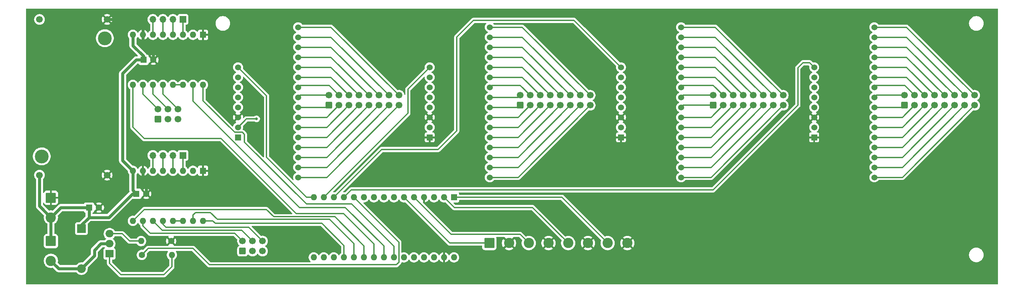
<source format=gbr>
%TF.GenerationSoftware,KiCad,Pcbnew,9.0.0*%
%TF.CreationDate,2025-03-13T12:01:58+01:00*%
%TF.ProjectId,chessboard_pcb,63686573-7362-46f6-9172-645f7063622e,rev?*%
%TF.SameCoordinates,Original*%
%TF.FileFunction,Copper,L1,Top*%
%TF.FilePolarity,Positive*%
%FSLAX46Y46*%
G04 Gerber Fmt 4.6, Leading zero omitted, Abs format (unit mm)*
G04 Created by KiCad (PCBNEW 9.0.0) date 2025-03-13 12:01:58*
%MOMM*%
%LPD*%
G01*
G04 APERTURE LIST*
G04 Aperture macros list*
%AMRoundRect*
0 Rectangle with rounded corners*
0 $1 Rounding radius*
0 $2 $3 $4 $5 $6 $7 $8 $9 X,Y pos of 4 corners*
0 Add a 4 corners polygon primitive as box body*
4,1,4,$2,$3,$4,$5,$6,$7,$8,$9,$2,$3,0*
0 Add four circle primitives for the rounded corners*
1,1,$1+$1,$2,$3*
1,1,$1+$1,$4,$5*
1,1,$1+$1,$6,$7*
1,1,$1+$1,$8,$9*
0 Add four rect primitives between the rounded corners*
20,1,$1+$1,$2,$3,$4,$5,0*
20,1,$1+$1,$4,$5,$6,$7,0*
20,1,$1+$1,$6,$7,$8,$9,0*
20,1,$1+$1,$8,$9,$2,$3,0*%
G04 Aperture macros list end*
%TA.AperFunction,ComponentPad*%
%ADD10O,1.700000X1.700000*%
%TD*%
%TA.AperFunction,ComponentPad*%
%ADD11R,1.700000X1.700000*%
%TD*%
%TA.AperFunction,ComponentPad*%
%ADD12C,1.600000*%
%TD*%
%TA.AperFunction,ComponentPad*%
%ADD13R,1.600000X1.600000*%
%TD*%
%TA.AperFunction,ComponentPad*%
%ADD14R,2.000000X1.905000*%
%TD*%
%TA.AperFunction,ComponentPad*%
%ADD15O,2.000000X1.905000*%
%TD*%
%TA.AperFunction,ComponentPad*%
%ADD16O,1.600000X1.600000*%
%TD*%
%TA.AperFunction,ComponentPad*%
%ADD17RoundRect,0.250000X-1.050000X-1.050000X1.050000X-1.050000X1.050000X1.050000X-1.050000X1.050000X0*%
%TD*%
%TA.AperFunction,ComponentPad*%
%ADD18C,2.600000*%
%TD*%
%TA.AperFunction,ComponentPad*%
%ADD19R,2.200000X2.200000*%
%TD*%
%TA.AperFunction,ComponentPad*%
%ADD20O,2.200000X2.200000*%
%TD*%
%TA.AperFunction,ComponentPad*%
%ADD21RoundRect,0.250000X0.600000X-0.600000X0.600000X0.600000X-0.600000X0.600000X-0.600000X-0.600000X0*%
%TD*%
%TA.AperFunction,ComponentPad*%
%ADD22C,1.700000*%
%TD*%
%TA.AperFunction,ComponentPad*%
%ADD23RoundRect,0.250000X-1.050000X1.050000X-1.050000X-1.050000X1.050000X-1.050000X1.050000X1.050000X0*%
%TD*%
%TA.AperFunction,ComponentPad*%
%ADD24C,3.500000*%
%TD*%
%TA.AperFunction,ComponentPad*%
%ADD25C,1.530000*%
%TD*%
%TA.AperFunction,ComponentPad*%
%ADD26R,1.530000X1.530000*%
%TD*%
%TA.AperFunction,ViaPad*%
%ADD27C,0.700000*%
%TD*%
%TA.AperFunction,Conductor*%
%ADD28C,0.300000*%
%TD*%
%TA.AperFunction,Conductor*%
%ADD29C,0.800000*%
%TD*%
G04 APERTURE END LIST*
D10*
%TO.P,motor,4,Pin_1*%
%TO.N,Net-(A2-2B)*%
X63680000Y-90750000D03*
%TO.P,motor,3,Pin_2*%
%TO.N,Net-(A2-2A)*%
X66220000Y-90750000D03*
%TO.P,motor,2,Pin_3*%
%TO.N,Net-(A2-1A)*%
X68760000Y-90750000D03*
D11*
%TO.P,motor,1,Pin_4*%
%TO.N,Net-(A2-1B)*%
X71300000Y-90750000D03*
%TD*%
D12*
%TO.P,C2,2*%
%TO.N,GND*%
X62000000Y-100500000D03*
D13*
%TO.P,C2,1*%
%TO.N,+12V*%
X59500000Y-100500000D03*
%TD*%
%TO.P,C3,1*%
%TO.N,+12V*%
X61317621Y-66500000D03*
D12*
%TO.P,C3,2*%
%TO.N,GND*%
X63817621Y-66500000D03*
%TD*%
D14*
%TO.P,Q1,1,G*%
%TO.N,Net-(Q1-G)*%
X52695000Y-115720000D03*
D15*
%TO.P,Q1,2,D*%
%TO.N,Net-(D1-A)*%
X52695000Y-113180000D03*
%TO.P,Q1,3,S*%
%TO.N,Net-(Q1-S)*%
X52695000Y-110640000D03*
%TD*%
D12*
%TO.P,R1,1*%
%TO.N,mag*%
X60880000Y-116000000D03*
D16*
%TO.P,R1,2*%
%TO.N,Net-(Q1-G)*%
X68500000Y-116000000D03*
%TD*%
D17*
%TO.P,J11,1,Pin_1*%
%TO.N,ENDSTOP1*%
X149000000Y-113000000D03*
D18*
%TO.P,J11,2,Pin_2*%
%TO.N,GND*%
X154000000Y-113000000D03*
%TO.P,J11,3,Pin_3*%
%TO.N,ENDSTOP2*%
X159000000Y-113000000D03*
%TO.P,J11,4,Pin_4*%
%TO.N,GND*%
X164000000Y-113000000D03*
%TO.P,J11,5,Pin_5*%
%TO.N,BUTTON1*%
X169000000Y-113000000D03*
%TO.P,J11,6,Pin_6*%
%TO.N,GND*%
X174000000Y-113000000D03*
%TO.P,J11,7,Pin_7*%
%TO.N,BUTTON2*%
X179000000Y-113000000D03*
%TO.P,J11,8,Pin_8*%
%TO.N,GND*%
X184000000Y-113000000D03*
%TD*%
D19*
%TO.P,D1,1,K*%
%TO.N,+12V*%
X45580000Y-109330000D03*
D20*
%TO.P,D1,2,A*%
%TO.N,Net-(D1-A)*%
X45580000Y-119490000D03*
%TD*%
D13*
%TO.P,C1,1*%
%TO.N,+12V*%
X47500000Y-104000000D03*
D12*
%TO.P,C1,2*%
%TO.N,GND*%
X50000000Y-104000000D03*
%TD*%
D21*
%TO.P,J12,1,Pin_1*%
%TO.N,Net-(J12-Pin_1)*%
X156800000Y-78040000D03*
D22*
%TO.P,J12,2,Pin_2*%
%TO.N,Net-(J12-Pin_2)*%
X156800000Y-75500000D03*
%TO.P,J12,3,Pin_3*%
%TO.N,Net-(J12-Pin_3)*%
X159340000Y-78040000D03*
%TO.P,J12,4,Pin_4*%
%TO.N,Net-(J12-Pin_4)*%
X159340000Y-75500000D03*
%TO.P,J12,5,Pin_5*%
%TO.N,Net-(J12-Pin_5)*%
X161880000Y-78040000D03*
%TO.P,J12,6,Pin_6*%
%TO.N,Net-(J12-Pin_6)*%
X161880000Y-75500000D03*
%TO.P,J12,7,Pin_7*%
%TO.N,Net-(J12-Pin_7)*%
X164420000Y-78040000D03*
%TO.P,J12,8,Pin_8*%
%TO.N,Net-(J12-Pin_8)*%
X164420000Y-75500000D03*
%TO.P,J12,9,Pin_9*%
%TO.N,Net-(J12-Pin_9)*%
X166960000Y-78040000D03*
%TO.P,J12,10,6*%
%TO.N,Net-(J12-6)*%
X166960000Y-75500000D03*
%TO.P,J12,11,Pin_11*%
%TO.N,Net-(J12-Pin_11)*%
X169500000Y-78040000D03*
%TO.P,J12,12,Pin_12*%
%TO.N,Net-(J12-Pin_12)*%
X169500000Y-75500000D03*
%TO.P,J12,13,Pin_13*%
%TO.N,Net-(J12-Pin_13)*%
X172040000Y-78040000D03*
%TO.P,J12,14,Pin_14*%
%TO.N,Net-(J12-Pin_14)*%
X172040000Y-75500000D03*
%TO.P,J12,15,Pin_15*%
%TO.N,Net-(J12-Pin_15)*%
X174580000Y-78040000D03*
%TO.P,J12,16,Pin_16*%
%TO.N,Net-(J12-Pin_16)*%
X174580000Y-75500000D03*
%TD*%
D13*
%TO.P,A3,1,GND*%
%TO.N,GND*%
X76390000Y-60160000D03*
D16*
%TO.P,A3,2,VDD*%
%TO.N,+5V*%
X73850000Y-60160000D03*
%TO.P,A3,3,1B*%
%TO.N,Net-(A3-1B)*%
X71310000Y-60160000D03*
%TO.P,A3,4,1A*%
%TO.N,Net-(A3-1A)*%
X68770000Y-60160000D03*
%TO.P,A3,5,2A*%
%TO.N,Net-(A3-2A)*%
X66230000Y-60160000D03*
%TO.P,A3,6,2B*%
%TO.N,Net-(A3-2B)*%
X63690000Y-60160000D03*
%TO.P,A3,7,GND*%
%TO.N,GND*%
X61150000Y-60160000D03*
%TO.P,A3,8,VMOT*%
%TO.N,+12V*%
X58610000Y-60160000D03*
%TO.P,A3,9,~{ENABLE}*%
%TO.N,EN1*%
X58610000Y-72860000D03*
%TO.P,A3,10,MS1*%
%TO.N,Net-(A3-MS1)*%
X61150000Y-72860000D03*
%TO.P,A3,11,MS2*%
%TO.N,Net-(A3-MS2)*%
X63690000Y-72860000D03*
%TO.P,A3,12,MS3*%
%TO.N,Net-(A3-MS3)*%
X66230000Y-72860000D03*
%TO.P,A3,13,~{RESET}*%
%TO.N,Net-(A3-~{RESET})*%
X68770000Y-72860000D03*
%TO.P,A3,14,~{SLEEP}*%
X71310000Y-72860000D03*
%TO.P,A3,15,STEP*%
%TO.N,STEP1*%
X73850000Y-72860000D03*
%TO.P,A3,16,DIR*%
%TO.N,DIR1*%
X76390000Y-72860000D03*
%TD*%
D13*
%TO.P,A4988 ,1,GND*%
%TO.N,GND*%
X76390000Y-94660000D03*
D16*
%TO.P,A4988 ,2,VDD*%
%TO.N,+5V*%
X73850000Y-94660000D03*
%TO.P,A4988 ,3,1B*%
%TO.N,Net-(A2-1B)*%
X71310000Y-94660000D03*
%TO.P,A4988 ,4,1A*%
%TO.N,Net-(A2-1A)*%
X68770000Y-94660000D03*
%TO.P,A4988 ,5,2A*%
%TO.N,Net-(A2-2A)*%
X66230000Y-94660000D03*
%TO.P,A4988 ,6,2B*%
%TO.N,Net-(A2-2B)*%
X63690000Y-94660000D03*
%TO.P,A4988 ,7,GND*%
%TO.N,GND*%
X61150000Y-94660000D03*
%TO.P,A4988 ,8,VMOT*%
%TO.N,+12V*%
X58610000Y-94660000D03*
%TO.P,A4988 ,9,~{ENABLE}*%
%TO.N,EN2*%
X58610000Y-107360000D03*
%TO.P,A4988 ,10,MS1*%
%TO.N,Net-(A2-MS1)*%
X61150000Y-107360000D03*
%TO.P,A4988 ,11,MS2*%
%TO.N,Net-(A2-MS2)*%
X63690000Y-107360000D03*
%TO.P,A4988 ,12,MS3*%
%TO.N,Net-(A2-MS3)*%
X66230000Y-107360000D03*
%TO.P,A4988 ,13,~{RESET}*%
%TO.N,Net-(A2-~{RESET})*%
X68770000Y-107360000D03*
%TO.P,A4988 ,14,~{SLEEP}*%
X71310000Y-107360000D03*
%TO.P,A4988 ,15,STEP*%
%TO.N,STEP2*%
X73850000Y-107360000D03*
%TO.P,A4988 ,16,DIR*%
%TO.N,DIR2*%
X76390000Y-107360000D03*
%TD*%
D23*
%TO.P,J1,1,Pin_1*%
%TO.N,+12V*%
X37827500Y-112500000D03*
D18*
%TO.P,J1,2,Pin_2*%
%TO.N,Net-(D1-A)*%
X37827500Y-117500000D03*
%TD*%
D24*
%TO.P,BUCK1,*%
%TO.N,*%
X35500000Y-91000000D03*
X51502000Y-61028000D03*
D22*
%TO.P,BUCK1,1,IN+*%
%TO.N,+12V*%
X34928500Y-95762500D03*
%TO.P,BUCK1,2,IN-*%
%TO.N,GND*%
X52073500Y-95762500D03*
%TO.P,BUCK1,3,OUT+*%
%TO.N,+5V*%
X34928500Y-56265500D03*
%TO.P,BUCK1,4,OUT-*%
%TO.N,GND*%
X52073500Y-56265500D03*
%TD*%
D11*
%TO.P,motor,1,Pin_4*%
%TO.N,Net-(A3-1B)*%
X71300000Y-56250000D03*
D10*
%TO.P,motor,2,Pin_3*%
%TO.N,Net-(A3-1A)*%
X68760000Y-56250000D03*
%TO.P,motor,3,Pin_2*%
%TO.N,Net-(A3-2A)*%
X66220000Y-56250000D03*
%TO.P,motor,4,Pin_1*%
%TO.N,Net-(A3-2B)*%
X63680000Y-56250000D03*
%TD*%
D12*
%TO.P,PULLDOWN,1*%
%TO.N,GND*%
X68310000Y-112500000D03*
D16*
%TO.P,PULLDOWN,2*%
%TO.N,Net-(Q1-S)*%
X60690000Y-112500000D03*
%TD*%
D21*
%TO.P,J8,1,Pin_1*%
%TO.N,+5V*%
X64955000Y-81540000D03*
D22*
%TO.P,J8,2,Pin_6*%
%TO.N,Net-(A3-MS1)*%
X64955000Y-79000000D03*
%TO.P,J8,3,Pin_2*%
%TO.N,+5V*%
X67495000Y-81540000D03*
%TO.P,J8,4,Pin_5*%
%TO.N,Net-(A3-MS2)*%
X67495000Y-79000000D03*
%TO.P,J8,5,Pin_3*%
%TO.N,+5V*%
X70035000Y-81540000D03*
%TO.P,J8,6,Pin_4*%
%TO.N,Net-(A3-MS3)*%
X70035000Y-79000000D03*
%TD*%
D21*
%TO.P,J15,1,Pin_1*%
%TO.N,Net-(J15-Pin_1)*%
X254300000Y-78040000D03*
D22*
%TO.P,J15,2,Pin_2*%
%TO.N,Net-(J15-Pin_2)*%
X254300000Y-75500000D03*
%TO.P,J15,3,Pin_3*%
%TO.N,Net-(J15-Pin_3)*%
X256840000Y-78040000D03*
%TO.P,J15,4,Pin_4*%
%TO.N,Net-(J15-Pin_4)*%
X256840000Y-75500000D03*
%TO.P,J15,5,Pin_5*%
%TO.N,Net-(J15-Pin_5)*%
X259380000Y-78040000D03*
%TO.P,J15,6,Pin_6*%
%TO.N,Net-(J15-Pin_6)*%
X259380000Y-75500000D03*
%TO.P,J15,7,Pin_7*%
%TO.N,Net-(J15-Pin_7)*%
X261920000Y-78040000D03*
%TO.P,J15,8,Pin_8*%
%TO.N,Net-(J15-Pin_8)*%
X261920000Y-75500000D03*
%TO.P,J15,9,Pin_9*%
%TO.N,Net-(J15-Pin_9)*%
X264460000Y-78040000D03*
%TO.P,J15,10,6*%
%TO.N,Net-(J15-6)*%
X264460000Y-75500000D03*
%TO.P,J15,11,Pin_11*%
%TO.N,Net-(J15-Pin_11)*%
X267000000Y-78040000D03*
%TO.P,J15,12,Pin_12*%
%TO.N,Net-(J15-Pin_12)*%
X267000000Y-75500000D03*
%TO.P,J15,13,Pin_13*%
%TO.N,Net-(J15-Pin_13)*%
X269540000Y-78040000D03*
%TO.P,J15,14,Pin_14*%
%TO.N,Net-(J15-Pin_14)*%
X269540000Y-75500000D03*
%TO.P,J15,15,Pin_15*%
%TO.N,Net-(J15-Pin_15)*%
X272080000Y-78040000D03*
%TO.P,J15,16,Pin_16*%
%TO.N,Net-(J15-Pin_16)*%
X272080000Y-75500000D03*
%TD*%
D21*
%TO.P,J13,1,Pin_1*%
%TO.N,Net-(J13-Pin_1)*%
X108340000Y-78040000D03*
D22*
%TO.P,J13,2,Pin_2*%
%TO.N,Net-(J13-Pin_2)*%
X108340000Y-75500000D03*
%TO.P,J13,3,Pin_3*%
%TO.N,Net-(J13-Pin_3)*%
X110880000Y-78040000D03*
%TO.P,J13,4,Pin_4*%
%TO.N,Net-(J13-Pin_4)*%
X110880000Y-75500000D03*
%TO.P,J13,5,Pin_5*%
%TO.N,Net-(J13-Pin_5)*%
X113420000Y-78040000D03*
%TO.P,J13,6,Pin_6*%
%TO.N,Net-(J13-Pin_6)*%
X113420000Y-75500000D03*
%TO.P,J13,7,Pin_7*%
%TO.N,Net-(J13-Pin_7)*%
X115960000Y-78040000D03*
%TO.P,J13,8,Pin_8*%
%TO.N,Net-(J13-Pin_8)*%
X115960000Y-75500000D03*
%TO.P,J13,9,Pin_9*%
%TO.N,Net-(J13-Pin_9)*%
X118500000Y-78040000D03*
%TO.P,J13,10,6*%
%TO.N,Net-(J13-6)*%
X118500000Y-75500000D03*
%TO.P,J13,11,Pin_11*%
%TO.N,Net-(J13-Pin_11)*%
X121040000Y-78040000D03*
%TO.P,J13,12,Pin_12*%
%TO.N,Net-(J13-Pin_12)*%
X121040000Y-75500000D03*
%TO.P,J13,13,Pin_13*%
%TO.N,Net-(J13-Pin_13)*%
X123580000Y-78040000D03*
%TO.P,J13,14,Pin_14*%
%TO.N,Net-(J13-Pin_14)*%
X123580000Y-75500000D03*
%TO.P,J13,15,Pin_15*%
%TO.N,Net-(J13-Pin_15)*%
X126120000Y-78040000D03*
%TO.P,J13,16,Pin_16*%
%TO.N,Net-(J13-Pin_16)*%
X126120000Y-75500000D03*
%TD*%
D13*
%TO.P,A1,1,D1/TX*%
%TO.N,BUTTON2*%
X140050000Y-101390000D03*
D16*
%TO.P,A1,2,D0/RX*%
%TO.N,BUTTON1*%
X137510000Y-101390000D03*
%TO.P,A1,3,~{RESET}*%
%TO.N,unconnected-(A1-~{RESET}-Pad3)*%
X134970000Y-101390000D03*
%TO.P,A1,4,GND*%
%TO.N,GND*%
X132430000Y-101390000D03*
%TO.P,A1,5,D2*%
%TO.N,ENDSTOP2*%
X129890000Y-101390000D03*
%TO.P,A1,6,D3*%
%TO.N,ENDSTOP1*%
X127350000Y-101390000D03*
%TO.P,A1,7,D4*%
%TO.N,S0*%
X124810000Y-101390000D03*
%TO.P,A1,8,D5*%
%TO.N,S1*%
X122270000Y-101390000D03*
%TO.P,A1,9,D6*%
%TO.N,S2*%
X119730000Y-101390000D03*
%TO.P,A1,10,D7*%
%TO.N,S3*%
X117190000Y-101390000D03*
%TO.P,A1,11,D8*%
%TO.N,mag*%
X114650000Y-101390000D03*
%TO.P,A1,12,D9*%
%TO.N,COM4*%
X112110000Y-101390000D03*
%TO.P,A1,13,D10*%
%TO.N,COM3*%
X109570000Y-101390000D03*
%TO.P,A1,14,D11*%
%TO.N,COM1*%
X107030000Y-101390000D03*
%TO.P,A1,15,D12*%
%TO.N,COM2*%
X104490000Y-101390000D03*
%TO.P,A1,16,D13*%
%TO.N,unconnected-(A1-D13-Pad16)*%
X104490000Y-116630000D03*
%TO.P,A1,17,3V3*%
%TO.N,unconnected-(A1-3V3-Pad17)*%
X107030000Y-116630000D03*
%TO.P,A1,18,AREF*%
%TO.N,unconnected-(A1-AREF-Pad18)*%
X109570000Y-116630000D03*
%TO.P,A1,19,A0*%
%TO.N,DIR2*%
X112110000Y-116630000D03*
%TO.P,A1,20,A1*%
%TO.N,STEP2*%
X114650000Y-116630000D03*
%TO.P,A1,21,A2*%
%TO.N,EN2*%
X117190000Y-116630000D03*
%TO.P,A1,22,A3*%
%TO.N,EN1*%
X119730000Y-116630000D03*
%TO.P,A1,23,A4*%
%TO.N,STEP1*%
X122270000Y-116630000D03*
%TO.P,A1,24,A5*%
%TO.N,DIR1*%
X124810000Y-116630000D03*
%TO.P,A1,25,A6*%
%TO.N,unconnected-(A1-A6-Pad25)*%
X127350000Y-116630000D03*
%TO.P,A1,26,A7*%
%TO.N,unconnected-(A1-A7-Pad26)*%
X129890000Y-116630000D03*
%TO.P,A1,27,+5V*%
%TO.N,unconnected-(A1-+5V-Pad27)*%
X132430000Y-116630000D03*
%TO.P,A1,28,~{RESET}*%
%TO.N,unconnected-(A1-~{RESET}-Pad28)*%
X134970000Y-116630000D03*
%TO.P,A1,29,GND*%
%TO.N,GND*%
X137510000Y-116630000D03*
%TO.P,A1,30,VIN*%
%TO.N,+5V*%
X140050000Y-116630000D03*
%TD*%
D21*
%TO.P,J14,1,Pin_1*%
%TO.N,Net-(J14-Pin_1)*%
X205760000Y-78040000D03*
D22*
%TO.P,J14,2,Pin_2*%
%TO.N,Net-(J14-Pin_2)*%
X205760000Y-75500000D03*
%TO.P,J14,3,Pin_3*%
%TO.N,Net-(J14-Pin_3)*%
X208300000Y-78040000D03*
%TO.P,J14,4,Pin_4*%
%TO.N,Net-(J14-Pin_4)*%
X208300000Y-75500000D03*
%TO.P,J14,5,Pin_5*%
%TO.N,Net-(J14-Pin_5)*%
X210840000Y-78040000D03*
%TO.P,J14,6,Pin_6*%
%TO.N,Net-(J14-Pin_6)*%
X210840000Y-75500000D03*
%TO.P,J14,7,Pin_7*%
%TO.N,Net-(J14-Pin_7)*%
X213380000Y-78040000D03*
%TO.P,J14,8,Pin_8*%
%TO.N,Net-(J14-Pin_8)*%
X213380000Y-75500000D03*
%TO.P,J14,9,Pin_9*%
%TO.N,Net-(J14-Pin_9)*%
X215920000Y-78040000D03*
%TO.P,J14,10,6*%
%TO.N,Net-(J14-6)*%
X215920000Y-75500000D03*
%TO.P,J14,11,Pin_11*%
%TO.N,Net-(J14-Pin_11)*%
X218460000Y-78040000D03*
%TO.P,J14,12,Pin_12*%
%TO.N,Net-(J14-Pin_12)*%
X218460000Y-75500000D03*
%TO.P,J14,13,Pin_13*%
%TO.N,Net-(J14-Pin_13)*%
X221000000Y-78040000D03*
%TO.P,J14,14,Pin_14*%
%TO.N,Net-(J14-Pin_14)*%
X221000000Y-75500000D03*
%TO.P,J14,15,Pin_15*%
%TO.N,Net-(J14-Pin_15)*%
X223540000Y-78040000D03*
%TO.P,J14,16,Pin_16*%
%TO.N,Net-(J14-Pin_16)*%
X223540000Y-75500000D03*
%TD*%
D23*
%TO.P,J2,1,Pin_1*%
%TO.N,GND*%
X37827500Y-101500000D03*
D18*
%TO.P,J2,2,Pin_2*%
%TO.N,+12V*%
X37827500Y-106500000D03*
%TD*%
D21*
%TO.P,J7,1,Pin_1*%
%TO.N,+5V*%
X86420000Y-115040000D03*
D22*
%TO.P,J7,2,Pin_6*%
%TO.N,Net-(A2-MS1)*%
X86420000Y-112500000D03*
%TO.P,J7,3,Pin_2*%
%TO.N,+5V*%
X88960000Y-115040000D03*
%TO.P,J7,4,Pin_5*%
%TO.N,Net-(A2-MS2)*%
X88960000Y-112500000D03*
%TO.P,J7,5,Pin_3*%
%TO.N,+5V*%
X91500000Y-115040000D03*
%TO.P,J7,6,Pin_4*%
%TO.N,Net-(A2-MS3)*%
X91500000Y-112500000D03*
%TD*%
D25*
%TO.P,U1,1,COM*%
%TO.N,COM1*%
X133880000Y-68397500D03*
%TO.P,U1,2,I7*%
%TO.N,Net-(J12-Pin_2)*%
X149120000Y-76017500D03*
%TO.P,U1,3,I6*%
%TO.N,Net-(J12-Pin_4)*%
X149120000Y-73477500D03*
%TO.P,U1,4,I5*%
%TO.N,Net-(J12-Pin_6)*%
X149120000Y-70937500D03*
%TO.P,U1,5,I4*%
%TO.N,Net-(J12-Pin_8)*%
X149120000Y-68397500D03*
%TO.P,U1,6,I3*%
%TO.N,Net-(J12-6)*%
X149120000Y-65857500D03*
%TO.P,U1,7,I2*%
%TO.N,Net-(J12-Pin_12)*%
X149120000Y-63317500D03*
%TO.P,U1,8,I1*%
%TO.N,Net-(J12-Pin_14)*%
X149120000Y-60777500D03*
%TO.P,U1,9,I0*%
%TO.N,Net-(J12-Pin_16)*%
X149120000Y-58237500D03*
%TO.P,U1,10,S0*%
%TO.N,S0*%
X133880000Y-70937500D03*
%TO.P,U1,11,S1*%
%TO.N,S1*%
X133880000Y-73477500D03*
D26*
%TO.P,U1,12,GND*%
%TO.N,GND*%
X133880000Y-86177500D03*
D25*
%TO.P,U1,13,S3*%
%TO.N,S3*%
X133880000Y-78557500D03*
%TO.P,U1,14,S2*%
%TO.N,S2*%
X133880000Y-76017500D03*
%TO.P,U1,15,~{E}*%
%TO.N,GND*%
X133880000Y-81097500D03*
%TO.P,U1,16,I15*%
%TO.N,Net-(J12-Pin_15)*%
X149120000Y-96337500D03*
%TO.P,U1,17,I14*%
%TO.N,Net-(J12-Pin_13)*%
X149120000Y-93797500D03*
%TO.P,U1,18,I13*%
%TO.N,Net-(J12-Pin_11)*%
X149120000Y-91257500D03*
%TO.P,U1,19,I12*%
%TO.N,Net-(J12-Pin_9)*%
X149120000Y-88717500D03*
%TO.P,U1,20,I11*%
%TO.N,Net-(J12-Pin_7)*%
X149120000Y-86177500D03*
%TO.P,U1,21,I10*%
%TO.N,Net-(J12-Pin_5)*%
X149120000Y-83637500D03*
%TO.P,U1,22,I9*%
%TO.N,Net-(J12-Pin_3)*%
X149120000Y-81097500D03*
%TO.P,U1,23,I8*%
%TO.N,Net-(J12-Pin_1)*%
X149120000Y-78557500D03*
%TO.P,U1,24,VCC*%
%TO.N,+5V*%
X133880000Y-83637500D03*
%TD*%
%TO.P,U3,1,COM*%
%TO.N,COM3*%
X182380000Y-68397500D03*
%TO.P,U3,2,I7*%
%TO.N,Net-(J14-Pin_2)*%
X197620000Y-76017500D03*
%TO.P,U3,3,I6*%
%TO.N,Net-(J14-Pin_4)*%
X197620000Y-73477500D03*
%TO.P,U3,4,I5*%
%TO.N,Net-(J14-Pin_6)*%
X197620000Y-70937500D03*
%TO.P,U3,5,I4*%
%TO.N,Net-(J14-Pin_8)*%
X197620000Y-68397500D03*
%TO.P,U3,6,I3*%
%TO.N,Net-(J14-6)*%
X197620000Y-65857500D03*
%TO.P,U3,7,I2*%
%TO.N,Net-(J14-Pin_12)*%
X197620000Y-63317500D03*
%TO.P,U3,8,I1*%
%TO.N,Net-(J14-Pin_14)*%
X197620000Y-60777500D03*
%TO.P,U3,9,I0*%
%TO.N,Net-(J14-Pin_16)*%
X197620000Y-58237500D03*
%TO.P,U3,10,S0*%
%TO.N,S0*%
X182380000Y-70937500D03*
%TO.P,U3,11,S1*%
%TO.N,S1*%
X182380000Y-73477500D03*
D26*
%TO.P,U3,12,GND*%
%TO.N,GND*%
X182380000Y-86177500D03*
D25*
%TO.P,U3,13,S3*%
%TO.N,S3*%
X182380000Y-78557500D03*
%TO.P,U3,14,S2*%
%TO.N,S2*%
X182380000Y-76017500D03*
%TO.P,U3,15,~{E}*%
%TO.N,GND*%
X182380000Y-81097500D03*
%TO.P,U3,16,I15*%
%TO.N,Net-(J14-Pin_15)*%
X197620000Y-96337500D03*
%TO.P,U3,17,I14*%
%TO.N,Net-(J14-Pin_13)*%
X197620000Y-93797500D03*
%TO.P,U3,18,I13*%
%TO.N,Net-(J14-Pin_11)*%
X197620000Y-91257500D03*
%TO.P,U3,19,I12*%
%TO.N,Net-(J14-Pin_9)*%
X197620000Y-88717500D03*
%TO.P,U3,20,I11*%
%TO.N,Net-(J14-Pin_7)*%
X197620000Y-86177500D03*
%TO.P,U3,21,I10*%
%TO.N,Net-(J14-Pin_5)*%
X197620000Y-83637500D03*
%TO.P,U3,22,I9*%
%TO.N,Net-(J14-Pin_3)*%
X197620000Y-81097500D03*
%TO.P,U3,23,I8*%
%TO.N,Net-(J14-Pin_1)*%
X197620000Y-78557500D03*
%TO.P,U3,24,VCC*%
%TO.N,+5V*%
X182380000Y-83637500D03*
%TD*%
%TO.P,U4,1,COM*%
%TO.N,COM4*%
X231380000Y-68397500D03*
%TO.P,U4,2,I7*%
%TO.N,Net-(J15-Pin_2)*%
X246620000Y-76017500D03*
%TO.P,U4,3,I6*%
%TO.N,Net-(J15-Pin_4)*%
X246620000Y-73477500D03*
%TO.P,U4,4,I5*%
%TO.N,Net-(J15-Pin_6)*%
X246620000Y-70937500D03*
%TO.P,U4,5,I4*%
%TO.N,Net-(J15-Pin_8)*%
X246620000Y-68397500D03*
%TO.P,U4,6,I3*%
%TO.N,Net-(J15-6)*%
X246620000Y-65857500D03*
%TO.P,U4,7,I2*%
%TO.N,Net-(J15-Pin_12)*%
X246620000Y-63317500D03*
%TO.P,U4,8,I1*%
%TO.N,Net-(J15-Pin_14)*%
X246620000Y-60777500D03*
%TO.P,U4,9,I0*%
%TO.N,Net-(J15-Pin_16)*%
X246620000Y-58237500D03*
%TO.P,U4,10,S0*%
%TO.N,S0*%
X231380000Y-70937500D03*
%TO.P,U4,11,S1*%
%TO.N,S1*%
X231380000Y-73477500D03*
D26*
%TO.P,U4,12,GND*%
%TO.N,GND*%
X231380000Y-86177500D03*
D25*
%TO.P,U4,13,S3*%
%TO.N,S3*%
X231380000Y-78557500D03*
%TO.P,U4,14,S2*%
%TO.N,S2*%
X231380000Y-76017500D03*
%TO.P,U4,15,~{E}*%
%TO.N,GND*%
X231380000Y-81097500D03*
%TO.P,U4,16,I15*%
%TO.N,Net-(J15-Pin_15)*%
X246620000Y-96337500D03*
%TO.P,U4,17,I14*%
%TO.N,Net-(J15-Pin_13)*%
X246620000Y-93797500D03*
%TO.P,U4,18,I13*%
%TO.N,Net-(J15-Pin_11)*%
X246620000Y-91257500D03*
%TO.P,U4,19,I12*%
%TO.N,Net-(J15-Pin_9)*%
X246620000Y-88717500D03*
%TO.P,U4,20,I11*%
%TO.N,Net-(J15-Pin_7)*%
X246620000Y-86177500D03*
%TO.P,U4,21,I10*%
%TO.N,Net-(J15-Pin_5)*%
X246620000Y-83637500D03*
%TO.P,U4,22,I9*%
%TO.N,Net-(J15-Pin_3)*%
X246620000Y-81097500D03*
%TO.P,U4,23,I8*%
%TO.N,Net-(J15-Pin_1)*%
X246620000Y-78557500D03*
%TO.P,U4,24,VCC*%
%TO.N,+5V*%
X231380000Y-83637500D03*
%TD*%
%TO.P,multiplexer,1,COM*%
%TO.N,COM2*%
X85278750Y-68397500D03*
%TO.P,multiplexer,2,I7*%
%TO.N,Net-(J13-Pin_2)*%
X100518750Y-76017500D03*
%TO.P,multiplexer,3,I6*%
%TO.N,Net-(J13-Pin_4)*%
X100518750Y-73477500D03*
%TO.P,multiplexer,4,I5*%
%TO.N,Net-(J13-Pin_6)*%
X100518750Y-70937500D03*
%TO.P,multiplexer,5,I4*%
%TO.N,Net-(J13-Pin_8)*%
X100518750Y-68397500D03*
%TO.P,multiplexer,6,I3*%
%TO.N,Net-(J13-6)*%
X100518750Y-65857500D03*
%TO.P,multiplexer,7,I2*%
%TO.N,Net-(J13-Pin_12)*%
X100518750Y-63317500D03*
%TO.P,multiplexer,8,I1*%
%TO.N,Net-(J13-Pin_14)*%
X100518750Y-60777500D03*
%TO.P,multiplexer,9,I0*%
%TO.N,Net-(J13-Pin_16)*%
X100518750Y-58237500D03*
%TO.P,multiplexer,10,S0*%
%TO.N,S0*%
X85278750Y-70937500D03*
%TO.P,multiplexer,11,S1*%
%TO.N,S1*%
X85278750Y-73477500D03*
D26*
%TO.P,multiplexer,12,GND*%
%TO.N,GND*%
X85278750Y-86177500D03*
D25*
%TO.P,multiplexer,13,S3*%
%TO.N,S3*%
X85278750Y-78557500D03*
%TO.P,multiplexer,14,S2*%
%TO.N,S2*%
X85278750Y-76017500D03*
%TO.P,multiplexer,15,~{E}*%
%TO.N,GND*%
X85278750Y-81097500D03*
%TO.P,multiplexer,16,I15*%
%TO.N,Net-(J13-Pin_15)*%
X100518750Y-96337500D03*
%TO.P,multiplexer,17,I14*%
%TO.N,Net-(J13-Pin_13)*%
X100518750Y-93797500D03*
%TO.P,multiplexer,18,I13*%
%TO.N,Net-(J13-Pin_11)*%
X100518750Y-91257500D03*
%TO.P,multiplexer,19,I12*%
%TO.N,Net-(J13-Pin_9)*%
X100518750Y-88717500D03*
%TO.P,multiplexer,20,I11*%
%TO.N,Net-(J13-Pin_7)*%
X100518750Y-86177500D03*
%TO.P,multiplexer,21,I10*%
%TO.N,Net-(J13-Pin_5)*%
X100518750Y-83637500D03*
%TO.P,multiplexer,22,I9*%
%TO.N,Net-(J13-Pin_3)*%
X100518750Y-81097500D03*
%TO.P,multiplexer,23,I8*%
%TO.N,Net-(J13-Pin_1)*%
X100518750Y-78557500D03*
%TO.P,multiplexer,24,VCC*%
%TO.N,+5V*%
X85278750Y-83637500D03*
%TD*%
D27*
%TO.N,GND*%
X88000000Y-83500000D03*
X134100000Y-103400000D03*
%TO.N,+5V*%
X89980000Y-81500000D03*
%TD*%
D28*
%TO.N,Net-(A2-1B)*%
X71300000Y-94650000D02*
X71310000Y-94660000D01*
X71300000Y-90750000D02*
X71300000Y-94650000D01*
D29*
%TO.N,GND*%
X61150000Y-97150000D02*
X62000000Y-98000000D01*
X61150000Y-94660000D02*
X61150000Y-97150000D01*
X62000000Y-100500000D02*
X62000000Y-98000000D01*
X60265500Y-56265500D02*
X52073500Y-56265500D01*
X61150000Y-57150000D02*
X60265500Y-56265500D01*
X61150000Y-60160000D02*
X61150000Y-57150000D01*
X63817621Y-65017621D02*
X63817621Y-66500000D01*
X61150000Y-62350000D02*
X63817621Y-65017621D01*
X61150000Y-60160000D02*
X61150000Y-62350000D01*
%TO.N,+12V*%
X61317621Y-65597621D02*
X58610000Y-62890000D01*
X61317621Y-66500000D02*
X61317621Y-65597621D01*
X56000000Y-70000000D02*
X56000000Y-92050000D01*
X59500000Y-66500000D02*
X56000000Y-70000000D01*
X61317621Y-66500000D02*
X59500000Y-66500000D01*
X58610000Y-99610000D02*
X59500000Y-100500000D01*
X58610000Y-94660000D02*
X58610000Y-99610000D01*
X58500000Y-100500000D02*
X59500000Y-100500000D01*
X52500000Y-106500000D02*
X58500000Y-100500000D01*
X47500000Y-106500000D02*
X52500000Y-106500000D01*
D28*
%TO.N,EN2*%
X109820000Y-106320000D02*
X94320000Y-106320000D01*
X117190000Y-113690000D02*
X109820000Y-106320000D01*
X94320000Y-106320000D02*
X92499000Y-104499000D01*
X61471000Y-104499000D02*
X58610000Y-107360000D01*
X117190000Y-116630000D02*
X117190000Y-113690000D01*
X92499000Y-104499000D02*
X61471000Y-104499000D01*
%TO.N,COM3*%
X182380000Y-68397500D02*
X170482500Y-56500000D01*
X136000000Y-89250000D02*
X121710000Y-89250000D01*
X140750000Y-60750000D02*
X140750000Y-84500000D01*
X145000000Y-56500000D02*
X140750000Y-60750000D01*
X140750000Y-84500000D02*
X136000000Y-89250000D01*
X121710000Y-89250000D02*
X109570000Y-101390000D01*
X170482500Y-56500000D02*
X145000000Y-56500000D01*
%TO.N,BUTTON2*%
X167390000Y-101390000D02*
X179000000Y-113000000D01*
X140050000Y-101390000D02*
X167390000Y-101390000D01*
%TO.N,ENDSTOP2*%
X129890000Y-101390000D02*
X139290000Y-110790000D01*
X139290000Y-110790000D02*
X156790000Y-110790000D01*
X156790000Y-110790000D02*
X159000000Y-113000000D01*
%TO.N,BUTTON1*%
X137510000Y-101390000D02*
X140120000Y-104000000D01*
X160000000Y-104000000D02*
X169000000Y-113000000D01*
X140120000Y-104000000D02*
X160000000Y-104000000D01*
%TO.N,EN1*%
X61500000Y-86500000D02*
X81000000Y-86500000D01*
X112000000Y-105500000D02*
X119730000Y-113230000D01*
X81000000Y-86500000D02*
X100000000Y-105500000D01*
X119730000Y-113230000D02*
X119730000Y-116630000D01*
X58610000Y-72860000D02*
X58610000Y-83610000D01*
X58610000Y-83610000D02*
X61500000Y-86500000D01*
X100000000Y-105500000D02*
X112000000Y-105500000D01*
%TO.N,STEP1*%
X112500000Y-104000000D02*
X122270000Y-113770000D01*
X73850000Y-76980750D02*
X100869250Y-104000000D01*
X100869250Y-104000000D02*
X112500000Y-104000000D01*
X73850000Y-72860000D02*
X73850000Y-76980750D01*
X122270000Y-113770000D02*
X122270000Y-116630000D01*
%TO.N,COM2*%
X85278750Y-68397500D02*
X92500000Y-75618750D01*
X92500000Y-75618750D02*
X92500000Y-91250000D01*
X92500000Y-91250000D02*
X102640000Y-101390000D01*
X102640000Y-101390000D02*
X104490000Y-101390000D01*
%TO.N,COM1*%
X128350000Y-80070000D02*
X107030000Y-101390000D01*
X133880000Y-68397500D02*
X128350000Y-73927500D01*
X128350000Y-73927500D02*
X128350000Y-80070000D01*
%TO.N,STEP2*%
X73850000Y-105900000D02*
X73850000Y-107360000D01*
X114650000Y-113150000D02*
X108500000Y-107000000D01*
X108500000Y-107000000D02*
X80000000Y-107000000D01*
X80000000Y-107000000D02*
X78250000Y-105250000D01*
X78250000Y-105250000D02*
X74500000Y-105250000D01*
X74500000Y-105250000D02*
X73850000Y-105900000D01*
X114650000Y-116630000D02*
X114650000Y-113150000D01*
%TO.N,COM4*%
X227250000Y-78000000D02*
X227250000Y-68500000D01*
X112110000Y-101390000D02*
X114000000Y-99500000D01*
X227250000Y-68500000D02*
X228500000Y-67250000D01*
X114000000Y-99500000D02*
X205750000Y-99500000D01*
X205750000Y-99500000D02*
X227250000Y-78000000D01*
X230232500Y-67250000D02*
X231380000Y-68397500D01*
X228500000Y-67250000D02*
X230232500Y-67250000D01*
%TO.N,mag*%
X126061000Y-112801000D02*
X126061000Y-117849000D01*
X126061000Y-117849000D02*
X125400000Y-118510000D01*
X73860000Y-114360000D02*
X62520000Y-114360000D01*
X125390000Y-118500000D02*
X78000000Y-118500000D01*
X62520000Y-114360000D02*
X60880000Y-116000000D01*
X125400000Y-118510000D02*
X125390000Y-118500000D01*
X78000000Y-118500000D02*
X73860000Y-114360000D01*
X114650000Y-101390000D02*
X126061000Y-112801000D01*
%TO.N,DIR1*%
X76390000Y-76890000D02*
X84400000Y-84900000D01*
X86370000Y-84900000D02*
X86930000Y-85460000D01*
X124810000Y-113810000D02*
X124810000Y-116630000D01*
X102600000Y-103100000D02*
X114100000Y-103100000D01*
X86930000Y-85460000D02*
X86930000Y-87430000D01*
X86930000Y-87430000D02*
X102600000Y-103100000D01*
X76390000Y-72860000D02*
X76390000Y-76890000D01*
X84400000Y-84900000D02*
X86370000Y-84900000D01*
X114100000Y-103100000D02*
X124810000Y-113810000D01*
%TO.N,+5V*%
X89980000Y-81500000D02*
X87416250Y-81500000D01*
X87416250Y-81500000D02*
X85278750Y-83637500D01*
%TO.N,DIR2*%
X79500000Y-108000000D02*
X78860000Y-107360000D01*
X112110000Y-116630000D02*
X112110000Y-113610000D01*
X106500000Y-108000000D02*
X79500000Y-108000000D01*
X78860000Y-107360000D02*
X76390000Y-107360000D01*
X112110000Y-113610000D02*
X106500000Y-108000000D01*
%TO.N,ENDSTOP1*%
X149000000Y-113000000D02*
X138960000Y-113000000D01*
X138960000Y-113000000D02*
X127350000Y-101390000D01*
%TO.N,Net-(A2-MS1)*%
X63000000Y-110500000D02*
X61150000Y-108650000D01*
X61150000Y-108650000D02*
X61150000Y-107360000D01*
X86420000Y-112500000D02*
X84420000Y-110500000D01*
X84420000Y-110500000D02*
X63000000Y-110500000D01*
%TO.N,Net-(A2-MS2)*%
X86210000Y-109750000D02*
X66080000Y-109750000D01*
X88960000Y-112500000D02*
X86210000Y-109750000D01*
X66080000Y-109750000D02*
X63690000Y-107360000D01*
%TO.N,Net-(A2-2B)*%
X63680000Y-90500000D02*
X63680000Y-94650000D01*
X63680000Y-94650000D02*
X63690000Y-94660000D01*
%TO.N,Net-(A2-1A)*%
X68760000Y-94650000D02*
X68770000Y-94660000D01*
X68760000Y-90500000D02*
X68760000Y-94650000D01*
%TO.N,Net-(A2-MS3)*%
X66230000Y-108230000D02*
X67000000Y-109000000D01*
X66230000Y-107360000D02*
X66230000Y-108230000D01*
X88000000Y-109000000D02*
X67000000Y-109000000D01*
X91500000Y-112500000D02*
X88000000Y-109000000D01*
%TO.N,Net-(A2-~{RESET})*%
X71310000Y-107360000D02*
X68770000Y-107360000D01*
D29*
%TO.N,+12V*%
X58610000Y-60160000D02*
X58610000Y-62890000D01*
X45580000Y-109330000D02*
X45580000Y-108420000D01*
X34928500Y-103601000D02*
X34928500Y-95762500D01*
X37827500Y-112500000D02*
X37827500Y-106500000D01*
X37827500Y-106500000D02*
X40327500Y-104000000D01*
X47500000Y-104000000D02*
X47500000Y-106500000D01*
X40327500Y-104000000D02*
X47500000Y-104000000D01*
X37827500Y-106500000D02*
X34928500Y-103601000D01*
X56000000Y-92050000D02*
X58610000Y-94660000D01*
X45580000Y-108420000D02*
X47500000Y-106500000D01*
D28*
%TO.N,Net-(A2-2A)*%
X66220000Y-94650000D02*
X66230000Y-94660000D01*
X66220000Y-90500000D02*
X66220000Y-94650000D01*
%TO.N,Net-(A3-1B)*%
X71310000Y-60160000D02*
X71310000Y-56010000D01*
%TO.N,Net-(A3-~{RESET})*%
X71310000Y-72860000D02*
X68770000Y-72860000D01*
%TO.N,Net-(A3-MS1)*%
X61150000Y-75195000D02*
X64955000Y-79000000D01*
X61150000Y-72860000D02*
X61150000Y-75195000D01*
%TO.N,Net-(A3-2B)*%
X63690000Y-60160000D02*
X63690000Y-56010000D01*
%TO.N,Net-(A3-MS2)*%
X63690000Y-72860000D02*
X63690000Y-75195000D01*
X63690000Y-75195000D02*
X67495000Y-79000000D01*
%TO.N,Net-(A3-2A)*%
X66230000Y-60160000D02*
X66230000Y-56010000D01*
%TO.N,Net-(A3-1A)*%
X68770000Y-60160000D02*
X68770000Y-56010000D01*
%TO.N,Net-(A3-MS3)*%
X66230000Y-75195000D02*
X70035000Y-79000000D01*
X66230000Y-72860000D02*
X66230000Y-75195000D01*
%TO.N,Net-(J12-6)*%
X157317500Y-65857500D02*
X166960000Y-75500000D01*
X149120000Y-65857500D02*
X157317500Y-65857500D01*
%TO.N,Net-(J13-Pin_11)*%
X107822500Y-91257500D02*
X121040000Y-78040000D01*
X100518750Y-91257500D02*
X107822500Y-91257500D01*
%TO.N,Net-(J13-Pin_1)*%
X100518750Y-78557500D02*
X107822500Y-78557500D01*
X107822500Y-78557500D02*
X108340000Y-78040000D01*
%TO.N,Net-(J13-Pin_16)*%
X100518750Y-58237500D02*
X108857500Y-58237500D01*
X108857500Y-58237500D02*
X126120000Y-75500000D01*
%TO.N,Net-(J13-Pin_7)*%
X100518750Y-86177500D02*
X107822500Y-86177500D01*
X107822500Y-86177500D02*
X115960000Y-78040000D01*
%TO.N,Net-(J13-Pin_12)*%
X108857500Y-63317500D02*
X121040000Y-75500000D01*
X100518750Y-63317500D02*
X108857500Y-63317500D01*
%TO.N,Net-(J13-Pin_5)*%
X100518750Y-83637500D02*
X107822500Y-83637500D01*
X107822500Y-83637500D02*
X113420000Y-78040000D01*
%TO.N,Net-(J13-Pin_14)*%
X100518750Y-60777500D02*
X108857500Y-60777500D01*
X108857500Y-60777500D02*
X123580000Y-75500000D01*
%TO.N,Net-(J13-Pin_13)*%
X107822500Y-93797500D02*
X123580000Y-78040000D01*
X100518750Y-93797500D02*
X107822500Y-93797500D01*
%TO.N,Net-(J13-Pin_2)*%
X108340000Y-75500000D02*
X101036250Y-75500000D01*
X101036250Y-75500000D02*
X100518750Y-76017500D01*
%TO.N,Net-(J13-Pin_6)*%
X113420000Y-75500000D02*
X108857500Y-70937500D01*
X108857500Y-70937500D02*
X100518750Y-70937500D01*
%TO.N,Net-(J13-Pin_9)*%
X100518750Y-88717500D02*
X107822500Y-88717500D01*
X107822500Y-88717500D02*
X118500000Y-78040000D01*
%TO.N,Net-(J13-Pin_15)*%
X100518750Y-96337500D02*
X107822500Y-96337500D01*
X107822500Y-96337500D02*
X126120000Y-78040000D01*
%TO.N,Net-(J13-Pin_3)*%
X100518750Y-81097500D02*
X107822500Y-81097500D01*
X107822500Y-81097500D02*
X110880000Y-78040000D01*
%TO.N,Net-(J13-6)*%
X100518750Y-65857500D02*
X108857500Y-65857500D01*
X108857500Y-65857500D02*
X118500000Y-75500000D01*
%TO.N,Net-(J13-Pin_8)*%
X108857500Y-68397500D02*
X115960000Y-75500000D01*
X100518750Y-68397500D02*
X108857500Y-68397500D01*
%TO.N,Net-(J13-Pin_4)*%
X110880000Y-75500000D02*
X108380000Y-73000000D01*
X108380000Y-73000000D02*
X100996250Y-73000000D01*
X100996250Y-73000000D02*
X100518750Y-73477500D01*
%TO.N,Net-(J14-Pin_4)*%
X208300000Y-75500000D02*
X205800000Y-73000000D01*
X205800000Y-73000000D02*
X198097500Y-73000000D01*
X198097500Y-73000000D02*
X197620000Y-73477500D01*
%TO.N,Net-(J14-Pin_7)*%
X213380000Y-78040000D02*
X205242500Y-86177500D01*
X205242500Y-86177500D02*
X197620000Y-86177500D01*
%TO.N,Net-(J14-6)*%
X206277500Y-65857500D02*
X197620000Y-65857500D01*
X215920000Y-75500000D02*
X206277500Y-65857500D01*
%TO.N,Net-(J14-Pin_16)*%
X206277500Y-58237500D02*
X197620000Y-58237500D01*
X223540000Y-75500000D02*
X206277500Y-58237500D01*
%TO.N,Net-(J14-Pin_3)*%
X205242500Y-81097500D02*
X197620000Y-81097500D01*
X208300000Y-78040000D02*
X205242500Y-81097500D01*
%TO.N,Net-(J14-Pin_6)*%
X210840000Y-75500000D02*
X206277500Y-70937500D01*
X206277500Y-70937500D02*
X197620000Y-70937500D01*
%TO.N,Net-(J14-Pin_2)*%
X198137500Y-75500000D02*
X197620000Y-76017500D01*
X205760000Y-75500000D02*
X198137500Y-75500000D01*
%TO.N,Net-(J14-Pin_13)*%
X205242500Y-93797500D02*
X197620000Y-93797500D01*
X221000000Y-78040000D02*
X205242500Y-93797500D01*
%TO.N,Net-(J14-Pin_14)*%
X221000000Y-75500000D02*
X206277500Y-60777500D01*
X206277500Y-60777500D02*
X197620000Y-60777500D01*
%TO.N,Net-(J14-Pin_1)*%
X198137500Y-78040000D02*
X197620000Y-78557500D01*
X205760000Y-78040000D02*
X198137500Y-78040000D01*
%TO.N,Net-(J14-Pin_9)*%
X205242500Y-88717500D02*
X197620000Y-88717500D01*
X215920000Y-78040000D02*
X205242500Y-88717500D01*
%TO.N,Net-(J14-Pin_11)*%
X218460000Y-78040000D02*
X205242500Y-91257500D01*
X205242500Y-91257500D02*
X197620000Y-91257500D01*
%TO.N,Net-(J14-Pin_5)*%
X205242500Y-83637500D02*
X197620000Y-83637500D01*
X210840000Y-78040000D02*
X205242500Y-83637500D01*
%TO.N,Net-(J14-Pin_15)*%
X205242500Y-96337500D02*
X223540000Y-78040000D01*
X197620000Y-96337500D02*
X205242500Y-96337500D01*
%TO.N,Net-(J14-Pin_12)*%
X218460000Y-75500000D02*
X206277500Y-63317500D01*
X206277500Y-63317500D02*
X197620000Y-63317500D01*
%TO.N,Net-(J14-Pin_8)*%
X213380000Y-75500000D02*
X206277500Y-68397500D01*
X206277500Y-68397500D02*
X197620000Y-68397500D01*
%TO.N,Net-(J15-Pin_4)*%
X247097500Y-73000000D02*
X246620000Y-73477500D01*
X254340000Y-73000000D02*
X247097500Y-73000000D01*
X256840000Y-75500000D02*
X254340000Y-73000000D01*
%TO.N,Net-(J15-Pin_14)*%
X254817500Y-60777500D02*
X246620000Y-60777500D01*
X269540000Y-75500000D02*
X254817500Y-60777500D01*
%TO.N,Net-(J15-Pin_3)*%
X253782500Y-81097500D02*
X256840000Y-78040000D01*
X246620000Y-81097500D02*
X253782500Y-81097500D01*
%TO.N,Net-(J15-Pin_6)*%
X259380000Y-75500000D02*
X254817500Y-70937500D01*
X254817500Y-70937500D02*
X246620000Y-70937500D01*
%TO.N,Net-(J15-Pin_9)*%
X246620000Y-88717500D02*
X253782500Y-88717500D01*
X253782500Y-88717500D02*
X264460000Y-78040000D01*
%TO.N,Net-(J15-Pin_5)*%
X246620000Y-83637500D02*
X253782500Y-83637500D01*
X253782500Y-83637500D02*
X259380000Y-78040000D01*
%TO.N,Net-(J15-Pin_7)*%
X246620000Y-86177500D02*
X253782500Y-86177500D01*
X253782500Y-86177500D02*
X261920000Y-78040000D01*
%TO.N,Net-(J15-Pin_8)*%
X261920000Y-75500000D02*
X254817500Y-68397500D01*
X254817500Y-68397500D02*
X246620000Y-68397500D01*
%TO.N,Net-(J15-Pin_1)*%
X246620000Y-78557500D02*
X253782500Y-78557500D01*
X253782500Y-78557500D02*
X254300000Y-78040000D01*
%TO.N,Net-(J15-6)*%
X264460000Y-75500000D02*
X254817500Y-65857500D01*
X254817500Y-65857500D02*
X246620000Y-65857500D01*
%TO.N,Net-(J15-Pin_16)*%
X254817500Y-58237500D02*
X272080000Y-75500000D01*
X246620000Y-58237500D02*
X254817500Y-58237500D01*
%TO.N,Net-(J15-Pin_2)*%
X254300000Y-75500000D02*
X247137500Y-75500000D01*
X247137500Y-75500000D02*
X246620000Y-76017500D01*
%TO.N,Net-(Q1-G)*%
X55540000Y-121000000D02*
X66500000Y-121000000D01*
X52695000Y-118155000D02*
X55540000Y-121000000D01*
X52695000Y-115720000D02*
X52695000Y-118155000D01*
X66500000Y-121000000D02*
X68500000Y-119000000D01*
X68500000Y-119000000D02*
X68500000Y-116000000D01*
%TO.N,Net-(Q1-S)*%
X55900000Y-110640000D02*
X52695000Y-110640000D01*
X57760000Y-112500000D02*
X55900000Y-110640000D01*
X60690000Y-112500000D02*
X57760000Y-112500000D01*
%TO.N,Net-(J15-Pin_13)*%
X253782500Y-93797500D02*
X269540000Y-78040000D01*
X246620000Y-93797500D02*
X253782500Y-93797500D01*
%TO.N,Net-(J15-Pin_11)*%
X246620000Y-91257500D02*
X253782500Y-91257500D01*
X253782500Y-91257500D02*
X267000000Y-78040000D01*
%TO.N,Net-(J15-Pin_12)*%
X254817500Y-63317500D02*
X246620000Y-63317500D01*
X267000000Y-75500000D02*
X254817500Y-63317500D01*
%TO.N,Net-(J12-Pin_6)*%
X157317500Y-70937500D02*
X161880000Y-75500000D01*
X149120000Y-70937500D02*
X157317500Y-70937500D01*
%TO.N,Net-(J12-Pin_16)*%
X157317500Y-58237500D02*
X174580000Y-75500000D01*
X149120000Y-58237500D02*
X157317500Y-58237500D01*
%TO.N,Net-(J12-Pin_12)*%
X157317500Y-63317500D02*
X169500000Y-75500000D01*
X149120000Y-63317500D02*
X157317500Y-63317500D01*
%TO.N,Net-(J12-Pin_2)*%
X156282500Y-76017500D02*
X156800000Y-75500000D01*
X149120000Y-76017500D02*
X156282500Y-76017500D01*
%TO.N,Net-(J12-Pin_14)*%
X149120000Y-60777500D02*
X157317500Y-60777500D01*
X157317500Y-60777500D02*
X172040000Y-75500000D01*
%TO.N,Net-(J12-Pin_15)*%
X149120000Y-96337500D02*
X156282500Y-96337500D01*
X156282500Y-96337500D02*
X174580000Y-78040000D01*
%TO.N,Net-(J12-Pin_8)*%
X149120000Y-68397500D02*
X157317500Y-68397500D01*
X157317500Y-68397500D02*
X164420000Y-75500000D01*
%TO.N,Net-(J15-Pin_15)*%
X253782500Y-96337500D02*
X272080000Y-78040000D01*
X246620000Y-96337500D02*
X253782500Y-96337500D01*
%TO.N,Net-(J12-Pin_4)*%
X149597500Y-73000000D02*
X156840000Y-73000000D01*
X149120000Y-73477500D02*
X149597500Y-73000000D01*
X156840000Y-73000000D02*
X159340000Y-75500000D01*
%TO.N,Net-(J12-Pin_1)*%
X149120000Y-78557500D02*
X156282500Y-78557500D01*
X156282500Y-78557500D02*
X156800000Y-78040000D01*
%TO.N,Net-(J12-Pin_13)*%
X149120000Y-93797500D02*
X156282500Y-93797500D01*
X156282500Y-93797500D02*
X172040000Y-78040000D01*
%TO.N,Net-(J12-Pin_3)*%
X149120000Y-81097500D02*
X156282500Y-81097500D01*
X156282500Y-81097500D02*
X159340000Y-78040000D01*
%TO.N,Net-(J12-Pin_11)*%
X149120000Y-91257500D02*
X156282500Y-91257500D01*
X156282500Y-91257500D02*
X169500000Y-78040000D01*
%TO.N,Net-(J12-Pin_5)*%
X156282500Y-83637500D02*
X161880000Y-78040000D01*
X149120000Y-83637500D02*
X156282500Y-83637500D01*
%TO.N,Net-(J12-Pin_7)*%
X156282500Y-86177500D02*
X164420000Y-78040000D01*
X149120000Y-86177500D02*
X156282500Y-86177500D01*
%TO.N,Net-(J12-Pin_9)*%
X156282500Y-88717500D02*
X166960000Y-78040000D01*
X149120000Y-88717500D02*
X156282500Y-88717500D01*
D29*
%TO.N,Net-(D1-A)*%
X48850000Y-114810000D02*
X50480000Y-113180000D01*
X39817500Y-119490000D02*
X37827500Y-117500000D01*
X45580000Y-119490000D02*
X48850000Y-116220000D01*
X45580000Y-119490000D02*
X39817500Y-119490000D01*
X48850000Y-116220000D02*
X48850000Y-114810000D01*
X50480000Y-113180000D02*
X52695000Y-113180000D01*
%TD*%
%TA.AperFunction,Conductor*%
%TO.N,GND*%
G36*
X106246231Y-108670185D02*
G01*
X106266873Y-108686819D01*
X111423181Y-113843127D01*
X111456666Y-113904450D01*
X111459500Y-113930808D01*
X111459500Y-115431928D01*
X111439815Y-115498967D01*
X111408385Y-115532246D01*
X111262787Y-115638028D01*
X111262782Y-115638032D01*
X111118028Y-115782786D01*
X110997715Y-115948386D01*
X110950485Y-116041080D01*
X110902510Y-116091876D01*
X110834689Y-116108671D01*
X110768554Y-116086134D01*
X110729515Y-116041080D01*
X110708446Y-115999730D01*
X110682287Y-115948390D01*
X110661505Y-115919786D01*
X110561971Y-115782786D01*
X110417213Y-115638028D01*
X110251613Y-115517715D01*
X110251612Y-115517714D01*
X110251610Y-115517713D01*
X110171542Y-115476916D01*
X110069223Y-115424781D01*
X109874534Y-115361522D01*
X109699995Y-115333878D01*
X109672352Y-115329500D01*
X109467648Y-115329500D01*
X109443329Y-115333351D01*
X109265465Y-115361522D01*
X109070776Y-115424781D01*
X108888386Y-115517715D01*
X108722786Y-115638028D01*
X108578028Y-115782786D01*
X108457715Y-115948386D01*
X108410485Y-116041080D01*
X108362510Y-116091876D01*
X108294689Y-116108671D01*
X108228554Y-116086134D01*
X108189515Y-116041080D01*
X108168446Y-115999730D01*
X108142287Y-115948390D01*
X108121505Y-115919786D01*
X108021971Y-115782786D01*
X107877213Y-115638028D01*
X107711613Y-115517715D01*
X107711612Y-115517714D01*
X107711610Y-115517713D01*
X107631542Y-115476916D01*
X107529223Y-115424781D01*
X107334534Y-115361522D01*
X107159995Y-115333878D01*
X107132352Y-115329500D01*
X106927648Y-115329500D01*
X106903329Y-115333351D01*
X106725465Y-115361522D01*
X106530776Y-115424781D01*
X106348386Y-115517715D01*
X106182786Y-115638028D01*
X106038028Y-115782786D01*
X105917715Y-115948386D01*
X105870485Y-116041080D01*
X105822510Y-116091876D01*
X105754689Y-116108671D01*
X105688554Y-116086134D01*
X105649515Y-116041080D01*
X105628446Y-115999730D01*
X105602287Y-115948390D01*
X105581505Y-115919786D01*
X105481971Y-115782786D01*
X105337213Y-115638028D01*
X105171613Y-115517715D01*
X105171612Y-115517714D01*
X105171610Y-115517713D01*
X105091542Y-115476916D01*
X104989223Y-115424781D01*
X104794534Y-115361522D01*
X104619995Y-115333878D01*
X104592352Y-115329500D01*
X104387648Y-115329500D01*
X104363329Y-115333351D01*
X104185465Y-115361522D01*
X103990776Y-115424781D01*
X103808386Y-115517715D01*
X103642786Y-115638028D01*
X103498028Y-115782786D01*
X103377715Y-115948386D01*
X103284781Y-116130776D01*
X103221522Y-116325465D01*
X103189500Y-116527648D01*
X103189500Y-116732351D01*
X103221522Y-116934534D01*
X103284781Y-117129223D01*
X103332429Y-117222736D01*
X103372052Y-117300500D01*
X103377715Y-117311613D01*
X103498028Y-117477213D01*
X103642782Y-117621967D01*
X103647207Y-117625182D01*
X103689872Y-117680512D01*
X103695851Y-117750125D01*
X103663245Y-117811920D01*
X103602406Y-117846278D01*
X103574321Y-117849500D01*
X78320807Y-117849500D01*
X78253768Y-117829815D01*
X78233126Y-117813181D01*
X74274674Y-113854727D01*
X74274673Y-113854726D01*
X74274669Y-113854723D01*
X74168127Y-113783535D01*
X74099679Y-113755183D01*
X74049744Y-113734499D01*
X74049738Y-113734497D01*
X73924071Y-113709500D01*
X73924069Y-113709500D01*
X69159831Y-113709500D01*
X69092792Y-113689815D01*
X69047037Y-113637011D01*
X69037070Y-113580622D01*
X68356447Y-112900000D01*
X68362661Y-112900000D01*
X68464394Y-112872741D01*
X68555606Y-112820080D01*
X68630080Y-112745606D01*
X68682741Y-112654394D01*
X68710000Y-112552661D01*
X68710000Y-112546447D01*
X69389474Y-113225921D01*
X69421859Y-113181349D01*
X69514755Y-112999031D01*
X69577990Y-112804417D01*
X69610000Y-112602317D01*
X69610000Y-112397682D01*
X69577990Y-112195582D01*
X69514755Y-112000968D01*
X69421859Y-111818650D01*
X69389474Y-111774077D01*
X69389474Y-111774076D01*
X68710000Y-112453551D01*
X68710000Y-112447339D01*
X68682741Y-112345606D01*
X68630080Y-112254394D01*
X68555606Y-112179920D01*
X68464394Y-112127259D01*
X68362661Y-112100000D01*
X68356446Y-112100000D01*
X69035922Y-111420524D01*
X69035921Y-111420523D01*
X68991359Y-111388147D01*
X68991344Y-111388138D01*
X68985155Y-111384984D01*
X68934359Y-111337009D01*
X68917565Y-111269188D01*
X68940103Y-111203053D01*
X68994819Y-111159602D01*
X69041451Y-111150500D01*
X84099192Y-111150500D01*
X84166231Y-111170185D01*
X84186873Y-111186819D01*
X84630722Y-111630668D01*
X85069342Y-112069287D01*
X85102827Y-112130610D01*
X85102321Y-112178755D01*
X85103516Y-112178945D01*
X85069500Y-112393713D01*
X85069500Y-112606286D01*
X85102609Y-112815331D01*
X85102754Y-112816243D01*
X85164175Y-113005277D01*
X85168444Y-113018414D01*
X85264951Y-113207820D01*
X85389890Y-113379786D01*
X85540209Y-113530105D01*
X85545106Y-113533663D01*
X85587771Y-113588994D01*
X85593750Y-113658607D01*
X85561144Y-113720402D01*
X85511229Y-113751685D01*
X85500673Y-113755183D01*
X85500663Y-113755187D01*
X85351342Y-113847289D01*
X85227289Y-113971342D01*
X85135187Y-114120663D01*
X85135185Y-114120668D01*
X85112311Y-114189697D01*
X85080001Y-114287203D01*
X85080001Y-114287204D01*
X85080000Y-114287204D01*
X85069500Y-114389983D01*
X85069500Y-115690001D01*
X85069501Y-115690018D01*
X85080000Y-115792796D01*
X85080001Y-115792799D01*
X85131646Y-115948650D01*
X85135186Y-115959334D01*
X85227288Y-116108656D01*
X85351344Y-116232712D01*
X85500666Y-116324814D01*
X85667203Y-116379999D01*
X85769991Y-116390500D01*
X87070008Y-116390499D01*
X87172797Y-116379999D01*
X87339334Y-116324814D01*
X87488656Y-116232712D01*
X87612712Y-116108656D01*
X87704814Y-115959334D01*
X87708312Y-115948775D01*
X87748082Y-115891332D01*
X87812598Y-115864507D01*
X87881374Y-115876821D01*
X87926334Y-115914891D01*
X87929890Y-115919785D01*
X87929894Y-115919790D01*
X88080213Y-116070109D01*
X88252179Y-116195048D01*
X88252181Y-116195049D01*
X88252184Y-116195051D01*
X88441588Y-116291557D01*
X88643757Y-116357246D01*
X88853713Y-116390500D01*
X88853714Y-116390500D01*
X89066286Y-116390500D01*
X89066287Y-116390500D01*
X89276243Y-116357246D01*
X89478412Y-116291557D01*
X89667816Y-116195051D01*
X89710451Y-116164075D01*
X89839786Y-116070109D01*
X89839788Y-116070106D01*
X89839792Y-116070104D01*
X89990104Y-115919792D01*
X89990106Y-115919788D01*
X89990109Y-115919786D01*
X90115048Y-115747820D01*
X90115047Y-115747820D01*
X90115051Y-115747816D01*
X90119514Y-115739054D01*
X90167488Y-115688259D01*
X90235308Y-115671463D01*
X90301444Y-115693999D01*
X90340486Y-115739056D01*
X90344951Y-115747820D01*
X90469890Y-115919786D01*
X90620213Y-116070109D01*
X90792179Y-116195048D01*
X90792181Y-116195049D01*
X90792184Y-116195051D01*
X90981588Y-116291557D01*
X91183757Y-116357246D01*
X91393713Y-116390500D01*
X91393714Y-116390500D01*
X91606286Y-116390500D01*
X91606287Y-116390500D01*
X91816243Y-116357246D01*
X92018412Y-116291557D01*
X92207816Y-116195051D01*
X92250451Y-116164075D01*
X92379786Y-116070109D01*
X92379788Y-116070106D01*
X92379792Y-116070104D01*
X92530104Y-115919792D01*
X92530106Y-115919788D01*
X92530109Y-115919786D01*
X92655048Y-115747820D01*
X92655047Y-115747820D01*
X92655051Y-115747816D01*
X92751557Y-115558412D01*
X92817246Y-115356243D01*
X92850500Y-115146287D01*
X92850500Y-114933713D01*
X92817246Y-114723757D01*
X92751557Y-114521588D01*
X92655051Y-114332184D01*
X92655049Y-114332181D01*
X92655048Y-114332179D01*
X92530109Y-114160213D01*
X92379786Y-114009890D01*
X92207820Y-113884951D01*
X92207115Y-113884591D01*
X92199054Y-113880485D01*
X92148259Y-113832512D01*
X92131463Y-113764692D01*
X92153999Y-113698556D01*
X92199054Y-113659515D01*
X92207816Y-113655051D01*
X92283566Y-113600016D01*
X92379786Y-113530109D01*
X92379788Y-113530106D01*
X92379792Y-113530104D01*
X92530104Y-113379792D01*
X92530106Y-113379788D01*
X92530109Y-113379786D01*
X92655048Y-113207820D01*
X92655047Y-113207820D01*
X92655051Y-113207816D01*
X92751557Y-113018412D01*
X92817246Y-112816243D01*
X92850500Y-112606287D01*
X92850500Y-112393713D01*
X92817246Y-112183757D01*
X92751557Y-111981588D01*
X92655051Y-111792184D01*
X92655049Y-111792181D01*
X92655048Y-111792179D01*
X92530109Y-111620213D01*
X92379786Y-111469890D01*
X92207818Y-111344950D01*
X92018414Y-111248444D01*
X92018413Y-111248443D01*
X92018412Y-111248443D01*
X91816243Y-111182754D01*
X91816241Y-111182753D01*
X91816240Y-111182753D01*
X91654957Y-111157208D01*
X91606287Y-111149500D01*
X91393713Y-111149500D01*
X91329932Y-111159602D01*
X91178945Y-111183516D01*
X91178686Y-111181882D01*
X91116094Y-111178730D01*
X91069288Y-111149342D01*
X88782127Y-108862181D01*
X88748642Y-108800858D01*
X88753626Y-108731166D01*
X88795498Y-108675233D01*
X88860962Y-108650816D01*
X88869808Y-108650500D01*
X106179192Y-108650500D01*
X106246231Y-108670185D01*
G37*
%TD.AperFunction*%
%TA.AperFunction,Conductor*%
G36*
X86749453Y-70788595D02*
G01*
X86755931Y-70794627D01*
X91813181Y-75851877D01*
X91846666Y-75913200D01*
X91849500Y-75939558D01*
X91849500Y-91130192D01*
X91829815Y-91197231D01*
X91777011Y-91242986D01*
X91707853Y-91252930D01*
X91644297Y-91223905D01*
X91637819Y-91217873D01*
X87616819Y-87196873D01*
X87583334Y-87135550D01*
X87580500Y-87109192D01*
X87580500Y-85395928D01*
X87555502Y-85270261D01*
X87555501Y-85270260D01*
X87555501Y-85270256D01*
X87512731Y-85167000D01*
X87506466Y-85151874D01*
X87435277Y-85045331D01*
X87435272Y-85045325D01*
X86784673Y-84394726D01*
X86784669Y-84394723D01*
X86678127Y-84323535D01*
X86559744Y-84274499D01*
X86559741Y-84274498D01*
X86548811Y-84272324D01*
X86486901Y-84239937D01*
X86452328Y-84179221D01*
X86455073Y-84112391D01*
X86513089Y-83933839D01*
X86544250Y-83737097D01*
X86544250Y-83537903D01*
X86520504Y-83387977D01*
X86529459Y-83318683D01*
X86555293Y-83280901D01*
X87649377Y-82186819D01*
X87710700Y-82153334D01*
X87737058Y-82150500D01*
X89385068Y-82150500D01*
X89452107Y-82170185D01*
X89453959Y-82171398D01*
X89481826Y-82190018D01*
X89577137Y-82253703D01*
X89577138Y-82253703D01*
X89577139Y-82253704D01*
X89612201Y-82268227D01*
X89731918Y-82317816D01*
X89896228Y-82350499D01*
X89896232Y-82350500D01*
X89896233Y-82350500D01*
X90063768Y-82350500D01*
X90063769Y-82350499D01*
X90228082Y-82317816D01*
X90382863Y-82253703D01*
X90522162Y-82160626D01*
X90640626Y-82042162D01*
X90733703Y-81902863D01*
X90797816Y-81748082D01*
X90830500Y-81583767D01*
X90830500Y-81416233D01*
X90797816Y-81251918D01*
X90748227Y-81132201D01*
X90733704Y-81097139D01*
X90640626Y-80957837D01*
X90522162Y-80839373D01*
X90382860Y-80746295D01*
X90228082Y-80682184D01*
X90228074Y-80682182D01*
X90063771Y-80649500D01*
X90063767Y-80649500D01*
X89896233Y-80649500D01*
X89896228Y-80649500D01*
X89731925Y-80682182D01*
X89731917Y-80682184D01*
X89577139Y-80746295D01*
X89453959Y-80828602D01*
X89387281Y-80849480D01*
X89385068Y-80849500D01*
X87352179Y-80849500D01*
X87226511Y-80874497D01*
X87226505Y-80874499D01*
X87108120Y-80923535D01*
X87001581Y-80994722D01*
X87001574Y-80994728D01*
X86755431Y-81240872D01*
X86694108Y-81274357D01*
X86624416Y-81269373D01*
X86568483Y-81227501D01*
X86544066Y-81162037D01*
X86543750Y-81153191D01*
X86543750Y-80997936D01*
X86512602Y-80801277D01*
X86451070Y-80611905D01*
X86360674Y-80434494D01*
X86333167Y-80396635D01*
X86333167Y-80396634D01*
X85769878Y-80959924D01*
X85753995Y-80900647D01*
X85686852Y-80784353D01*
X85591897Y-80689398D01*
X85475603Y-80622255D01*
X85416324Y-80606371D01*
X85979614Y-80043081D01*
X85979613Y-80043080D01*
X85941758Y-80015577D01*
X85790027Y-79938265D01*
X85739231Y-79890290D01*
X85722436Y-79822469D01*
X85744974Y-79756334D01*
X85790027Y-79717295D01*
X85808623Y-79707820D01*
X85942016Y-79639853D01*
X86103168Y-79522769D01*
X86244019Y-79381918D01*
X86361103Y-79220766D01*
X86451535Y-79043283D01*
X86513089Y-78853839D01*
X86544250Y-78657097D01*
X86544250Y-78457903D01*
X86513089Y-78261161D01*
X86513088Y-78261157D01*
X86513088Y-78261156D01*
X86451536Y-78071719D01*
X86447638Y-78064069D01*
X86361103Y-77894234D01*
X86244019Y-77733082D01*
X86103168Y-77592231D01*
X85942016Y-77475147D01*
X85868756Y-77437819D01*
X85790577Y-77397985D01*
X85739781Y-77350010D01*
X85722986Y-77282189D01*
X85745523Y-77216054D01*
X85790577Y-77177015D01*
X85823541Y-77160219D01*
X85942016Y-77099853D01*
X86103168Y-76982769D01*
X86244019Y-76841918D01*
X86361103Y-76680766D01*
X86451535Y-76503283D01*
X86513089Y-76313839D01*
X86544250Y-76117097D01*
X86544250Y-75917903D01*
X86513089Y-75721161D01*
X86513088Y-75721157D01*
X86513088Y-75721156D01*
X86451536Y-75531719D01*
X86436967Y-75503125D01*
X86361103Y-75354234D01*
X86244019Y-75193082D01*
X86103168Y-75052231D01*
X85942016Y-74935147D01*
X85923189Y-74925554D01*
X85790577Y-74857985D01*
X85739781Y-74810010D01*
X85722986Y-74742189D01*
X85745523Y-74676054D01*
X85790577Y-74637015D01*
X85799866Y-74632281D01*
X85942016Y-74559853D01*
X86103168Y-74442769D01*
X86244019Y-74301918D01*
X86361103Y-74140766D01*
X86451535Y-73963283D01*
X86483980Y-73863428D01*
X86513088Y-73773843D01*
X86513088Y-73773842D01*
X86513089Y-73773839D01*
X86544250Y-73577097D01*
X86544250Y-73377903D01*
X86513089Y-73181161D01*
X86513088Y-73181157D01*
X86513088Y-73181156D01*
X86451536Y-72991719D01*
X86361102Y-72814233D01*
X86244019Y-72653082D01*
X86103168Y-72512231D01*
X85942016Y-72395147D01*
X85846299Y-72346377D01*
X85790577Y-72317985D01*
X85739781Y-72270010D01*
X85722986Y-72202189D01*
X85745523Y-72136054D01*
X85790577Y-72097015D01*
X85799866Y-72092281D01*
X85942016Y-72019853D01*
X86103168Y-71902769D01*
X86244019Y-71761918D01*
X86361103Y-71600766D01*
X86451535Y-71423283D01*
X86513089Y-71233839D01*
X86544250Y-71037097D01*
X86544250Y-70882307D01*
X86563935Y-70815269D01*
X86616739Y-70769514D01*
X86685897Y-70759570D01*
X86749453Y-70788595D01*
G37*
%TD.AperFunction*%
%TA.AperFunction,Conductor*%
G36*
X277942539Y-53520185D02*
G01*
X277988294Y-53572989D01*
X277999500Y-53624500D01*
X277999500Y-123375500D01*
X277979815Y-123442539D01*
X277927011Y-123488294D01*
X277875500Y-123499500D01*
X31624500Y-123499500D01*
X31557461Y-123479815D01*
X31511706Y-123427011D01*
X31500500Y-123375500D01*
X31500500Y-117381995D01*
X36027000Y-117381995D01*
X36027000Y-117618004D01*
X36027001Y-117618020D01*
X36057806Y-117852010D01*
X36118894Y-118079993D01*
X36209214Y-118298045D01*
X36209217Y-118298052D01*
X36236175Y-118344744D01*
X36327227Y-118502450D01*
X36327229Y-118502453D01*
X36327230Y-118502454D01*
X36470906Y-118689697D01*
X36470912Y-118689704D01*
X36637795Y-118856587D01*
X36637802Y-118856593D01*
X36747806Y-118941001D01*
X36825050Y-119000273D01*
X36934481Y-119063453D01*
X37029443Y-119118280D01*
X37029448Y-119118282D01*
X37029451Y-119118284D01*
X37247507Y-119208606D01*
X37475486Y-119269693D01*
X37709489Y-119300500D01*
X37709496Y-119300500D01*
X37945504Y-119300500D01*
X37945511Y-119300500D01*
X38179514Y-119269693D01*
X38224073Y-119257753D01*
X38293922Y-119259416D01*
X38343847Y-119289847D01*
X39243466Y-120189466D01*
X39277826Y-120212423D01*
X39302540Y-120228936D01*
X39390953Y-120288013D01*
X39472893Y-120321953D01*
X39478980Y-120324474D01*
X39478985Y-120324477D01*
X39515440Y-120339577D01*
X39554834Y-120355895D01*
X39728803Y-120390499D01*
X39728807Y-120390500D01*
X39728808Y-120390500D01*
X39728809Y-120390500D01*
X44192744Y-120390500D01*
X44259783Y-120410185D01*
X44293060Y-120441612D01*
X44359202Y-120532649D01*
X44359207Y-120532656D01*
X44537345Y-120710794D01*
X44537350Y-120710798D01*
X44715117Y-120839952D01*
X44741155Y-120858870D01*
X44884184Y-120931747D01*
X44965616Y-120973239D01*
X44965618Y-120973239D01*
X44965621Y-120973241D01*
X45205215Y-121051090D01*
X45454038Y-121090500D01*
X45454039Y-121090500D01*
X45705961Y-121090500D01*
X45705962Y-121090500D01*
X45954785Y-121051090D01*
X46194379Y-120973241D01*
X46418845Y-120858870D01*
X46622656Y-120710793D01*
X46800793Y-120532656D01*
X46948870Y-120328845D01*
X47063241Y-120104379D01*
X47141090Y-119864785D01*
X47180500Y-119615962D01*
X47180500Y-119364038D01*
X47162895Y-119252887D01*
X47171849Y-119183597D01*
X47197684Y-119145814D01*
X49549463Y-116794036D01*
X49558853Y-116779983D01*
X49648013Y-116646547D01*
X49715894Y-116482666D01*
X49734228Y-116390498D01*
X49747655Y-116322993D01*
X49750500Y-116308691D01*
X49750500Y-115234362D01*
X49770185Y-115167323D01*
X49786819Y-115146681D01*
X50816681Y-114116819D01*
X50878004Y-114083334D01*
X50904362Y-114080500D01*
X51417437Y-114080500D01*
X51484476Y-114100185D01*
X51530231Y-114152989D01*
X51540175Y-114222147D01*
X51511150Y-114285703D01*
X51460771Y-114320682D01*
X51452669Y-114323703D01*
X51452664Y-114323706D01*
X51337455Y-114409952D01*
X51337452Y-114409955D01*
X51251206Y-114525164D01*
X51251202Y-114525171D01*
X51200908Y-114660017D01*
X51196664Y-114699500D01*
X51194501Y-114719623D01*
X51194500Y-114719635D01*
X51194500Y-116720370D01*
X51194501Y-116720376D01*
X51200908Y-116779983D01*
X51251202Y-116914828D01*
X51251206Y-116914835D01*
X51337452Y-117030044D01*
X51337455Y-117030047D01*
X51452664Y-117116293D01*
X51452671Y-117116297D01*
X51484419Y-117128138D01*
X51587517Y-117166591D01*
X51647127Y-117173000D01*
X51920501Y-117172999D01*
X51987539Y-117192683D01*
X52033294Y-117245487D01*
X52044500Y-117296999D01*
X52044500Y-118219071D01*
X52060210Y-118298045D01*
X52060211Y-118298049D01*
X52069499Y-118344744D01*
X52118535Y-118463127D01*
X52189723Y-118569669D01*
X52189726Y-118569673D01*
X55125325Y-121505272D01*
X55125331Y-121505277D01*
X55231874Y-121576466D01*
X55301221Y-121605189D01*
X55350256Y-121625501D01*
X55350259Y-121625501D01*
X55350260Y-121625502D01*
X55475928Y-121650500D01*
X55475931Y-121650500D01*
X66564071Y-121650500D01*
X66648615Y-121633682D01*
X66689744Y-121625501D01*
X66808127Y-121576465D01*
X66914669Y-121505277D01*
X69005276Y-119414669D01*
X69076465Y-119308127D01*
X69125501Y-119189744D01*
X69133307Y-119150500D01*
X69150500Y-119064069D01*
X69150500Y-117198070D01*
X69170185Y-117131031D01*
X69201613Y-117097753D01*
X69347219Y-116991966D01*
X69491966Y-116847219D01*
X69491968Y-116847215D01*
X69491971Y-116847213D01*
X69575421Y-116732352D01*
X69612287Y-116681610D01*
X69705220Y-116499219D01*
X69768477Y-116304534D01*
X69800500Y-116102352D01*
X69800500Y-115897648D01*
X69768477Y-115695466D01*
X69768000Y-115693999D01*
X69723945Y-115558412D01*
X69705220Y-115500781D01*
X69705218Y-115500778D01*
X69705218Y-115500776D01*
X69612287Y-115318390D01*
X69531638Y-115207385D01*
X69508159Y-115141578D01*
X69523985Y-115073524D01*
X69574091Y-115024830D01*
X69631957Y-115010500D01*
X73539192Y-115010500D01*
X73606231Y-115030185D01*
X73626873Y-115046819D01*
X77494724Y-118914669D01*
X77580324Y-119000269D01*
X77585332Y-119005277D01*
X77691866Y-119076461D01*
X77691872Y-119076464D01*
X77691873Y-119076465D01*
X77810256Y-119125501D01*
X77810260Y-119125501D01*
X77810261Y-119125502D01*
X77935928Y-119150500D01*
X77935931Y-119150500D01*
X125273451Y-119150500D01*
X125297641Y-119152882D01*
X125335929Y-119160498D01*
X125335930Y-119160499D01*
X125335931Y-119160499D01*
X125464070Y-119160499D01*
X125464071Y-119160498D01*
X125589744Y-119135501D01*
X125708127Y-119086465D01*
X125741644Y-119064070D01*
X125742566Y-119063454D01*
X125742567Y-119063454D01*
X125796520Y-119027403D01*
X125814669Y-119015277D01*
X126566276Y-118263669D01*
X126637465Y-118157127D01*
X126686501Y-118038744D01*
X126695257Y-117994724D01*
X126707277Y-117934296D01*
X126739662Y-117872386D01*
X126800378Y-117837812D01*
X126867209Y-117840557D01*
X127004275Y-117885093D01*
X127045465Y-117898477D01*
X127137595Y-117913069D01*
X127247648Y-117930500D01*
X127247649Y-117930500D01*
X127452351Y-117930500D01*
X127452352Y-117930500D01*
X127654534Y-117898477D01*
X127849219Y-117835220D01*
X128031610Y-117742287D01*
X128192793Y-117625182D01*
X128197213Y-117621971D01*
X128197215Y-117621968D01*
X128197219Y-117621966D01*
X128341966Y-117477219D01*
X128341968Y-117477215D01*
X128341971Y-117477213D01*
X128462284Y-117311614D01*
X128462286Y-117311611D01*
X128462287Y-117311610D01*
X128509516Y-117218917D01*
X128557489Y-117168123D01*
X128625310Y-117151328D01*
X128691445Y-117173865D01*
X128730483Y-117218917D01*
X128744022Y-117245487D01*
X128777715Y-117311614D01*
X128898028Y-117477213D01*
X129042786Y-117621971D01*
X129160995Y-117707853D01*
X129208390Y-117742287D01*
X129276540Y-117777011D01*
X129390776Y-117835218D01*
X129390778Y-117835218D01*
X129390781Y-117835220D01*
X129442468Y-117852014D01*
X129585465Y-117898477D01*
X129677595Y-117913069D01*
X129787648Y-117930500D01*
X129787649Y-117930500D01*
X129992351Y-117930500D01*
X129992352Y-117930500D01*
X130194534Y-117898477D01*
X130389219Y-117835220D01*
X130571610Y-117742287D01*
X130732793Y-117625182D01*
X130737213Y-117621971D01*
X130737215Y-117621968D01*
X130737219Y-117621966D01*
X130881966Y-117477219D01*
X130881968Y-117477215D01*
X130881971Y-117477213D01*
X131002284Y-117311614D01*
X131002286Y-117311611D01*
X131002287Y-117311610D01*
X131049516Y-117218917D01*
X131097489Y-117168123D01*
X131165310Y-117151328D01*
X131231445Y-117173865D01*
X131270483Y-117218917D01*
X131284022Y-117245487D01*
X131317715Y-117311614D01*
X131438028Y-117477213D01*
X131582786Y-117621971D01*
X131700995Y-117707853D01*
X131748390Y-117742287D01*
X131816540Y-117777011D01*
X131930776Y-117835218D01*
X131930778Y-117835218D01*
X131930781Y-117835220D01*
X131982468Y-117852014D01*
X132125465Y-117898477D01*
X132217595Y-117913069D01*
X132327648Y-117930500D01*
X132327649Y-117930500D01*
X132532351Y-117930500D01*
X132532352Y-117930500D01*
X132734534Y-117898477D01*
X132929219Y-117835220D01*
X133111610Y-117742287D01*
X133272793Y-117625182D01*
X133277213Y-117621971D01*
X133277215Y-117621968D01*
X133277219Y-117621966D01*
X133421966Y-117477219D01*
X133421968Y-117477215D01*
X133421971Y-117477213D01*
X133542284Y-117311614D01*
X133542286Y-117311611D01*
X133542287Y-117311610D01*
X133589516Y-117218917D01*
X133637489Y-117168123D01*
X133705310Y-117151328D01*
X133771445Y-117173865D01*
X133810483Y-117218917D01*
X133824022Y-117245487D01*
X133857715Y-117311614D01*
X133978028Y-117477213D01*
X134122786Y-117621971D01*
X134240995Y-117707853D01*
X134288390Y-117742287D01*
X134356540Y-117777011D01*
X134470776Y-117835218D01*
X134470778Y-117835218D01*
X134470781Y-117835220D01*
X134522468Y-117852014D01*
X134665465Y-117898477D01*
X134757595Y-117913069D01*
X134867648Y-117930500D01*
X134867649Y-117930500D01*
X135072351Y-117930500D01*
X135072352Y-117930500D01*
X135274534Y-117898477D01*
X135469219Y-117835220D01*
X135651610Y-117742287D01*
X135812793Y-117625182D01*
X135817213Y-117621971D01*
X135817215Y-117621968D01*
X135817219Y-117621966D01*
X135961966Y-117477219D01*
X135961968Y-117477215D01*
X135961971Y-117477213D01*
X136082284Y-117311614D01*
X136082286Y-117311611D01*
X136082287Y-117311610D01*
X136129795Y-117218369D01*
X136177770Y-117167574D01*
X136245591Y-117150779D01*
X136311725Y-117173316D01*
X136350765Y-117218370D01*
X136398140Y-117311349D01*
X136518417Y-117476894D01*
X136518417Y-117476895D01*
X136663104Y-117621582D01*
X136828650Y-117741859D01*
X137010968Y-117834754D01*
X137205578Y-117897988D01*
X137260000Y-117906607D01*
X137260000Y-117063012D01*
X137317007Y-117095925D01*
X137444174Y-117130000D01*
X137575826Y-117130000D01*
X137702993Y-117095925D01*
X137760000Y-117063012D01*
X137760000Y-117906606D01*
X137814421Y-117897988D01*
X138009031Y-117834754D01*
X138191349Y-117741859D01*
X138356894Y-117621582D01*
X138356895Y-117621582D01*
X138501582Y-117476895D01*
X138501582Y-117476894D01*
X138621861Y-117311347D01*
X138669234Y-117218371D01*
X138717208Y-117167575D01*
X138785028Y-117150779D01*
X138851164Y-117173316D01*
X138890203Y-117218369D01*
X138937713Y-117311611D01*
X139058028Y-117477213D01*
X139202786Y-117621971D01*
X139320995Y-117707853D01*
X139368390Y-117742287D01*
X139436540Y-117777011D01*
X139550776Y-117835218D01*
X139550778Y-117835218D01*
X139550781Y-117835220D01*
X139602468Y-117852014D01*
X139745465Y-117898477D01*
X139837595Y-117913069D01*
X139947648Y-117930500D01*
X139947649Y-117930500D01*
X140152351Y-117930500D01*
X140152352Y-117930500D01*
X140354534Y-117898477D01*
X140549219Y-117835220D01*
X140731610Y-117742287D01*
X140892793Y-117625182D01*
X140897213Y-117621971D01*
X140897215Y-117621968D01*
X140897219Y-117621966D01*
X141041966Y-117477219D01*
X141041968Y-117477215D01*
X141041971Y-117477213D01*
X141111161Y-117381979D01*
X141162287Y-117311610D01*
X141255220Y-117129219D01*
X141318477Y-116934534D01*
X141350500Y-116732352D01*
X141350500Y-116527648D01*
X141324230Y-116361789D01*
X141318477Y-116325465D01*
X141287426Y-116229901D01*
X141255220Y-116130781D01*
X141255218Y-116130778D01*
X141255218Y-116130776D01*
X141188446Y-115999730D01*
X141162287Y-115948390D01*
X141162285Y-115948387D01*
X141162284Y-115948385D01*
X141161666Y-115947534D01*
X141161665Y-115947533D01*
X141111663Y-115878711D01*
X270649500Y-115878711D01*
X270649500Y-116121288D01*
X270681161Y-116361785D01*
X270743947Y-116596104D01*
X270836773Y-116820205D01*
X270836777Y-116820214D01*
X270852365Y-116847213D01*
X270958064Y-117030289D01*
X270958066Y-117030292D01*
X270958067Y-117030293D01*
X271105733Y-117222736D01*
X271105739Y-117222743D01*
X271277256Y-117394260D01*
X271277262Y-117394265D01*
X271469711Y-117541936D01*
X271679788Y-117663224D01*
X271903900Y-117756054D01*
X272138211Y-117818838D01*
X272303194Y-117840558D01*
X272378711Y-117850500D01*
X272378712Y-117850500D01*
X272621289Y-117850500D01*
X272696806Y-117840558D01*
X272861789Y-117818838D01*
X273096100Y-117756054D01*
X273320212Y-117663224D01*
X273530289Y-117541936D01*
X273722738Y-117394265D01*
X273894265Y-117222738D01*
X274041936Y-117030289D01*
X274163224Y-116820212D01*
X274256054Y-116596100D01*
X274318838Y-116361789D01*
X274350500Y-116121288D01*
X274350500Y-115878712D01*
X274318838Y-115638211D01*
X274256054Y-115403900D01*
X274163224Y-115179788D01*
X274041936Y-114969711D01*
X273912096Y-114800500D01*
X273894266Y-114777263D01*
X273894260Y-114777256D01*
X273722743Y-114605739D01*
X273722736Y-114605733D01*
X273530293Y-114458067D01*
X273530292Y-114458066D01*
X273530289Y-114458064D01*
X273320212Y-114336776D01*
X273309114Y-114332179D01*
X273096104Y-114243947D01*
X272861785Y-114181161D01*
X272621289Y-114149500D01*
X272621288Y-114149500D01*
X272378712Y-114149500D01*
X272378711Y-114149500D01*
X272138214Y-114181161D01*
X271903895Y-114243947D01*
X271679794Y-114336773D01*
X271679785Y-114336777D01*
X271469706Y-114458067D01*
X271277263Y-114605733D01*
X271277256Y-114605739D01*
X271105739Y-114777256D01*
X271105733Y-114777263D01*
X270958067Y-114969706D01*
X270836777Y-115179785D01*
X270836773Y-115179794D01*
X270743947Y-115403895D01*
X270681161Y-115638214D01*
X270649500Y-115878711D01*
X141111663Y-115878711D01*
X141041971Y-115782787D01*
X141041967Y-115782782D01*
X140897213Y-115638028D01*
X140731613Y-115517715D01*
X140731612Y-115517714D01*
X140731610Y-115517713D01*
X140651542Y-115476916D01*
X140549223Y-115424781D01*
X140354534Y-115361522D01*
X140179995Y-115333878D01*
X140152352Y-115329500D01*
X139947648Y-115329500D01*
X139923329Y-115333351D01*
X139745465Y-115361522D01*
X139550776Y-115424781D01*
X139368386Y-115517715D01*
X139202786Y-115638028D01*
X139058028Y-115782786D01*
X138937713Y-115948388D01*
X138890203Y-116041630D01*
X138842228Y-116092426D01*
X138774407Y-116109220D01*
X138708272Y-116086682D01*
X138669234Y-116041628D01*
X138621861Y-115948652D01*
X138501582Y-115783105D01*
X138501582Y-115783104D01*
X138356895Y-115638417D01*
X138191349Y-115518140D01*
X138009029Y-115425244D01*
X137814413Y-115362009D01*
X137760000Y-115353390D01*
X137760000Y-116196988D01*
X137702993Y-116164075D01*
X137575826Y-116130000D01*
X137444174Y-116130000D01*
X137317007Y-116164075D01*
X137260000Y-116196988D01*
X137260000Y-115353390D01*
X137205586Y-115362009D01*
X137010970Y-115425244D01*
X136828650Y-115518140D01*
X136663105Y-115638417D01*
X136663104Y-115638417D01*
X136518417Y-115783104D01*
X136518417Y-115783105D01*
X136398140Y-115948650D01*
X136350765Y-116041629D01*
X136302790Y-116092425D01*
X136234969Y-116109220D01*
X136168834Y-116086682D01*
X136129795Y-116041629D01*
X136108446Y-115999730D01*
X136082287Y-115948390D01*
X136061505Y-115919786D01*
X135961971Y-115782786D01*
X135817213Y-115638028D01*
X135651613Y-115517715D01*
X135651612Y-115517714D01*
X135651610Y-115517713D01*
X135571542Y-115476916D01*
X135469223Y-115424781D01*
X135274534Y-115361522D01*
X135099995Y-115333878D01*
X135072352Y-115329500D01*
X134867648Y-115329500D01*
X134843329Y-115333351D01*
X134665465Y-115361522D01*
X134470776Y-115424781D01*
X134288386Y-115517715D01*
X134122786Y-115638028D01*
X133978028Y-115782786D01*
X133857715Y-115948386D01*
X133810485Y-116041080D01*
X133762510Y-116091876D01*
X133694689Y-116108671D01*
X133628554Y-116086134D01*
X133589515Y-116041080D01*
X133568446Y-115999730D01*
X133542287Y-115948390D01*
X133521505Y-115919786D01*
X133421971Y-115782786D01*
X133277213Y-115638028D01*
X133111613Y-115517715D01*
X133111612Y-115517714D01*
X133111610Y-115517713D01*
X133031542Y-115476916D01*
X132929223Y-115424781D01*
X132734534Y-115361522D01*
X132559995Y-115333878D01*
X132532352Y-115329500D01*
X132327648Y-115329500D01*
X132303329Y-115333351D01*
X132125465Y-115361522D01*
X131930776Y-115424781D01*
X131748386Y-115517715D01*
X131582786Y-115638028D01*
X131438028Y-115782786D01*
X131317715Y-115948386D01*
X131270485Y-116041080D01*
X131222510Y-116091876D01*
X131154689Y-116108671D01*
X131088554Y-116086134D01*
X131049515Y-116041080D01*
X131028446Y-115999730D01*
X131002287Y-115948390D01*
X130981505Y-115919786D01*
X130881971Y-115782786D01*
X130737213Y-115638028D01*
X130571613Y-115517715D01*
X130571612Y-115517714D01*
X130571610Y-115517713D01*
X130491542Y-115476916D01*
X130389223Y-115424781D01*
X130194534Y-115361522D01*
X130019995Y-115333878D01*
X129992352Y-115329500D01*
X129787648Y-115329500D01*
X129763329Y-115333351D01*
X129585465Y-115361522D01*
X129390776Y-115424781D01*
X129208386Y-115517715D01*
X129042786Y-115638028D01*
X128898028Y-115782786D01*
X128777715Y-115948386D01*
X128730485Y-116041080D01*
X128682510Y-116091876D01*
X128614689Y-116108671D01*
X128548554Y-116086134D01*
X128509515Y-116041080D01*
X128488446Y-115999730D01*
X128462287Y-115948390D01*
X128441505Y-115919786D01*
X128341971Y-115782786D01*
X128197213Y-115638028D01*
X128031613Y-115517715D01*
X128031612Y-115517714D01*
X128031610Y-115517713D01*
X127951542Y-115476916D01*
X127849223Y-115424781D01*
X127654534Y-115361522D01*
X127479995Y-115333878D01*
X127452352Y-115329500D01*
X127247648Y-115329500D01*
X127223329Y-115333351D01*
X127045465Y-115361522D01*
X126920916Y-115401991D01*
X126873817Y-115417295D01*
X126803977Y-115419290D01*
X126744144Y-115383210D01*
X126713316Y-115320509D01*
X126711500Y-115299364D01*
X126711500Y-112736928D01*
X126686502Y-112611261D01*
X126686501Y-112611260D01*
X126686501Y-112611256D01*
X126637465Y-112492873D01*
X126599418Y-112435931D01*
X126599418Y-112435930D01*
X126566275Y-112386328D01*
X126566272Y-112386325D01*
X117082127Y-102902181D01*
X117048642Y-102840858D01*
X117053626Y-102771166D01*
X117095498Y-102715233D01*
X117160962Y-102690816D01*
X117169808Y-102690500D01*
X117292351Y-102690500D01*
X117292352Y-102690500D01*
X117494534Y-102658477D01*
X117689219Y-102595220D01*
X117871610Y-102502287D01*
X117971360Y-102429815D01*
X118037213Y-102381971D01*
X118037215Y-102381968D01*
X118037219Y-102381966D01*
X118181966Y-102237219D01*
X118181968Y-102237215D01*
X118181971Y-102237213D01*
X118298502Y-102076819D01*
X118302287Y-102071610D01*
X118349516Y-101978917D01*
X118397489Y-101928123D01*
X118465310Y-101911328D01*
X118531445Y-101933865D01*
X118570483Y-101978917D01*
X118589124Y-102015501D01*
X118617715Y-102071614D01*
X118738028Y-102237213D01*
X118882786Y-102381971D01*
X118975734Y-102449500D01*
X119048390Y-102502287D01*
X119137212Y-102547544D01*
X119230776Y-102595218D01*
X119230778Y-102595218D01*
X119230781Y-102595220D01*
X119335137Y-102629127D01*
X119425465Y-102658477D01*
X119509785Y-102671832D01*
X119627648Y-102690500D01*
X119627649Y-102690500D01*
X119832351Y-102690500D01*
X119832352Y-102690500D01*
X120034534Y-102658477D01*
X120229219Y-102595220D01*
X120411610Y-102502287D01*
X120511360Y-102429815D01*
X120577213Y-102381971D01*
X120577215Y-102381968D01*
X120577219Y-102381966D01*
X120721966Y-102237219D01*
X120721968Y-102237215D01*
X120721971Y-102237213D01*
X120838502Y-102076819D01*
X120842287Y-102071610D01*
X120889516Y-101978917D01*
X120937489Y-101928123D01*
X121005310Y-101911328D01*
X121071445Y-101933865D01*
X121110483Y-101978917D01*
X121129124Y-102015501D01*
X121157715Y-102071614D01*
X121278028Y-102237213D01*
X121422786Y-102381971D01*
X121515734Y-102449500D01*
X121588390Y-102502287D01*
X121677212Y-102547544D01*
X121770776Y-102595218D01*
X121770778Y-102595218D01*
X121770781Y-102595220D01*
X121875137Y-102629127D01*
X121965465Y-102658477D01*
X122049785Y-102671832D01*
X122167648Y-102690500D01*
X122167649Y-102690500D01*
X122372351Y-102690500D01*
X122372352Y-102690500D01*
X122574534Y-102658477D01*
X122769219Y-102595220D01*
X122951610Y-102502287D01*
X123051360Y-102429815D01*
X123117213Y-102381971D01*
X123117215Y-102381968D01*
X123117219Y-102381966D01*
X123261966Y-102237219D01*
X123261968Y-102237215D01*
X123261971Y-102237213D01*
X123378502Y-102076819D01*
X123382287Y-102071610D01*
X123429516Y-101978917D01*
X123477489Y-101928123D01*
X123545310Y-101911328D01*
X123611445Y-101933865D01*
X123650483Y-101978917D01*
X123669124Y-102015501D01*
X123697715Y-102071614D01*
X123818028Y-102237213D01*
X123962786Y-102381971D01*
X124055734Y-102449500D01*
X124128390Y-102502287D01*
X124217212Y-102547544D01*
X124310776Y-102595218D01*
X124310778Y-102595218D01*
X124310781Y-102595220D01*
X124415137Y-102629127D01*
X124505465Y-102658477D01*
X124589785Y-102671832D01*
X124707648Y-102690500D01*
X124707649Y-102690500D01*
X124912351Y-102690500D01*
X124912352Y-102690500D01*
X125114534Y-102658477D01*
X125309219Y-102595220D01*
X125491610Y-102502287D01*
X125591360Y-102429815D01*
X125657213Y-102381971D01*
X125657215Y-102381968D01*
X125657219Y-102381966D01*
X125801966Y-102237219D01*
X125801968Y-102237215D01*
X125801971Y-102237213D01*
X125918502Y-102076819D01*
X125922287Y-102071610D01*
X125969516Y-101978917D01*
X126017489Y-101928123D01*
X126085310Y-101911328D01*
X126151445Y-101933865D01*
X126190483Y-101978917D01*
X126209124Y-102015501D01*
X126237715Y-102071614D01*
X126358028Y-102237213D01*
X126502786Y-102381971D01*
X126595734Y-102449500D01*
X126668390Y-102502287D01*
X126757212Y-102547544D01*
X126850776Y-102595218D01*
X126850778Y-102595218D01*
X126850781Y-102595220D01*
X126955137Y-102629127D01*
X127045465Y-102658477D01*
X127129785Y-102671832D01*
X127247648Y-102690500D01*
X127247649Y-102690500D01*
X127452351Y-102690500D01*
X127452352Y-102690500D01*
X127630112Y-102662345D01*
X127699405Y-102671299D01*
X127737191Y-102697137D01*
X138545324Y-113505271D01*
X138545327Y-113505274D01*
X138634220Y-113564670D01*
X138651210Y-113576022D01*
X138651872Y-113576464D01*
X138651875Y-113576466D01*
X138660390Y-113579993D01*
X138770256Y-113625501D01*
X138770260Y-113625501D01*
X138770261Y-113625502D01*
X138895928Y-113650500D01*
X138895931Y-113650500D01*
X147075501Y-113650500D01*
X147142540Y-113670185D01*
X147188295Y-113722989D01*
X147199501Y-113774500D01*
X147199501Y-114100018D01*
X147210000Y-114202796D01*
X147210001Y-114202799D01*
X147265185Y-114369331D01*
X147265187Y-114369336D01*
X147275464Y-114385998D01*
X147357288Y-114518656D01*
X147481344Y-114642712D01*
X147630666Y-114734814D01*
X147797203Y-114789999D01*
X147899991Y-114800500D01*
X150100008Y-114800499D01*
X150202797Y-114789999D01*
X150369334Y-114734814D01*
X150518656Y-114642712D01*
X150642712Y-114518656D01*
X150734814Y-114369334D01*
X150789999Y-114202797D01*
X150800500Y-114100009D01*
X150800499Y-111899992D01*
X150789999Y-111797203D01*
X150734814Y-111630666D01*
X150734154Y-111629597D01*
X150733927Y-111628766D01*
X150731760Y-111624118D01*
X150732554Y-111623747D01*
X150715714Y-111562206D01*
X150736636Y-111495542D01*
X150790277Y-111450772D01*
X150839693Y-111440500D01*
X152791892Y-111440500D01*
X152858931Y-111460185D01*
X152904686Y-111512989D01*
X152913258Y-111559704D01*
X153752512Y-112398958D01*
X153692110Y-112423978D01*
X153585649Y-112495112D01*
X153495112Y-112585649D01*
X153423978Y-112692110D01*
X153398958Y-112752512D01*
X152562721Y-111916275D01*
X152562720Y-111916275D01*
X152500150Y-111997818D01*
X152500144Y-111997828D01*
X152382165Y-112202171D01*
X152382160Y-112202180D01*
X152291870Y-112420162D01*
X152230799Y-112648085D01*
X152200000Y-112882014D01*
X152200000Y-113117985D01*
X152230799Y-113351914D01*
X152291870Y-113579837D01*
X152382160Y-113797819D01*
X152382165Y-113797828D01*
X152500144Y-114002171D01*
X152500145Y-114002172D01*
X152562721Y-114083723D01*
X153398958Y-113247487D01*
X153423978Y-113307890D01*
X153495112Y-113414351D01*
X153585649Y-113504888D01*
X153692110Y-113576022D01*
X153752511Y-113601041D01*
X152916275Y-114437277D01*
X152997827Y-114499854D01*
X152997828Y-114499855D01*
X153202171Y-114617834D01*
X153202180Y-114617839D01*
X153420163Y-114708129D01*
X153420161Y-114708129D01*
X153648085Y-114769200D01*
X153882014Y-114799999D01*
X153882029Y-114800000D01*
X154117971Y-114800000D01*
X154117985Y-114799999D01*
X154351914Y-114769200D01*
X154579837Y-114708129D01*
X154797819Y-114617839D01*
X154797828Y-114617834D01*
X155002181Y-114499850D01*
X155083723Y-114437279D01*
X155083723Y-114437276D01*
X154247487Y-113601041D01*
X154307890Y-113576022D01*
X154414351Y-113504888D01*
X154504888Y-113414351D01*
X154576022Y-113307890D01*
X154601041Y-113247487D01*
X155437276Y-114083723D01*
X155437279Y-114083723D01*
X155499850Y-114002181D01*
X155617834Y-113797828D01*
X155617839Y-113797819D01*
X155708129Y-113579837D01*
X155769200Y-113351914D01*
X155799999Y-113117985D01*
X155800000Y-113117971D01*
X155800000Y-112882028D01*
X155799999Y-112882014D01*
X155769200Y-112648085D01*
X155708129Y-112420162D01*
X155617839Y-112202180D01*
X155617834Y-112202171D01*
X155499855Y-111997828D01*
X155499854Y-111997827D01*
X155437277Y-111916275D01*
X154601041Y-112752511D01*
X154576022Y-112692110D01*
X154504888Y-112585649D01*
X154414351Y-112495112D01*
X154307890Y-112423978D01*
X154247488Y-112398958D01*
X155087409Y-111559035D01*
X155099631Y-111504426D01*
X155149330Y-111455316D01*
X155208107Y-111440500D01*
X156469192Y-111440500D01*
X156536231Y-111460185D01*
X156556873Y-111476819D01*
X157293924Y-112213870D01*
X157327409Y-112275193D01*
X157322425Y-112344885D01*
X157320804Y-112349004D01*
X157291395Y-112420002D01*
X157230306Y-112647989D01*
X157199501Y-112881979D01*
X157199500Y-112881995D01*
X157199500Y-113118004D01*
X157199501Y-113118020D01*
X157230293Y-113351914D01*
X157230307Y-113352014D01*
X157269811Y-113499446D01*
X157291394Y-113579993D01*
X157381714Y-113798045D01*
X157381719Y-113798056D01*
X157431889Y-113884951D01*
X157499727Y-114002450D01*
X157499729Y-114002453D01*
X157499730Y-114002454D01*
X157643406Y-114189697D01*
X157643412Y-114189704D01*
X157810295Y-114356587D01*
X157810302Y-114356593D01*
X157920306Y-114441001D01*
X157997550Y-114500273D01*
X158128918Y-114576118D01*
X158201943Y-114618280D01*
X158201948Y-114618282D01*
X158201951Y-114618284D01*
X158420007Y-114708606D01*
X158647986Y-114769693D01*
X158881989Y-114800500D01*
X158881996Y-114800500D01*
X159118004Y-114800500D01*
X159118011Y-114800500D01*
X159352014Y-114769693D01*
X159579993Y-114708606D01*
X159798049Y-114618284D01*
X160002450Y-114500273D01*
X160189699Y-114356592D01*
X160214112Y-114332179D01*
X160244648Y-114301644D01*
X160356587Y-114189704D01*
X160356592Y-114189699D01*
X160500273Y-114002450D01*
X160618284Y-113798049D01*
X160708606Y-113579993D01*
X160769693Y-113352014D01*
X160800500Y-113118011D01*
X160800500Y-112882014D01*
X162200000Y-112882014D01*
X162200000Y-113117985D01*
X162230799Y-113351914D01*
X162291870Y-113579837D01*
X162382160Y-113797819D01*
X162382165Y-113797828D01*
X162500144Y-114002171D01*
X162500145Y-114002172D01*
X162562721Y-114083723D01*
X163398958Y-113247487D01*
X163423978Y-113307890D01*
X163495112Y-113414351D01*
X163585649Y-113504888D01*
X163692110Y-113576022D01*
X163752511Y-113601041D01*
X162916275Y-114437277D01*
X162997827Y-114499854D01*
X162997828Y-114499855D01*
X163202171Y-114617834D01*
X163202180Y-114617839D01*
X163420163Y-114708129D01*
X163420161Y-114708129D01*
X163648085Y-114769200D01*
X163882014Y-114799999D01*
X163882029Y-114800000D01*
X164117971Y-114800000D01*
X164117985Y-114799999D01*
X164351914Y-114769200D01*
X164579837Y-114708129D01*
X164797819Y-114617839D01*
X164797828Y-114617834D01*
X165002181Y-114499850D01*
X165083723Y-114437279D01*
X165083723Y-114437276D01*
X164247487Y-113601041D01*
X164307890Y-113576022D01*
X164414351Y-113504888D01*
X164504888Y-113414351D01*
X164576022Y-113307890D01*
X164601041Y-113247488D01*
X165437276Y-114083723D01*
X165437279Y-114083723D01*
X165499850Y-114002181D01*
X165617834Y-113797828D01*
X165617839Y-113797819D01*
X165708129Y-113579837D01*
X165769200Y-113351914D01*
X165799999Y-113117985D01*
X165800000Y-113117971D01*
X165800000Y-112882028D01*
X165799999Y-112882014D01*
X165769200Y-112648085D01*
X165708129Y-112420162D01*
X165617839Y-112202180D01*
X165617834Y-112202171D01*
X165499855Y-111997828D01*
X165499854Y-111997827D01*
X165437277Y-111916275D01*
X164601041Y-112752511D01*
X164576022Y-112692110D01*
X164504888Y-112585649D01*
X164414351Y-112495112D01*
X164307890Y-112423978D01*
X164247488Y-112398958D01*
X165083723Y-111562721D01*
X165002172Y-111500145D01*
X165002171Y-111500144D01*
X164797828Y-111382165D01*
X164797819Y-111382160D01*
X164579836Y-111291870D01*
X164579838Y-111291870D01*
X164351914Y-111230799D01*
X164117985Y-111200000D01*
X163882014Y-111200000D01*
X163648085Y-111230799D01*
X163420162Y-111291870D01*
X163202180Y-111382160D01*
X163202171Y-111382165D01*
X162997828Y-111500144D01*
X162997818Y-111500150D01*
X162916275Y-111562720D01*
X162916275Y-111562721D01*
X163752512Y-112398958D01*
X163692110Y-112423978D01*
X163585649Y-112495112D01*
X163495112Y-112585649D01*
X163423978Y-112692110D01*
X163398958Y-112752511D01*
X162562721Y-111916275D01*
X162562720Y-111916275D01*
X162500150Y-111997818D01*
X162500144Y-111997828D01*
X162382165Y-112202171D01*
X162382160Y-112202180D01*
X162291870Y-112420162D01*
X162230799Y-112648085D01*
X162200000Y-112882014D01*
X160800500Y-112882014D01*
X160800500Y-112881989D01*
X160769693Y-112647986D01*
X160708606Y-112420007D01*
X160618284Y-112201951D01*
X160618282Y-112201948D01*
X160618280Y-112201943D01*
X160572457Y-112122577D01*
X160500273Y-111997550D01*
X160398574Y-111865013D01*
X160356593Y-111810302D01*
X160356587Y-111810295D01*
X160189704Y-111643412D01*
X160189697Y-111643406D01*
X160002454Y-111499730D01*
X160002453Y-111499729D01*
X160002450Y-111499727D01*
X159920957Y-111452677D01*
X159798056Y-111381719D01*
X159798045Y-111381714D01*
X159579993Y-111291394D01*
X159352010Y-111230306D01*
X159118020Y-111199501D01*
X159118017Y-111199500D01*
X159118011Y-111199500D01*
X158881989Y-111199500D01*
X158881983Y-111199500D01*
X158881979Y-111199501D01*
X158647989Y-111230306D01*
X158420002Y-111291395D01*
X158349004Y-111320804D01*
X158279534Y-111328273D01*
X158217055Y-111296998D01*
X158213870Y-111293924D01*
X157204674Y-110284727D01*
X157204673Y-110284726D01*
X157204669Y-110284723D01*
X157098127Y-110213535D01*
X156979744Y-110164499D01*
X156979738Y-110164497D01*
X156854071Y-110139500D01*
X156854069Y-110139500D01*
X139610808Y-110139500D01*
X139543769Y-110119815D01*
X139523127Y-110103181D01*
X132216319Y-102796373D01*
X132182834Y-102735050D01*
X132180000Y-102708692D01*
X132180000Y-101823012D01*
X132237007Y-101855925D01*
X132364174Y-101890000D01*
X132495826Y-101890000D01*
X132622993Y-101855925D01*
X132680000Y-101823012D01*
X132680000Y-102666606D01*
X132734421Y-102657988D01*
X132929031Y-102594754D01*
X133111349Y-102501859D01*
X133276894Y-102381582D01*
X133276895Y-102381582D01*
X133421582Y-102236895D01*
X133421582Y-102236894D01*
X133541861Y-102071347D01*
X133589234Y-101978371D01*
X133637208Y-101927575D01*
X133705028Y-101910779D01*
X133771164Y-101933316D01*
X133810203Y-101978369D01*
X133857713Y-102071611D01*
X133978028Y-102237213D01*
X134122786Y-102381971D01*
X134215734Y-102449500D01*
X134288390Y-102502287D01*
X134377212Y-102547544D01*
X134470776Y-102595218D01*
X134470778Y-102595218D01*
X134470781Y-102595220D01*
X134575137Y-102629127D01*
X134665465Y-102658477D01*
X134749785Y-102671832D01*
X134867648Y-102690500D01*
X134867649Y-102690500D01*
X135072351Y-102690500D01*
X135072352Y-102690500D01*
X135274534Y-102658477D01*
X135469219Y-102595220D01*
X135651610Y-102502287D01*
X135751360Y-102429815D01*
X135817213Y-102381971D01*
X135817215Y-102381968D01*
X135817219Y-102381966D01*
X135961966Y-102237219D01*
X135961968Y-102237215D01*
X135961971Y-102237213D01*
X136078502Y-102076819D01*
X136082287Y-102071610D01*
X136129516Y-101978917D01*
X136177489Y-101928123D01*
X136245310Y-101911328D01*
X136311445Y-101933865D01*
X136350483Y-101978917D01*
X136369124Y-102015501D01*
X136397715Y-102071614D01*
X136518028Y-102237213D01*
X136662786Y-102381971D01*
X136755734Y-102449500D01*
X136828390Y-102502287D01*
X136917212Y-102547544D01*
X137010776Y-102595218D01*
X137010778Y-102595218D01*
X137010781Y-102595220D01*
X137115137Y-102629127D01*
X137205465Y-102658477D01*
X137289785Y-102671832D01*
X137407648Y-102690500D01*
X137407649Y-102690500D01*
X137612351Y-102690500D01*
X137612352Y-102690500D01*
X137790112Y-102662345D01*
X137859405Y-102671299D01*
X137897191Y-102697137D01*
X139705326Y-104505273D01*
X139705334Y-104505279D01*
X139791823Y-104563069D01*
X139811871Y-104576464D01*
X139811872Y-104576464D01*
X139811873Y-104576465D01*
X139930256Y-104625501D01*
X139930260Y-104625501D01*
X139930261Y-104625502D01*
X140055928Y-104650500D01*
X140055931Y-104650500D01*
X159679192Y-104650500D01*
X159746231Y-104670185D01*
X159766873Y-104686819D01*
X167293924Y-112213870D01*
X167327409Y-112275193D01*
X167322425Y-112344885D01*
X167320804Y-112349004D01*
X167291395Y-112420002D01*
X167230306Y-112647989D01*
X167199501Y-112881979D01*
X167199500Y-112881995D01*
X167199500Y-113118004D01*
X167199501Y-113118020D01*
X167230293Y-113351914D01*
X167230307Y-113352014D01*
X167269811Y-113499446D01*
X167291394Y-113579993D01*
X167381714Y-113798045D01*
X167381719Y-113798056D01*
X167431889Y-113884951D01*
X167499727Y-114002450D01*
X167499729Y-114002453D01*
X167499730Y-114002454D01*
X167643406Y-114189697D01*
X167643412Y-114189704D01*
X167810295Y-114356587D01*
X167810302Y-114356593D01*
X167920306Y-114441001D01*
X167997550Y-114500273D01*
X168128918Y-114576118D01*
X168201943Y-114618280D01*
X168201948Y-114618282D01*
X168201951Y-114618284D01*
X168420007Y-114708606D01*
X168647986Y-114769693D01*
X168881989Y-114800500D01*
X168881996Y-114800500D01*
X169118004Y-114800500D01*
X169118011Y-114800500D01*
X169352014Y-114769693D01*
X169579993Y-114708606D01*
X169798049Y-114618284D01*
X170002450Y-114500273D01*
X170189699Y-114356592D01*
X170214112Y-114332179D01*
X170244648Y-114301644D01*
X170356587Y-114189704D01*
X170356592Y-114189699D01*
X170500273Y-114002450D01*
X170618284Y-113798049D01*
X170708606Y-113579993D01*
X170769693Y-113352014D01*
X170800500Y-113118011D01*
X170800500Y-112882014D01*
X172200000Y-112882014D01*
X172200000Y-113117985D01*
X172230799Y-113351914D01*
X172291870Y-113579837D01*
X172382160Y-113797819D01*
X172382165Y-113797828D01*
X172500144Y-114002171D01*
X172500145Y-114002172D01*
X172562721Y-114083723D01*
X173398958Y-113247487D01*
X173423978Y-113307890D01*
X173495112Y-113414351D01*
X173585649Y-113504888D01*
X173692110Y-113576022D01*
X173752511Y-113601041D01*
X172916275Y-114437277D01*
X172997827Y-114499854D01*
X172997828Y-114499855D01*
X173202171Y-114617834D01*
X173202180Y-114617839D01*
X173420163Y-114708129D01*
X173420161Y-114708129D01*
X173648085Y-114769200D01*
X173882014Y-114799999D01*
X173882029Y-114800000D01*
X174117971Y-114800000D01*
X174117985Y-114799999D01*
X174351914Y-114769200D01*
X174579837Y-114708129D01*
X174797819Y-114617839D01*
X174797828Y-114617834D01*
X175002181Y-114499850D01*
X175083723Y-114437279D01*
X175083723Y-114437276D01*
X174247487Y-113601041D01*
X174307890Y-113576022D01*
X174414351Y-113504888D01*
X174504888Y-113414351D01*
X174576022Y-113307890D01*
X174601041Y-113247487D01*
X175437276Y-114083723D01*
X175437279Y-114083723D01*
X175499850Y-114002181D01*
X175617834Y-113797828D01*
X175617839Y-113797819D01*
X175708129Y-113579837D01*
X175769200Y-113351914D01*
X175799999Y-113117985D01*
X175800000Y-113117971D01*
X175800000Y-112882028D01*
X175799999Y-112882014D01*
X175769200Y-112648085D01*
X175708129Y-112420162D01*
X175617839Y-112202180D01*
X175617834Y-112202171D01*
X175499855Y-111997828D01*
X175499854Y-111997827D01*
X175437277Y-111916275D01*
X174601041Y-112752511D01*
X174576022Y-112692110D01*
X174504888Y-112585649D01*
X174414351Y-112495112D01*
X174307890Y-112423978D01*
X174247488Y-112398958D01*
X175083723Y-111562721D01*
X175002172Y-111500145D01*
X175002171Y-111500144D01*
X174797828Y-111382165D01*
X174797819Y-111382160D01*
X174579836Y-111291870D01*
X174579838Y-111291870D01*
X174351914Y-111230799D01*
X174117985Y-111200000D01*
X173882014Y-111200000D01*
X173648085Y-111230799D01*
X173420162Y-111291870D01*
X173202180Y-111382160D01*
X173202171Y-111382165D01*
X172997828Y-111500144D01*
X172997818Y-111500150D01*
X172916275Y-111562720D01*
X172916275Y-111562721D01*
X173752512Y-112398958D01*
X173692110Y-112423978D01*
X173585649Y-112495112D01*
X173495112Y-112585649D01*
X173423978Y-112692110D01*
X173398958Y-112752512D01*
X172562721Y-111916275D01*
X172562720Y-111916275D01*
X172500150Y-111997818D01*
X172500144Y-111997828D01*
X172382165Y-112202171D01*
X172382160Y-112202180D01*
X172291870Y-112420162D01*
X172230799Y-112648085D01*
X172200000Y-112882014D01*
X170800500Y-112882014D01*
X170800500Y-112881989D01*
X170769693Y-112647986D01*
X170708606Y-112420007D01*
X170618284Y-112201951D01*
X170618282Y-112201948D01*
X170618280Y-112201943D01*
X170572457Y-112122577D01*
X170500273Y-111997550D01*
X170398574Y-111865013D01*
X170356593Y-111810302D01*
X170356587Y-111810295D01*
X170189704Y-111643412D01*
X170189697Y-111643406D01*
X170002454Y-111499730D01*
X170002453Y-111499729D01*
X170002450Y-111499727D01*
X169920957Y-111452677D01*
X169798056Y-111381719D01*
X169798045Y-111381714D01*
X169579993Y-111291394D01*
X169352010Y-111230306D01*
X169118020Y-111199501D01*
X169118017Y-111199500D01*
X169118011Y-111199500D01*
X168881989Y-111199500D01*
X168881983Y-111199500D01*
X168881979Y-111199501D01*
X168647989Y-111230306D01*
X168420002Y-111291395D01*
X168349004Y-111320804D01*
X168279534Y-111328273D01*
X168217055Y-111296998D01*
X168213870Y-111293924D01*
X160414674Y-103494727D01*
X160414673Y-103494726D01*
X160414669Y-103494723D01*
X160308127Y-103423535D01*
X160189744Y-103374499D01*
X160189738Y-103374497D01*
X160064071Y-103349500D01*
X160064069Y-103349500D01*
X140440808Y-103349500D01*
X140373769Y-103329815D01*
X140353127Y-103313181D01*
X139942126Y-102902180D01*
X139908641Y-102840857D01*
X139913625Y-102771165D01*
X139955497Y-102715232D01*
X140020961Y-102690815D01*
X140029807Y-102690499D01*
X140897871Y-102690499D01*
X140897872Y-102690499D01*
X140957483Y-102684091D01*
X141092331Y-102633796D01*
X141207546Y-102547546D01*
X141293796Y-102432331D01*
X141344091Y-102297483D01*
X141350500Y-102237873D01*
X141350500Y-102164500D01*
X141370185Y-102097461D01*
X141422989Y-102051706D01*
X141474500Y-102040500D01*
X167069192Y-102040500D01*
X167136231Y-102060185D01*
X167156873Y-102076819D01*
X177293924Y-112213870D01*
X177327409Y-112275193D01*
X177322425Y-112344885D01*
X177320804Y-112349004D01*
X177291395Y-112420002D01*
X177230306Y-112647989D01*
X177199501Y-112881979D01*
X177199500Y-112881995D01*
X177199500Y-113118004D01*
X177199501Y-113118020D01*
X177230293Y-113351914D01*
X177230307Y-113352014D01*
X177269811Y-113499446D01*
X177291394Y-113579993D01*
X177381714Y-113798045D01*
X177381719Y-113798056D01*
X177431889Y-113884951D01*
X177499727Y-114002450D01*
X177499729Y-114002453D01*
X177499730Y-114002454D01*
X177643406Y-114189697D01*
X177643412Y-114189704D01*
X177810295Y-114356587D01*
X177810302Y-114356593D01*
X177920306Y-114441001D01*
X177997550Y-114500273D01*
X178128918Y-114576118D01*
X178201943Y-114618280D01*
X178201948Y-114618282D01*
X178201951Y-114618284D01*
X178420007Y-114708606D01*
X178647986Y-114769693D01*
X178881989Y-114800500D01*
X178881996Y-114800500D01*
X179118004Y-114800500D01*
X179118011Y-114800500D01*
X179352014Y-114769693D01*
X179579993Y-114708606D01*
X179798049Y-114618284D01*
X180002450Y-114500273D01*
X180189699Y-114356592D01*
X180214112Y-114332179D01*
X180244648Y-114301644D01*
X180356587Y-114189704D01*
X180356592Y-114189699D01*
X180500273Y-114002450D01*
X180618284Y-113798049D01*
X180708606Y-113579993D01*
X180769693Y-113352014D01*
X180800500Y-113118011D01*
X180800500Y-112882014D01*
X182200000Y-112882014D01*
X182200000Y-113117985D01*
X182230799Y-113351914D01*
X182291870Y-113579837D01*
X182382160Y-113797819D01*
X182382165Y-113797828D01*
X182500144Y-114002171D01*
X182500145Y-114002172D01*
X182562721Y-114083723D01*
X183398958Y-113247487D01*
X183423978Y-113307890D01*
X183495112Y-113414351D01*
X183585649Y-113504888D01*
X183692110Y-113576022D01*
X183752511Y-113601041D01*
X182916275Y-114437277D01*
X182997827Y-114499854D01*
X182997828Y-114499855D01*
X183202171Y-114617834D01*
X183202180Y-114617839D01*
X183420163Y-114708129D01*
X183420161Y-114708129D01*
X183648085Y-114769200D01*
X183882014Y-114799999D01*
X183882029Y-114800000D01*
X184117971Y-114800000D01*
X184117985Y-114799999D01*
X184351914Y-114769200D01*
X184579837Y-114708129D01*
X184797819Y-114617839D01*
X184797828Y-114617834D01*
X185002181Y-114499850D01*
X185083723Y-114437279D01*
X185083723Y-114437276D01*
X184247487Y-113601041D01*
X184307890Y-113576022D01*
X184414351Y-113504888D01*
X184504888Y-113414351D01*
X184576022Y-113307890D01*
X184601041Y-113247488D01*
X185437276Y-114083723D01*
X185437279Y-114083723D01*
X185499850Y-114002181D01*
X185617834Y-113797828D01*
X185617839Y-113797819D01*
X185708129Y-113579837D01*
X185769200Y-113351914D01*
X185799999Y-113117985D01*
X185800000Y-113117971D01*
X185800000Y-112882028D01*
X185799999Y-112882014D01*
X185769200Y-112648085D01*
X185708129Y-112420162D01*
X185617839Y-112202180D01*
X185617834Y-112202171D01*
X185499855Y-111997828D01*
X185499854Y-111997827D01*
X185437277Y-111916275D01*
X184601041Y-112752511D01*
X184576022Y-112692110D01*
X184504888Y-112585649D01*
X184414351Y-112495112D01*
X184307890Y-112423978D01*
X184247488Y-112398958D01*
X185083723Y-111562721D01*
X185002172Y-111500145D01*
X185002171Y-111500144D01*
X184797828Y-111382165D01*
X184797819Y-111382160D01*
X184579836Y-111291870D01*
X184579838Y-111291870D01*
X184351914Y-111230799D01*
X184117985Y-111200000D01*
X183882014Y-111200000D01*
X183648085Y-111230799D01*
X183420162Y-111291870D01*
X183202180Y-111382160D01*
X183202171Y-111382165D01*
X182997828Y-111500144D01*
X182997818Y-111500150D01*
X182916275Y-111562720D01*
X182916275Y-111562721D01*
X183752512Y-112398958D01*
X183692110Y-112423978D01*
X183585649Y-112495112D01*
X183495112Y-112585649D01*
X183423978Y-112692110D01*
X183398958Y-112752511D01*
X182562721Y-111916275D01*
X182562720Y-111916275D01*
X182500150Y-111997818D01*
X182500144Y-111997828D01*
X182382165Y-112202171D01*
X182382160Y-112202180D01*
X182291870Y-112420162D01*
X182230799Y-112648085D01*
X182200000Y-112882014D01*
X180800500Y-112882014D01*
X180800500Y-112881989D01*
X180769693Y-112647986D01*
X180708606Y-112420007D01*
X180618284Y-112201951D01*
X180618282Y-112201948D01*
X180618280Y-112201943D01*
X180572457Y-112122577D01*
X180500273Y-111997550D01*
X180398574Y-111865013D01*
X180356593Y-111810302D01*
X180356587Y-111810295D01*
X180189704Y-111643412D01*
X180189697Y-111643406D01*
X180002454Y-111499730D01*
X180002453Y-111499729D01*
X180002450Y-111499727D01*
X179920957Y-111452677D01*
X179798056Y-111381719D01*
X179798045Y-111381714D01*
X179579993Y-111291394D01*
X179352010Y-111230306D01*
X179118020Y-111199501D01*
X179118017Y-111199500D01*
X179118011Y-111199500D01*
X178881989Y-111199500D01*
X178881983Y-111199500D01*
X178881979Y-111199501D01*
X178647989Y-111230306D01*
X178420002Y-111291395D01*
X178349004Y-111320804D01*
X178279534Y-111328273D01*
X178217055Y-111296998D01*
X178213870Y-111293924D01*
X167804674Y-100884727D01*
X167804673Y-100884726D01*
X167804669Y-100884723D01*
X167698127Y-100813535D01*
X167676114Y-100804417D01*
X167579744Y-100764499D01*
X167579742Y-100764498D01*
X167574225Y-100763401D01*
X167570531Y-100762666D01*
X167570529Y-100762665D01*
X167570529Y-100762666D01*
X167454071Y-100739500D01*
X167454069Y-100739500D01*
X141474499Y-100739500D01*
X141407460Y-100719815D01*
X141361705Y-100667011D01*
X141350499Y-100615500D01*
X141350499Y-100542129D01*
X141350498Y-100542123D01*
X141344091Y-100482516D01*
X141293797Y-100347671D01*
X141289546Y-100339886D01*
X141291021Y-100339080D01*
X141270234Y-100283345D01*
X141285086Y-100215072D01*
X141334492Y-100165667D01*
X141393918Y-100150500D01*
X205814071Y-100150500D01*
X205905504Y-100132312D01*
X205939744Y-100125501D01*
X206058127Y-100076465D01*
X206117869Y-100036547D01*
X206164669Y-100005277D01*
X216450056Y-89719890D01*
X219881490Y-86288457D01*
X225264558Y-80905389D01*
X227755272Y-78414674D01*
X227755277Y-78414669D01*
X227826466Y-78308126D01*
X227875501Y-78189743D01*
X227890694Y-78113368D01*
X227900500Y-78064069D01*
X227900500Y-68820808D01*
X227920185Y-68753769D01*
X227936819Y-68733127D01*
X228733127Y-67936819D01*
X228794450Y-67903334D01*
X228820808Y-67900500D01*
X229911692Y-67900500D01*
X229941132Y-67909144D01*
X229971119Y-67915668D01*
X229976134Y-67919422D01*
X229978731Y-67920185D01*
X229999373Y-67936819D01*
X230103453Y-68040899D01*
X230136938Y-68102222D01*
X230138245Y-68147977D01*
X230114500Y-68297902D01*
X230114500Y-68497096D01*
X230145661Y-68693840D01*
X230145661Y-68693843D01*
X230207213Y-68883280D01*
X230207215Y-68883283D01*
X230297647Y-69060766D01*
X230414731Y-69221918D01*
X230555582Y-69362769D01*
X230716734Y-69479853D01*
X230786453Y-69515377D01*
X230868172Y-69557015D01*
X230918968Y-69604990D01*
X230935763Y-69672811D01*
X230913225Y-69738946D01*
X230868172Y-69777985D01*
X230716733Y-69855147D01*
X230639434Y-69911309D01*
X230555582Y-69972231D01*
X230555580Y-69972233D01*
X230555579Y-69972233D01*
X230414733Y-70113079D01*
X230414733Y-70113080D01*
X230414731Y-70113082D01*
X230364447Y-70182290D01*
X230297647Y-70274233D01*
X230207213Y-70451719D01*
X230145661Y-70641156D01*
X230145661Y-70641159D01*
X230114500Y-70837903D01*
X230114500Y-71037096D01*
X230145661Y-71233840D01*
X230145661Y-71233843D01*
X230207213Y-71423280D01*
X230207215Y-71423283D01*
X230297647Y-71600766D01*
X230414731Y-71761918D01*
X230555582Y-71902769D01*
X230716734Y-72019853D01*
X230786453Y-72055377D01*
X230868172Y-72097015D01*
X230918968Y-72144990D01*
X230935763Y-72212811D01*
X230913225Y-72278946D01*
X230868172Y-72317985D01*
X230716733Y-72395147D01*
X230677661Y-72423535D01*
X230555582Y-72512231D01*
X230555580Y-72512233D01*
X230555579Y-72512233D01*
X230414733Y-72653079D01*
X230414733Y-72653080D01*
X230414731Y-72653082D01*
X230364447Y-72722290D01*
X230297647Y-72814233D01*
X230207213Y-72991719D01*
X230145661Y-73181156D01*
X230145661Y-73181159D01*
X230114500Y-73377903D01*
X230114500Y-73577096D01*
X230145661Y-73773840D01*
X230145661Y-73773843D01*
X230207213Y-73963280D01*
X230219879Y-73988138D01*
X230297647Y-74140766D01*
X230414731Y-74301918D01*
X230555582Y-74442769D01*
X230716734Y-74559853D01*
X230786453Y-74595377D01*
X230868172Y-74637015D01*
X230918968Y-74684990D01*
X230935763Y-74752811D01*
X230913225Y-74818946D01*
X230868172Y-74857985D01*
X230716733Y-74935147D01*
X230624790Y-75001947D01*
X230555582Y-75052231D01*
X230555580Y-75052233D01*
X230555579Y-75052233D01*
X230414733Y-75193079D01*
X230414733Y-75193080D01*
X230414731Y-75193082D01*
X230366789Y-75259069D01*
X230297647Y-75354233D01*
X230207213Y-75531719D01*
X230145661Y-75721156D01*
X230145661Y-75721159D01*
X230114500Y-75917903D01*
X230114500Y-76117096D01*
X230145661Y-76313840D01*
X230145661Y-76313843D01*
X230207213Y-76503280D01*
X230250887Y-76588994D01*
X230297647Y-76680766D01*
X230414731Y-76841918D01*
X230555582Y-76982769D01*
X230716734Y-77099853D01*
X230757576Y-77120663D01*
X230868172Y-77177015D01*
X230918968Y-77224990D01*
X230935763Y-77292811D01*
X230913225Y-77358946D01*
X230868172Y-77397985D01*
X230716733Y-77475147D01*
X230624790Y-77541947D01*
X230555582Y-77592231D01*
X230555580Y-77592233D01*
X230555579Y-77592233D01*
X230414733Y-77733079D01*
X230414733Y-77733080D01*
X230414731Y-77733082D01*
X230364447Y-77802290D01*
X230297647Y-77894233D01*
X230207213Y-78071719D01*
X230145661Y-78261156D01*
X230145661Y-78261159D01*
X230138222Y-78308126D01*
X230114500Y-78457903D01*
X230114500Y-78657097D01*
X230118723Y-78683757D01*
X230145661Y-78853840D01*
X230145661Y-78853843D01*
X230207213Y-79043280D01*
X230284543Y-79195048D01*
X230297647Y-79220766D01*
X230414731Y-79381918D01*
X230555582Y-79522769D01*
X230716734Y-79639853D01*
X230806909Y-79685799D01*
X230868722Y-79717295D01*
X230919518Y-79765270D01*
X230936313Y-79833091D01*
X230913776Y-79899226D01*
X230868723Y-79938264D01*
X230716993Y-80015575D01*
X230679135Y-80043080D01*
X230679135Y-80043081D01*
X231242425Y-80606371D01*
X231183147Y-80622255D01*
X231066853Y-80689398D01*
X230971898Y-80784353D01*
X230904755Y-80900647D01*
X230888871Y-80959925D01*
X230325581Y-80396635D01*
X230325580Y-80396635D01*
X230298077Y-80434490D01*
X230207679Y-80611905D01*
X230146147Y-80801277D01*
X230115000Y-80997936D01*
X230115000Y-81197063D01*
X230146147Y-81393722D01*
X230207679Y-81583094D01*
X230298077Y-81760508D01*
X230325580Y-81798363D01*
X230325581Y-81798364D01*
X230888871Y-81235074D01*
X230904755Y-81294353D01*
X230971898Y-81410647D01*
X231066853Y-81505602D01*
X231183147Y-81572745D01*
X231242425Y-81588628D01*
X230679134Y-82151917D01*
X230716994Y-82179424D01*
X230868722Y-82256734D01*
X230919518Y-82304709D01*
X230936313Y-82372530D01*
X230913776Y-82438665D01*
X230868723Y-82477703D01*
X230716735Y-82555145D01*
X230603997Y-82637055D01*
X230555582Y-82672231D01*
X230555580Y-82672233D01*
X230555579Y-82672233D01*
X230414733Y-82813079D01*
X230414733Y-82813080D01*
X230414731Y-82813082D01*
X230382644Y-82857246D01*
X230297647Y-82974233D01*
X230207213Y-83151719D01*
X230145661Y-83341156D01*
X230145661Y-83341159D01*
X230114500Y-83537903D01*
X230114500Y-83737096D01*
X230145661Y-83933840D01*
X230145661Y-83933843D01*
X230207213Y-84123280D01*
X230239408Y-84186466D01*
X230297647Y-84300766D01*
X230414731Y-84461918D01*
X230555582Y-84602769D01*
X230673143Y-84688182D01*
X230715808Y-84743512D01*
X230721787Y-84813126D01*
X230689181Y-84874921D01*
X230628342Y-84909278D01*
X230600257Y-84912500D01*
X230567155Y-84912500D01*
X230507627Y-84918901D01*
X230507620Y-84918903D01*
X230372913Y-84969145D01*
X230372906Y-84969149D01*
X230257812Y-85055309D01*
X230257809Y-85055312D01*
X230171649Y-85170406D01*
X230171645Y-85170413D01*
X230121403Y-85305120D01*
X230121401Y-85305127D01*
X230115000Y-85364655D01*
X230115000Y-85927500D01*
X230935440Y-85927500D01*
X230904755Y-85980647D01*
X230870000Y-86110357D01*
X230870000Y-86244643D01*
X230904755Y-86374353D01*
X230935440Y-86427500D01*
X230115000Y-86427500D01*
X230115000Y-86990344D01*
X230121401Y-87049872D01*
X230121403Y-87049879D01*
X230171645Y-87184586D01*
X230171649Y-87184593D01*
X230257809Y-87299687D01*
X230257812Y-87299690D01*
X230372906Y-87385850D01*
X230372913Y-87385854D01*
X230507620Y-87436096D01*
X230507627Y-87436098D01*
X230567155Y-87442499D01*
X230567172Y-87442500D01*
X231130000Y-87442500D01*
X231130000Y-86622060D01*
X231183147Y-86652745D01*
X231312857Y-86687500D01*
X231447143Y-86687500D01*
X231576853Y-86652745D01*
X231630000Y-86622060D01*
X231630000Y-87442500D01*
X232192828Y-87442500D01*
X232192844Y-87442499D01*
X232252372Y-87436098D01*
X232252379Y-87436096D01*
X232387086Y-87385854D01*
X232387093Y-87385850D01*
X232502187Y-87299690D01*
X232502190Y-87299687D01*
X232588350Y-87184593D01*
X232588354Y-87184586D01*
X232638596Y-87049879D01*
X232638598Y-87049872D01*
X232644999Y-86990344D01*
X232645000Y-86990327D01*
X232645000Y-86427500D01*
X231824560Y-86427500D01*
X231855245Y-86374353D01*
X231890000Y-86244643D01*
X231890000Y-86110357D01*
X231855245Y-85980647D01*
X231824560Y-85927500D01*
X232645000Y-85927500D01*
X232645000Y-85364672D01*
X232644999Y-85364655D01*
X232638598Y-85305127D01*
X232638596Y-85305120D01*
X232588354Y-85170413D01*
X232588350Y-85170406D01*
X232502190Y-85055312D01*
X232502187Y-85055309D01*
X232387093Y-84969149D01*
X232387086Y-84969145D01*
X232252379Y-84918903D01*
X232252372Y-84918901D01*
X232192844Y-84912500D01*
X232159743Y-84912500D01*
X232092704Y-84892815D01*
X232046949Y-84840011D01*
X232037005Y-84770853D01*
X232066030Y-84707297D01*
X232086857Y-84688182D01*
X232204418Y-84602769D01*
X232345269Y-84461918D01*
X232462353Y-84300766D01*
X232552785Y-84123283D01*
X232614339Y-83933839D01*
X232645500Y-83737097D01*
X232645500Y-83537903D01*
X232614339Y-83341161D01*
X232614338Y-83341157D01*
X232614338Y-83341156D01*
X232552786Y-83151719D01*
X232552785Y-83151717D01*
X232462353Y-82974234D01*
X232345269Y-82813082D01*
X232204418Y-82672231D01*
X232043266Y-82555147D01*
X232043262Y-82555145D01*
X231891277Y-82477704D01*
X231840481Y-82429729D01*
X231823686Y-82361908D01*
X231846224Y-82295773D01*
X231891277Y-82256734D01*
X232043005Y-82179424D01*
X232080863Y-82151918D01*
X232080863Y-82151917D01*
X231517574Y-81588628D01*
X231576853Y-81572745D01*
X231693147Y-81505602D01*
X231788102Y-81410647D01*
X231855245Y-81294353D01*
X231871128Y-81235074D01*
X232434417Y-81798363D01*
X232434418Y-81798363D01*
X232461924Y-81760505D01*
X232552320Y-81583094D01*
X232613852Y-81393722D01*
X232645000Y-81197063D01*
X232645000Y-80997936D01*
X232613852Y-80801277D01*
X232552320Y-80611905D01*
X232461924Y-80434494D01*
X232434417Y-80396635D01*
X232434417Y-80396634D01*
X231871128Y-80959924D01*
X231855245Y-80900647D01*
X231788102Y-80784353D01*
X231693147Y-80689398D01*
X231576853Y-80622255D01*
X231517574Y-80606371D01*
X232080864Y-80043081D01*
X232080863Y-80043080D01*
X232043008Y-80015577D01*
X231891277Y-79938265D01*
X231840481Y-79890290D01*
X231823686Y-79822469D01*
X231846224Y-79756334D01*
X231891277Y-79717295D01*
X231909873Y-79707820D01*
X232043266Y-79639853D01*
X232204418Y-79522769D01*
X232345269Y-79381918D01*
X232462353Y-79220766D01*
X232552785Y-79043283D01*
X232614339Y-78853839D01*
X232645500Y-78657097D01*
X232645500Y-78457903D01*
X232614339Y-78261161D01*
X232614338Y-78261157D01*
X232614338Y-78261156D01*
X232552786Y-78071719D01*
X232548888Y-78064069D01*
X232462353Y-77894234D01*
X232345269Y-77733082D01*
X232204418Y-77592231D01*
X232043266Y-77475147D01*
X231970006Y-77437819D01*
X231891827Y-77397985D01*
X231841031Y-77350010D01*
X231824236Y-77282189D01*
X231846773Y-77216054D01*
X231891827Y-77177015D01*
X231924791Y-77160219D01*
X232043266Y-77099853D01*
X232204418Y-76982769D01*
X232345269Y-76841918D01*
X232462353Y-76680766D01*
X232552785Y-76503283D01*
X232614339Y-76313839D01*
X232645500Y-76117097D01*
X232645500Y-75917903D01*
X232614339Y-75721161D01*
X232614338Y-75721157D01*
X232614338Y-75721156D01*
X232552786Y-75531719D01*
X232538217Y-75503125D01*
X232462353Y-75354234D01*
X232345269Y-75193082D01*
X232204418Y-75052231D01*
X232043266Y-74935147D01*
X232024439Y-74925554D01*
X231891827Y-74857985D01*
X231841031Y-74810010D01*
X231824236Y-74742189D01*
X231846773Y-74676054D01*
X231891827Y-74637015D01*
X231901116Y-74632281D01*
X232043266Y-74559853D01*
X232204418Y-74442769D01*
X232345269Y-74301918D01*
X232462353Y-74140766D01*
X232552785Y-73963283D01*
X232585230Y-73863428D01*
X232614338Y-73773843D01*
X232614338Y-73773842D01*
X232614339Y-73773839D01*
X232645500Y-73577097D01*
X232645500Y-73377903D01*
X232614339Y-73181161D01*
X232614338Y-73181157D01*
X232614338Y-73181156D01*
X232552786Y-72991719D01*
X232462352Y-72814233D01*
X232345269Y-72653082D01*
X232204418Y-72512231D01*
X232043266Y-72395147D01*
X231947549Y-72346377D01*
X231891827Y-72317985D01*
X231841031Y-72270010D01*
X231824236Y-72202189D01*
X231846773Y-72136054D01*
X231891827Y-72097015D01*
X231901116Y-72092281D01*
X232043266Y-72019853D01*
X232204418Y-71902769D01*
X232345269Y-71761918D01*
X232462353Y-71600766D01*
X232552785Y-71423283D01*
X232614339Y-71233839D01*
X232645500Y-71037097D01*
X232645500Y-70837903D01*
X232614339Y-70641161D01*
X232614338Y-70641157D01*
X232614338Y-70641156D01*
X232552786Y-70451719D01*
X232506580Y-70361035D01*
X232462353Y-70274234D01*
X232345269Y-70113082D01*
X232204418Y-69972231D01*
X232043266Y-69855147D01*
X231891827Y-69777985D01*
X231841031Y-69730010D01*
X231824236Y-69662189D01*
X231846773Y-69596054D01*
X231891827Y-69557015D01*
X231901116Y-69552281D01*
X232043266Y-69479853D01*
X232204418Y-69362769D01*
X232345269Y-69221918D01*
X232462353Y-69060766D01*
X232552785Y-68883283D01*
X232594759Y-68754100D01*
X232614338Y-68693843D01*
X232614338Y-68693842D01*
X232614339Y-68693839D01*
X232645500Y-68497097D01*
X232645500Y-68297903D01*
X232614339Y-68101161D01*
X232614338Y-68101157D01*
X232614338Y-68101156D01*
X232552786Y-67911719D01*
X232506580Y-67821035D01*
X232462353Y-67734234D01*
X232345269Y-67573082D01*
X232204418Y-67432231D01*
X232043266Y-67315147D01*
X232020172Y-67303380D01*
X231865780Y-67224713D01*
X231676342Y-67163161D01*
X231484717Y-67132811D01*
X231479597Y-67132000D01*
X231280403Y-67132000D01*
X231130477Y-67155745D01*
X231061184Y-67146790D01*
X231023399Y-67120953D01*
X230647174Y-66744727D01*
X230647173Y-66744726D01*
X230553176Y-66681920D01*
X230540627Y-66673535D01*
X230422244Y-66624499D01*
X230422238Y-66624497D01*
X230296571Y-66599500D01*
X230296569Y-66599500D01*
X228435931Y-66599500D01*
X228435929Y-66599500D01*
X228310261Y-66624497D01*
X228310255Y-66624499D01*
X228191874Y-66673534D01*
X228085326Y-66744726D01*
X228085325Y-66744727D01*
X226744725Y-68085328D01*
X226744723Y-68085331D01*
X226733086Y-68102748D01*
X226733084Y-68102749D01*
X226733084Y-68102750D01*
X226673535Y-68191870D01*
X226624499Y-68310255D01*
X226624497Y-68310261D01*
X226599500Y-68435928D01*
X226599500Y-77679192D01*
X226579815Y-77746231D01*
X226563181Y-77766873D01*
X205516873Y-98813181D01*
X205455550Y-98846666D01*
X205429192Y-98849500D01*
X113935929Y-98849500D01*
X113810261Y-98874497D01*
X113810251Y-98874500D01*
X113761220Y-98894810D01*
X113691881Y-98923530D01*
X113691863Y-98923540D01*
X113585332Y-98994721D01*
X113585325Y-98994727D01*
X112497190Y-100082862D01*
X112435867Y-100116347D01*
X112390111Y-100117654D01*
X112244611Y-100094609D01*
X112212352Y-100089500D01*
X112089807Y-100089500D01*
X112022768Y-100069815D01*
X111977013Y-100017011D01*
X111967069Y-99947853D01*
X111996094Y-99884297D01*
X112002126Y-99877819D01*
X116874956Y-95004990D01*
X121943127Y-89936819D01*
X122004450Y-89903334D01*
X122030808Y-89900500D01*
X136064071Y-89900500D01*
X136148615Y-89883682D01*
X136189744Y-89875501D01*
X136308127Y-89826465D01*
X136347955Y-89799853D01*
X136414669Y-89755277D01*
X141255276Y-84914670D01*
X141326465Y-84808127D01*
X141375501Y-84689744D01*
X141392802Y-84602769D01*
X141400500Y-84564071D01*
X141400500Y-61070808D01*
X141420185Y-61003769D01*
X141436819Y-60983127D01*
X145233127Y-57186819D01*
X145294450Y-57153334D01*
X145320808Y-57150500D01*
X148117951Y-57150500D01*
X148184990Y-57170185D01*
X148230745Y-57222989D01*
X148240689Y-57292147D01*
X148211664Y-57355703D01*
X148205632Y-57362181D01*
X148154733Y-57413079D01*
X148154733Y-57413080D01*
X148154731Y-57413082D01*
X148122426Y-57457546D01*
X148037647Y-57574233D01*
X147947213Y-57751719D01*
X147885661Y-57941156D01*
X147885661Y-57941159D01*
X147854500Y-58137903D01*
X147854500Y-58337096D01*
X147885661Y-58533840D01*
X147885661Y-58533843D01*
X147947213Y-58723280D01*
X148016621Y-58859500D01*
X148037647Y-58900766D01*
X148154731Y-59061918D01*
X148295582Y-59202769D01*
X148456734Y-59319853D01*
X148515261Y-59349674D01*
X148608172Y-59397015D01*
X148658968Y-59444990D01*
X148675763Y-59512811D01*
X148653225Y-59578946D01*
X148608172Y-59617985D01*
X148456733Y-59695147D01*
X148367472Y-59760000D01*
X148295582Y-59812231D01*
X148295580Y-59812233D01*
X148295579Y-59812233D01*
X148154733Y-59953079D01*
X148154733Y-59953080D01*
X148154731Y-59953082D01*
X148116570Y-60005606D01*
X148037647Y-60114233D01*
X147947213Y-60291719D01*
X147885661Y-60481156D01*
X147885661Y-60481159D01*
X147873133Y-60560261D01*
X147854500Y-60677903D01*
X147854500Y-60877097D01*
X147866725Y-60954284D01*
X147885661Y-61073840D01*
X147885661Y-61073843D01*
X147947213Y-61263280D01*
X147974680Y-61317187D01*
X148037647Y-61440766D01*
X148154731Y-61601918D01*
X148295582Y-61742769D01*
X148456734Y-61859853D01*
X148526453Y-61895377D01*
X148608172Y-61937015D01*
X148658968Y-61984990D01*
X148675763Y-62052811D01*
X148653225Y-62118946D01*
X148608172Y-62157985D01*
X148456733Y-62235147D01*
X148393631Y-62280994D01*
X148295582Y-62352231D01*
X148295580Y-62352233D01*
X148295579Y-62352233D01*
X148154733Y-62493079D01*
X148154733Y-62493080D01*
X148154731Y-62493082D01*
X148137354Y-62517000D01*
X148037647Y-62654233D01*
X147947213Y-62831719D01*
X147885661Y-63021156D01*
X147885661Y-63021159D01*
X147863095Y-63163635D01*
X147854500Y-63217903D01*
X147854500Y-63417097D01*
X147861935Y-63464038D01*
X147885661Y-63613840D01*
X147885661Y-63613843D01*
X147947213Y-63803280D01*
X147947215Y-63803283D01*
X148037647Y-63980766D01*
X148154731Y-64141918D01*
X148295582Y-64282769D01*
X148456734Y-64399853D01*
X148526453Y-64435377D01*
X148608172Y-64477015D01*
X148658968Y-64524990D01*
X148675763Y-64592811D01*
X148653225Y-64658946D01*
X148608172Y-64697985D01*
X148456733Y-64775147D01*
X148364790Y-64841947D01*
X148295582Y-64892231D01*
X148295580Y-64892233D01*
X148295579Y-64892233D01*
X148154733Y-65033079D01*
X148154733Y-65033080D01*
X148154731Y-65033082D01*
X148104447Y-65102290D01*
X148037647Y-65194233D01*
X147947213Y-65371719D01*
X147885661Y-65561156D01*
X147885661Y-65561159D01*
X147854500Y-65757903D01*
X147854500Y-65957096D01*
X147885661Y-66153840D01*
X147885661Y-66153843D01*
X147947213Y-66343280D01*
X148000234Y-66447339D01*
X148037647Y-66520766D01*
X148154731Y-66681918D01*
X148295582Y-66822769D01*
X148456734Y-66939853D01*
X148526453Y-66975377D01*
X148608172Y-67017015D01*
X148658968Y-67064990D01*
X148675763Y-67132811D01*
X148653225Y-67198946D01*
X148608172Y-67237985D01*
X148456733Y-67315147D01*
X148364790Y-67381947D01*
X148295582Y-67432231D01*
X148295580Y-67432233D01*
X148295579Y-67432233D01*
X148154733Y-67573079D01*
X148154733Y-67573080D01*
X148154731Y-67573082D01*
X148150087Y-67579474D01*
X148037647Y-67734233D01*
X147947213Y-67911719D01*
X147885661Y-68101156D01*
X147885661Y-68101159D01*
X147854500Y-68297903D01*
X147854500Y-68497096D01*
X147885661Y-68693840D01*
X147885661Y-68693843D01*
X147947213Y-68883280D01*
X147947215Y-68883283D01*
X148037647Y-69060766D01*
X148154731Y-69221918D01*
X148295582Y-69362769D01*
X148456734Y-69479853D01*
X148526453Y-69515377D01*
X148608172Y-69557015D01*
X148658968Y-69604990D01*
X148675763Y-69672811D01*
X148653225Y-69738946D01*
X148608172Y-69777985D01*
X148456733Y-69855147D01*
X148379434Y-69911309D01*
X148295582Y-69972231D01*
X148295580Y-69972233D01*
X148295579Y-69972233D01*
X148154733Y-70113079D01*
X148154733Y-70113080D01*
X148154731Y-70113082D01*
X148104447Y-70182290D01*
X148037647Y-70274233D01*
X147947213Y-70451719D01*
X147885661Y-70641156D01*
X147885661Y-70641159D01*
X147854500Y-70837903D01*
X147854500Y-71037096D01*
X147885661Y-71233840D01*
X147885661Y-71233843D01*
X147947213Y-71423280D01*
X147947215Y-71423283D01*
X148037647Y-71600766D01*
X148154731Y-71761918D01*
X148295582Y-71902769D01*
X148456734Y-72019853D01*
X148526453Y-72055377D01*
X148608172Y-72097015D01*
X148658968Y-72144990D01*
X148675763Y-72212811D01*
X148653225Y-72278946D01*
X148608172Y-72317985D01*
X148456733Y-72395147D01*
X148417661Y-72423535D01*
X148295582Y-72512231D01*
X148295580Y-72512233D01*
X148295579Y-72512233D01*
X148154733Y-72653079D01*
X148154733Y-72653080D01*
X148154731Y-72653082D01*
X148104447Y-72722290D01*
X148037647Y-72814233D01*
X147947213Y-72991719D01*
X147885661Y-73181156D01*
X147885661Y-73181159D01*
X147854500Y-73377903D01*
X147854500Y-73577096D01*
X147885661Y-73773840D01*
X147885661Y-73773843D01*
X147947213Y-73963280D01*
X147959879Y-73988138D01*
X148037647Y-74140766D01*
X148154731Y-74301918D01*
X148295582Y-74442769D01*
X148456734Y-74559853D01*
X148526453Y-74595377D01*
X148608172Y-74637015D01*
X148658968Y-74684990D01*
X148675763Y-74752811D01*
X148653225Y-74818946D01*
X148608172Y-74857985D01*
X148456733Y-74935147D01*
X148364790Y-75001947D01*
X148295582Y-75052231D01*
X148295580Y-75052233D01*
X148295579Y-75052233D01*
X148154733Y-75193079D01*
X148154733Y-75193080D01*
X148154731Y-75193082D01*
X148106789Y-75259069D01*
X148037647Y-75354233D01*
X147947213Y-75531719D01*
X147885661Y-75721156D01*
X147885661Y-75721159D01*
X147854500Y-75917903D01*
X147854500Y-76117096D01*
X147885661Y-76313840D01*
X147885661Y-76313843D01*
X147947213Y-76503280D01*
X147990887Y-76588994D01*
X148037647Y-76680766D01*
X148154731Y-76841918D01*
X148295582Y-76982769D01*
X148456734Y-77099853D01*
X148497576Y-77120663D01*
X148608172Y-77177015D01*
X148658968Y-77224990D01*
X148675763Y-77292811D01*
X148653225Y-77358946D01*
X148608172Y-77397985D01*
X148456733Y-77475147D01*
X148364790Y-77541947D01*
X148295582Y-77592231D01*
X148295580Y-77592233D01*
X148295579Y-77592233D01*
X148154733Y-77733079D01*
X148154733Y-77733080D01*
X148154731Y-77733082D01*
X148104447Y-77802290D01*
X148037647Y-77894233D01*
X147947213Y-78071719D01*
X147885661Y-78261156D01*
X147885661Y-78261159D01*
X147878222Y-78308126D01*
X147854500Y-78457903D01*
X147854500Y-78657097D01*
X147858723Y-78683757D01*
X147885661Y-78853840D01*
X147885661Y-78853843D01*
X147947213Y-79043280D01*
X148024543Y-79195048D01*
X148037647Y-79220766D01*
X148154731Y-79381918D01*
X148295582Y-79522769D01*
X148456734Y-79639853D01*
X148526453Y-79675377D01*
X148608172Y-79717015D01*
X148658968Y-79764990D01*
X148675763Y-79832811D01*
X148653225Y-79898946D01*
X148608172Y-79937985D01*
X148456733Y-80015147D01*
X148418286Y-80043081D01*
X148295582Y-80132231D01*
X148295580Y-80132233D01*
X148295579Y-80132233D01*
X148154733Y-80273079D01*
X148154733Y-80273080D01*
X148154731Y-80273082D01*
X148105061Y-80341447D01*
X148037647Y-80434233D01*
X147947213Y-80611719D01*
X147885661Y-80801156D01*
X147885661Y-80801159D01*
X147854500Y-80997903D01*
X147854500Y-81197096D01*
X147885661Y-81393840D01*
X147885661Y-81393843D01*
X147947213Y-81583280D01*
X147979317Y-81646287D01*
X148037647Y-81760766D01*
X148154731Y-81921918D01*
X148295582Y-82062769D01*
X148456734Y-82179853D01*
X148526453Y-82215377D01*
X148608172Y-82257015D01*
X148658968Y-82304990D01*
X148675763Y-82372811D01*
X148653225Y-82438946D01*
X148608172Y-82477985D01*
X148456733Y-82555147D01*
X148383085Y-82608656D01*
X148295582Y-82672231D01*
X148295580Y-82672233D01*
X148295579Y-82672233D01*
X148154733Y-82813079D01*
X148154733Y-82813080D01*
X148154731Y-82813082D01*
X148122644Y-82857246D01*
X148037647Y-82974233D01*
X147947213Y-83151719D01*
X147885661Y-83341156D01*
X147885661Y-83341159D01*
X147854500Y-83537903D01*
X147854500Y-83737096D01*
X147885661Y-83933840D01*
X147885661Y-83933843D01*
X147947213Y-84123280D01*
X147979408Y-84186466D01*
X148037647Y-84300766D01*
X148154731Y-84461918D01*
X148295582Y-84602769D01*
X148456734Y-84719853D01*
X148526453Y-84755377D01*
X148608172Y-84797015D01*
X148658968Y-84844990D01*
X148675763Y-84912811D01*
X148653225Y-84978946D01*
X148608172Y-85017985D01*
X148456733Y-85095147D01*
X148378656Y-85151874D01*
X148295582Y-85212231D01*
X148295580Y-85212233D01*
X148295579Y-85212233D01*
X148154733Y-85353079D01*
X148154733Y-85353080D01*
X148154731Y-85353082D01*
X148122549Y-85397377D01*
X148037647Y-85514233D01*
X147947213Y-85691719D01*
X147885661Y-85881156D01*
X147885661Y-85881159D01*
X147854500Y-86077903D01*
X147854500Y-86277096D01*
X147885661Y-86473840D01*
X147885661Y-86473843D01*
X147947213Y-86663280D01*
X147959554Y-86687500D01*
X148037647Y-86840766D01*
X148154731Y-87001918D01*
X148295582Y-87142769D01*
X148456734Y-87259853D01*
X148526453Y-87295377D01*
X148608172Y-87337015D01*
X148658968Y-87384990D01*
X148675763Y-87452811D01*
X148653225Y-87518946D01*
X148608172Y-87557985D01*
X148456733Y-87635147D01*
X148364790Y-87701947D01*
X148295582Y-87752231D01*
X148295580Y-87752233D01*
X148295579Y-87752233D01*
X148154733Y-87893079D01*
X148154733Y-87893080D01*
X148154731Y-87893082D01*
X148104447Y-87962290D01*
X148037647Y-88054233D01*
X147947213Y-88231719D01*
X147885661Y-88421156D01*
X147885661Y-88421159D01*
X147854500Y-88617903D01*
X147854500Y-88817096D01*
X147885661Y-89013840D01*
X147885661Y-89013843D01*
X147947213Y-89203280D01*
X147993420Y-89293965D01*
X148037647Y-89380766D01*
X148154731Y-89541918D01*
X148295582Y-89682769D01*
X148456734Y-89799853D01*
X148508963Y-89826465D01*
X148608172Y-89877015D01*
X148658968Y-89924990D01*
X148675763Y-89992811D01*
X148653225Y-90058946D01*
X148608172Y-90097985D01*
X148456733Y-90175147D01*
X148379054Y-90231585D01*
X148295582Y-90292231D01*
X148295580Y-90292233D01*
X148295579Y-90292233D01*
X148154733Y-90433079D01*
X148154733Y-90433080D01*
X148154731Y-90433082D01*
X148104447Y-90502290D01*
X148037647Y-90594233D01*
X147947213Y-90771719D01*
X147885661Y-90961156D01*
X147885661Y-90961159D01*
X147858889Y-91130192D01*
X147854500Y-91157903D01*
X147854500Y-91357097D01*
X147867630Y-91439995D01*
X147885661Y-91553840D01*
X147885661Y-91553843D01*
X147947213Y-91743280D01*
X147965976Y-91780104D01*
X148037647Y-91920766D01*
X148154731Y-92081918D01*
X148295582Y-92222769D01*
X148456734Y-92339853D01*
X148526453Y-92375377D01*
X148608172Y-92417015D01*
X148658968Y-92464990D01*
X148675763Y-92532811D01*
X148653225Y-92598946D01*
X148608172Y-92637985D01*
X148456733Y-92715147D01*
X148364790Y-92781947D01*
X148295582Y-92832231D01*
X148295580Y-92832233D01*
X148295579Y-92832233D01*
X148154733Y-92973079D01*
X148154733Y-92973080D01*
X148154731Y-92973082D01*
X148118652Y-93022741D01*
X148037647Y-93134233D01*
X147947213Y-93311719D01*
X147885661Y-93501156D01*
X147885661Y-93501159D01*
X147854500Y-93697903D01*
X147854500Y-93897096D01*
X147885661Y-94093840D01*
X147885661Y-94093843D01*
X147947213Y-94283280D01*
X148013054Y-94412500D01*
X148037647Y-94460766D01*
X148154731Y-94621918D01*
X148295582Y-94762769D01*
X148456734Y-94879853D01*
X148507277Y-94905606D01*
X148608172Y-94957015D01*
X148658968Y-95004990D01*
X148675763Y-95072811D01*
X148653225Y-95138946D01*
X148608172Y-95177985D01*
X148456733Y-95255147D01*
X148364790Y-95321947D01*
X148295582Y-95372231D01*
X148295580Y-95372233D01*
X148295579Y-95372233D01*
X148154733Y-95513079D01*
X148154733Y-95513080D01*
X148154731Y-95513082D01*
X148118924Y-95562366D01*
X148037647Y-95674233D01*
X147947213Y-95851719D01*
X147885661Y-96041156D01*
X147885661Y-96041159D01*
X147854500Y-96237903D01*
X147854500Y-96437096D01*
X147885661Y-96633840D01*
X147885661Y-96633843D01*
X147947213Y-96823280D01*
X147958220Y-96844882D01*
X148037647Y-97000766D01*
X148154731Y-97161918D01*
X148295582Y-97302769D01*
X148456734Y-97419853D01*
X148634217Y-97510285D01*
X148634219Y-97510286D01*
X148823657Y-97571838D01*
X148823658Y-97571838D01*
X148823661Y-97571839D01*
X149020403Y-97603000D01*
X149020404Y-97603000D01*
X149219596Y-97603000D01*
X149219597Y-97603000D01*
X149416339Y-97571839D01*
X149416342Y-97571838D01*
X149416343Y-97571838D01*
X149605780Y-97510286D01*
X149605780Y-97510285D01*
X149605783Y-97510285D01*
X149783266Y-97419853D01*
X149944418Y-97302769D01*
X150085269Y-97161918D01*
X150174492Y-97039113D01*
X150229821Y-96996449D01*
X150274809Y-96988000D01*
X156346571Y-96988000D01*
X156431115Y-96971182D01*
X156472244Y-96963001D01*
X156590627Y-96913965D01*
X156697169Y-96842777D01*
X174149289Y-79390655D01*
X174210610Y-79357172D01*
X174258754Y-79357685D01*
X174258945Y-79356484D01*
X174339370Y-79369222D01*
X174473713Y-79390500D01*
X174473714Y-79390500D01*
X174686286Y-79390500D01*
X174686287Y-79390500D01*
X174896243Y-79357246D01*
X175098412Y-79291557D01*
X175287816Y-79195051D01*
X175309789Y-79179086D01*
X175459786Y-79070109D01*
X175459788Y-79070106D01*
X175459792Y-79070104D01*
X175610104Y-78919792D01*
X175610106Y-78919788D01*
X175610109Y-78919786D01*
X175735048Y-78747820D01*
X175735047Y-78747820D01*
X175735051Y-78747816D01*
X175831557Y-78558412D01*
X175897246Y-78356243D01*
X175930500Y-78146287D01*
X175930500Y-77933713D01*
X175897246Y-77723757D01*
X175831557Y-77521588D01*
X175735051Y-77332184D01*
X175735049Y-77332181D01*
X175735048Y-77332179D01*
X175610109Y-77160213D01*
X175459786Y-77009890D01*
X175287820Y-76884951D01*
X175287115Y-76884591D01*
X175279054Y-76880485D01*
X175228259Y-76832512D01*
X175211463Y-76764692D01*
X175233999Y-76698556D01*
X175279054Y-76659515D01*
X175287816Y-76655051D01*
X175309789Y-76639086D01*
X175459786Y-76530109D01*
X175459788Y-76530106D01*
X175459792Y-76530104D01*
X175610104Y-76379792D01*
X175610106Y-76379788D01*
X175610109Y-76379786D01*
X175735048Y-76207820D01*
X175735047Y-76207820D01*
X175735051Y-76207816D01*
X175831557Y-76018412D01*
X175897246Y-75816243D01*
X175930500Y-75606287D01*
X175930500Y-75393713D01*
X175897246Y-75183757D01*
X175831557Y-74981588D01*
X175735051Y-74792184D01*
X175735049Y-74792181D01*
X175735048Y-74792179D01*
X175610109Y-74620213D01*
X175459786Y-74469890D01*
X175287820Y-74344951D01*
X175098414Y-74248444D01*
X175098413Y-74248443D01*
X175098412Y-74248443D01*
X174896243Y-74182754D01*
X174896241Y-74182753D01*
X174896240Y-74182753D01*
X174734957Y-74157208D01*
X174686287Y-74149500D01*
X174473713Y-74149500D01*
X174403467Y-74160626D01*
X174258945Y-74183516D01*
X174258686Y-74181882D01*
X174196094Y-74178730D01*
X174149288Y-74149342D01*
X157732174Y-57732227D01*
X157732173Y-57732226D01*
X157720609Y-57724499D01*
X157625627Y-57661035D01*
X157616996Y-57657460D01*
X157507244Y-57611999D01*
X157507238Y-57611997D01*
X157381571Y-57587000D01*
X157381569Y-57587000D01*
X150274809Y-57587000D01*
X150272776Y-57586403D01*
X150270724Y-57586933D01*
X150239397Y-57576602D01*
X150207770Y-57567315D01*
X150205749Y-57565505D01*
X150204369Y-57565050D01*
X150194642Y-57555555D01*
X150178472Y-57541071D01*
X150176409Y-57538526D01*
X150085269Y-57413082D01*
X150029789Y-57357602D01*
X150025712Y-57352571D01*
X150014646Y-57326064D01*
X150000883Y-57300858D01*
X150001357Y-57294229D01*
X149998796Y-57288094D01*
X150003818Y-57259814D01*
X150005867Y-57231166D01*
X150009850Y-57225844D01*
X150011013Y-57219301D01*
X150030525Y-57198226D01*
X150047739Y-57175233D01*
X150053965Y-57172910D01*
X150058482Y-57168033D01*
X150086293Y-57160852D01*
X150113203Y-57150816D01*
X150122049Y-57150500D01*
X170161692Y-57150500D01*
X170228731Y-57170185D01*
X170249373Y-57186819D01*
X181103453Y-68040899D01*
X181136938Y-68102222D01*
X181138245Y-68147977D01*
X181114500Y-68297902D01*
X181114500Y-68497096D01*
X181145661Y-68693840D01*
X181145661Y-68693843D01*
X181207213Y-68883280D01*
X181207215Y-68883283D01*
X181297647Y-69060766D01*
X181414731Y-69221918D01*
X181555582Y-69362769D01*
X181716734Y-69479853D01*
X181786453Y-69515377D01*
X181868172Y-69557015D01*
X181918968Y-69604990D01*
X181935763Y-69672811D01*
X181913225Y-69738946D01*
X181868172Y-69777985D01*
X181716733Y-69855147D01*
X181639434Y-69911309D01*
X181555582Y-69972231D01*
X181555580Y-69972233D01*
X181555579Y-69972233D01*
X181414733Y-70113079D01*
X181414733Y-70113080D01*
X181414731Y-70113082D01*
X181364447Y-70182290D01*
X181297647Y-70274233D01*
X181207213Y-70451719D01*
X181145661Y-70641156D01*
X181145661Y-70641159D01*
X181114500Y-70837903D01*
X181114500Y-71037096D01*
X181145661Y-71233840D01*
X181145661Y-71233843D01*
X181207213Y-71423280D01*
X181207215Y-71423283D01*
X181297647Y-71600766D01*
X181414731Y-71761918D01*
X181555582Y-71902769D01*
X181716734Y-72019853D01*
X181786453Y-72055377D01*
X181868172Y-72097015D01*
X181918968Y-72144990D01*
X181935763Y-72212811D01*
X181913225Y-72278946D01*
X181868172Y-72317985D01*
X181716733Y-72395147D01*
X181677661Y-72423535D01*
X181555582Y-72512231D01*
X181555580Y-72512233D01*
X181555579Y-72512233D01*
X181414733Y-72653079D01*
X181414733Y-72653080D01*
X181414731Y-72653082D01*
X181364447Y-72722290D01*
X181297647Y-72814233D01*
X181207213Y-72991719D01*
X181145661Y-73181156D01*
X181145661Y-73181159D01*
X181114500Y-73377903D01*
X181114500Y-73577096D01*
X181145661Y-73773840D01*
X181145661Y-73773843D01*
X181207213Y-73963280D01*
X181219879Y-73988138D01*
X181297647Y-74140766D01*
X181414731Y-74301918D01*
X181555582Y-74442769D01*
X181716734Y-74559853D01*
X181786453Y-74595377D01*
X181868172Y-74637015D01*
X181918968Y-74684990D01*
X181935763Y-74752811D01*
X181913225Y-74818946D01*
X181868172Y-74857985D01*
X181716733Y-74935147D01*
X181624790Y-75001947D01*
X181555582Y-75052231D01*
X181555580Y-75052233D01*
X181555579Y-75052233D01*
X181414733Y-75193079D01*
X181414733Y-75193080D01*
X181414731Y-75193082D01*
X181366789Y-75259069D01*
X181297647Y-75354233D01*
X181207213Y-75531719D01*
X181145661Y-75721156D01*
X181145661Y-75721159D01*
X181114500Y-75917903D01*
X181114500Y-76117096D01*
X181145661Y-76313840D01*
X181145661Y-76313843D01*
X181207213Y-76503280D01*
X181250887Y-76588994D01*
X181297647Y-76680766D01*
X181414731Y-76841918D01*
X181555582Y-76982769D01*
X181716734Y-77099853D01*
X181757576Y-77120663D01*
X181868172Y-77177015D01*
X181918968Y-77224990D01*
X181935763Y-77292811D01*
X181913225Y-77358946D01*
X181868172Y-77397985D01*
X181716733Y-77475147D01*
X181624790Y-77541947D01*
X181555582Y-77592231D01*
X181555580Y-77592233D01*
X181555579Y-77592233D01*
X181414733Y-77733079D01*
X181414733Y-77733080D01*
X181414731Y-77733082D01*
X181364447Y-77802290D01*
X181297647Y-77894233D01*
X181207213Y-78071719D01*
X181145661Y-78261156D01*
X181145661Y-78261159D01*
X181138222Y-78308126D01*
X181114500Y-78457903D01*
X181114500Y-78657097D01*
X181118723Y-78683757D01*
X181145661Y-78853840D01*
X181145661Y-78853843D01*
X181207213Y-79043280D01*
X181284543Y-79195048D01*
X181297647Y-79220766D01*
X181414731Y-79381918D01*
X181555582Y-79522769D01*
X181716734Y-79639853D01*
X181806909Y-79685799D01*
X181868722Y-79717295D01*
X181919518Y-79765270D01*
X181936313Y-79833091D01*
X181913776Y-79899226D01*
X181868723Y-79938264D01*
X181716993Y-80015575D01*
X181679135Y-80043080D01*
X181679135Y-80043081D01*
X182242425Y-80606371D01*
X182183147Y-80622255D01*
X182066853Y-80689398D01*
X181971898Y-80784353D01*
X181904755Y-80900647D01*
X181888871Y-80959925D01*
X181325581Y-80396635D01*
X181325580Y-80396635D01*
X181298077Y-80434490D01*
X181207679Y-80611905D01*
X181146147Y-80801277D01*
X181115000Y-80997936D01*
X181115000Y-81197063D01*
X181146147Y-81393722D01*
X181207679Y-81583094D01*
X181298077Y-81760508D01*
X181325580Y-81798363D01*
X181325581Y-81798364D01*
X181888871Y-81235074D01*
X181904755Y-81294353D01*
X181971898Y-81410647D01*
X182066853Y-81505602D01*
X182183147Y-81572745D01*
X182242425Y-81588628D01*
X181679134Y-82151917D01*
X181716994Y-82179424D01*
X181868722Y-82256734D01*
X181919518Y-82304709D01*
X181936313Y-82372530D01*
X181913776Y-82438665D01*
X181868723Y-82477703D01*
X181716735Y-82555145D01*
X181603997Y-82637055D01*
X181555582Y-82672231D01*
X181555580Y-82672233D01*
X181555579Y-82672233D01*
X181414733Y-82813079D01*
X181414733Y-82813080D01*
X181414731Y-82813082D01*
X181382644Y-82857246D01*
X181297647Y-82974233D01*
X181207213Y-83151719D01*
X181145661Y-83341156D01*
X181145661Y-83341159D01*
X181114500Y-83537903D01*
X181114500Y-83737096D01*
X181145661Y-83933840D01*
X181145661Y-83933843D01*
X181207213Y-84123280D01*
X181239408Y-84186466D01*
X181297647Y-84300766D01*
X181414731Y-84461918D01*
X181555582Y-84602769D01*
X181673143Y-84688182D01*
X181715808Y-84743512D01*
X181721787Y-84813126D01*
X181689181Y-84874921D01*
X181628342Y-84909278D01*
X181600257Y-84912500D01*
X181567155Y-84912500D01*
X181507627Y-84918901D01*
X181507620Y-84918903D01*
X181372913Y-84969145D01*
X181372906Y-84969149D01*
X181257812Y-85055309D01*
X181257809Y-85055312D01*
X181171649Y-85170406D01*
X181171645Y-85170413D01*
X181121403Y-85305120D01*
X181121401Y-85305127D01*
X181115000Y-85364655D01*
X181115000Y-85927500D01*
X181935440Y-85927500D01*
X181904755Y-85980647D01*
X181870000Y-86110357D01*
X181870000Y-86244643D01*
X181904755Y-86374353D01*
X181935440Y-86427500D01*
X181115000Y-86427500D01*
X181115000Y-86990344D01*
X181121401Y-87049872D01*
X181121403Y-87049879D01*
X181171645Y-87184586D01*
X181171649Y-87184593D01*
X181257809Y-87299687D01*
X181257812Y-87299690D01*
X181372906Y-87385850D01*
X181372913Y-87385854D01*
X181507620Y-87436096D01*
X181507627Y-87436098D01*
X181567155Y-87442499D01*
X181567172Y-87442500D01*
X182130000Y-87442500D01*
X182130000Y-86622060D01*
X182183147Y-86652745D01*
X182312857Y-86687500D01*
X182447143Y-86687500D01*
X182576853Y-86652745D01*
X182630000Y-86622060D01*
X182630000Y-87442500D01*
X183192828Y-87442500D01*
X183192844Y-87442499D01*
X183252372Y-87436098D01*
X183252379Y-87436096D01*
X183387086Y-87385854D01*
X183387093Y-87385850D01*
X183502187Y-87299690D01*
X183502190Y-87299687D01*
X183588350Y-87184593D01*
X183588354Y-87184586D01*
X183638596Y-87049879D01*
X183638598Y-87049872D01*
X183644999Y-86990344D01*
X183645000Y-86990327D01*
X183645000Y-86427500D01*
X182824560Y-86427500D01*
X182855245Y-86374353D01*
X182890000Y-86244643D01*
X182890000Y-86110357D01*
X182855245Y-85980647D01*
X182824560Y-85927500D01*
X183645000Y-85927500D01*
X183645000Y-85364672D01*
X183644999Y-85364655D01*
X183638598Y-85305127D01*
X183638596Y-85305120D01*
X183588354Y-85170413D01*
X183588350Y-85170406D01*
X183502190Y-85055312D01*
X183502187Y-85055309D01*
X183387093Y-84969149D01*
X183387086Y-84969145D01*
X183252379Y-84918903D01*
X183252372Y-84918901D01*
X183192844Y-84912500D01*
X183159743Y-84912500D01*
X183092704Y-84892815D01*
X183046949Y-84840011D01*
X183037005Y-84770853D01*
X183066030Y-84707297D01*
X183086857Y-84688182D01*
X183204418Y-84602769D01*
X183345269Y-84461918D01*
X183462353Y-84300766D01*
X183552785Y-84123283D01*
X183614339Y-83933839D01*
X183645500Y-83737097D01*
X183645500Y-83537903D01*
X183614339Y-83341161D01*
X183614338Y-83341157D01*
X183614338Y-83341156D01*
X183552786Y-83151719D01*
X183552785Y-83151717D01*
X183462353Y-82974234D01*
X183345269Y-82813082D01*
X183204418Y-82672231D01*
X183043266Y-82555147D01*
X183043262Y-82555145D01*
X182891277Y-82477704D01*
X182840481Y-82429729D01*
X182823686Y-82361908D01*
X182846224Y-82295773D01*
X182891277Y-82256734D01*
X183043005Y-82179424D01*
X183080863Y-82151918D01*
X183080863Y-82151917D01*
X182517574Y-81588628D01*
X182576853Y-81572745D01*
X182693147Y-81505602D01*
X182788102Y-81410647D01*
X182855245Y-81294353D01*
X182871128Y-81235074D01*
X183434417Y-81798363D01*
X183434418Y-81798363D01*
X183461924Y-81760505D01*
X183552320Y-81583094D01*
X183613852Y-81393722D01*
X183645000Y-81197063D01*
X183645000Y-80997936D01*
X183613852Y-80801277D01*
X183552320Y-80611905D01*
X183461924Y-80434494D01*
X183434417Y-80396635D01*
X183434417Y-80396634D01*
X182871128Y-80959924D01*
X182855245Y-80900647D01*
X182788102Y-80784353D01*
X182693147Y-80689398D01*
X182576853Y-80622255D01*
X182517574Y-80606371D01*
X183080864Y-80043081D01*
X183080863Y-80043080D01*
X183043008Y-80015577D01*
X182891277Y-79938265D01*
X182840481Y-79890290D01*
X182823686Y-79822469D01*
X182846224Y-79756334D01*
X182891277Y-79717295D01*
X182909873Y-79707820D01*
X183043266Y-79639853D01*
X183204418Y-79522769D01*
X183345269Y-79381918D01*
X183462353Y-79220766D01*
X183552785Y-79043283D01*
X183614339Y-78853839D01*
X183645500Y-78657097D01*
X183645500Y-78457903D01*
X183614339Y-78261161D01*
X183614338Y-78261157D01*
X183614338Y-78261156D01*
X183552786Y-78071719D01*
X183548888Y-78064069D01*
X183462353Y-77894234D01*
X183345269Y-77733082D01*
X183204418Y-77592231D01*
X183043266Y-77475147D01*
X182970006Y-77437819D01*
X182891827Y-77397985D01*
X182841031Y-77350010D01*
X182824236Y-77282189D01*
X182846773Y-77216054D01*
X182891827Y-77177015D01*
X182924791Y-77160219D01*
X183043266Y-77099853D01*
X183204418Y-76982769D01*
X183345269Y-76841918D01*
X183462353Y-76680766D01*
X183552785Y-76503283D01*
X183614339Y-76313839D01*
X183645500Y-76117097D01*
X183645500Y-75917903D01*
X183614339Y-75721161D01*
X183614338Y-75721157D01*
X183614338Y-75721156D01*
X183552786Y-75531719D01*
X183538217Y-75503125D01*
X183462353Y-75354234D01*
X183345269Y-75193082D01*
X183204418Y-75052231D01*
X183043266Y-74935147D01*
X183024439Y-74925554D01*
X182891827Y-74857985D01*
X182841031Y-74810010D01*
X182824236Y-74742189D01*
X182846773Y-74676054D01*
X182891827Y-74637015D01*
X182901116Y-74632281D01*
X183043266Y-74559853D01*
X183204418Y-74442769D01*
X183345269Y-74301918D01*
X183462353Y-74140766D01*
X183552785Y-73963283D01*
X183585230Y-73863428D01*
X183614338Y-73773843D01*
X183614338Y-73773842D01*
X183614339Y-73773839D01*
X183645500Y-73577097D01*
X183645500Y-73377903D01*
X183614339Y-73181161D01*
X183614338Y-73181157D01*
X183614338Y-73181156D01*
X183552786Y-72991719D01*
X183462352Y-72814233D01*
X183345269Y-72653082D01*
X183204418Y-72512231D01*
X183043266Y-72395147D01*
X182947549Y-72346377D01*
X182891827Y-72317985D01*
X182841031Y-72270010D01*
X182824236Y-72202189D01*
X182846773Y-72136054D01*
X182891827Y-72097015D01*
X182901116Y-72092281D01*
X183043266Y-72019853D01*
X183204418Y-71902769D01*
X183345269Y-71761918D01*
X183462353Y-71600766D01*
X183552785Y-71423283D01*
X183614339Y-71233839D01*
X183645500Y-71037097D01*
X183645500Y-70837903D01*
X183614339Y-70641161D01*
X183614338Y-70641157D01*
X183614338Y-70641156D01*
X183552786Y-70451719D01*
X183506580Y-70361035D01*
X183462353Y-70274234D01*
X183345269Y-70113082D01*
X183204418Y-69972231D01*
X183043266Y-69855147D01*
X182891827Y-69777985D01*
X182841031Y-69730010D01*
X182824236Y-69662189D01*
X182846773Y-69596054D01*
X182891827Y-69557015D01*
X182901116Y-69552281D01*
X183043266Y-69479853D01*
X183204418Y-69362769D01*
X183345269Y-69221918D01*
X183462353Y-69060766D01*
X183552785Y-68883283D01*
X183594759Y-68754100D01*
X183614338Y-68693843D01*
X183614338Y-68693842D01*
X183614339Y-68693839D01*
X183645500Y-68497097D01*
X183645500Y-68297903D01*
X183614339Y-68101161D01*
X183614338Y-68101157D01*
X183614338Y-68101156D01*
X183552786Y-67911719D01*
X183506580Y-67821035D01*
X183462353Y-67734234D01*
X183345269Y-67573082D01*
X183204418Y-67432231D01*
X183043266Y-67315147D01*
X183020172Y-67303380D01*
X182865780Y-67224713D01*
X182676342Y-67163161D01*
X182484717Y-67132811D01*
X182479597Y-67132000D01*
X182280403Y-67132000D01*
X182130477Y-67155745D01*
X182061184Y-67146790D01*
X182023399Y-67120953D01*
X173123159Y-58220712D01*
X173040350Y-58137903D01*
X196354500Y-58137903D01*
X196354500Y-58337096D01*
X196385661Y-58533840D01*
X196385661Y-58533843D01*
X196447213Y-58723280D01*
X196516621Y-58859500D01*
X196537647Y-58900766D01*
X196654731Y-59061918D01*
X196795582Y-59202769D01*
X196956734Y-59319853D01*
X197015261Y-59349674D01*
X197108172Y-59397015D01*
X197158968Y-59444990D01*
X197175763Y-59512811D01*
X197153225Y-59578946D01*
X197108172Y-59617985D01*
X196956733Y-59695147D01*
X196867472Y-59760000D01*
X196795582Y-59812231D01*
X196795580Y-59812233D01*
X196795579Y-59812233D01*
X196654733Y-59953079D01*
X196654733Y-59953080D01*
X196654731Y-59953082D01*
X196616570Y-60005606D01*
X196537647Y-60114233D01*
X196447213Y-60291719D01*
X196385661Y-60481156D01*
X196385661Y-60481159D01*
X196373133Y-60560261D01*
X196354500Y-60677903D01*
X196354500Y-60877097D01*
X196366725Y-60954284D01*
X196385661Y-61073840D01*
X196385661Y-61073843D01*
X196447213Y-61263280D01*
X196474680Y-61317187D01*
X196537647Y-61440766D01*
X196654731Y-61601918D01*
X196795582Y-61742769D01*
X196956734Y-61859853D01*
X197026453Y-61895377D01*
X197108172Y-61937015D01*
X197158968Y-61984990D01*
X197175763Y-62052811D01*
X197153225Y-62118946D01*
X197108172Y-62157985D01*
X196956733Y-62235147D01*
X196893631Y-62280994D01*
X196795582Y-62352231D01*
X196795580Y-62352233D01*
X196795579Y-62352233D01*
X196654733Y-62493079D01*
X196654733Y-62493080D01*
X196654731Y-62493082D01*
X196637354Y-62517000D01*
X196537647Y-62654233D01*
X196447213Y-62831719D01*
X196385661Y-63021156D01*
X196385661Y-63021159D01*
X196363095Y-63163635D01*
X196354500Y-63217903D01*
X196354500Y-63417097D01*
X196361935Y-63464038D01*
X196385661Y-63613840D01*
X196385661Y-63613843D01*
X196447213Y-63803280D01*
X196447215Y-63803283D01*
X196537647Y-63980766D01*
X196654731Y-64141918D01*
X196795582Y-64282769D01*
X196956734Y-64399853D01*
X197026453Y-64435377D01*
X197108172Y-64477015D01*
X197158968Y-64524990D01*
X197175763Y-64592811D01*
X197153225Y-64658946D01*
X197108172Y-64697985D01*
X196956733Y-64775147D01*
X196864790Y-64841947D01*
X196795582Y-64892231D01*
X196795580Y-64892233D01*
X196795579Y-64892233D01*
X196654733Y-65033079D01*
X196654733Y-65033080D01*
X196654731Y-65033082D01*
X196604447Y-65102290D01*
X196537647Y-65194233D01*
X196447213Y-65371719D01*
X196385661Y-65561156D01*
X196385661Y-65561159D01*
X196354500Y-65757903D01*
X196354500Y-65957096D01*
X196385661Y-66153840D01*
X196385661Y-66153843D01*
X196447213Y-66343280D01*
X196500234Y-66447339D01*
X196537647Y-66520766D01*
X196654731Y-66681918D01*
X196795582Y-66822769D01*
X196956734Y-66939853D01*
X197026453Y-66975377D01*
X197108172Y-67017015D01*
X197158968Y-67064990D01*
X197175763Y-67132811D01*
X197153225Y-67198946D01*
X197108172Y-67237985D01*
X196956733Y-67315147D01*
X196864790Y-67381947D01*
X196795582Y-67432231D01*
X196795580Y-67432233D01*
X196795579Y-67432233D01*
X196654733Y-67573079D01*
X196654733Y-67573080D01*
X196654731Y-67573082D01*
X196650087Y-67579474D01*
X196537647Y-67734233D01*
X196447213Y-67911719D01*
X196385661Y-68101156D01*
X196385661Y-68101159D01*
X196354500Y-68297903D01*
X196354500Y-68497096D01*
X196385661Y-68693840D01*
X196385661Y-68693843D01*
X196447213Y-68883280D01*
X196447215Y-68883283D01*
X196537647Y-69060766D01*
X196654731Y-69221918D01*
X196795582Y-69362769D01*
X196956734Y-69479853D01*
X197026453Y-69515377D01*
X197108172Y-69557015D01*
X197158968Y-69604990D01*
X197175763Y-69672811D01*
X197153225Y-69738946D01*
X197108172Y-69777985D01*
X196956733Y-69855147D01*
X196879434Y-69911309D01*
X196795582Y-69972231D01*
X196795580Y-69972233D01*
X196795579Y-69972233D01*
X196654733Y-70113079D01*
X196654733Y-70113080D01*
X196654731Y-70113082D01*
X196604447Y-70182290D01*
X196537647Y-70274233D01*
X196447213Y-70451719D01*
X196385661Y-70641156D01*
X196385661Y-70641159D01*
X196354500Y-70837903D01*
X196354500Y-71037096D01*
X196385661Y-71233840D01*
X196385661Y-71233843D01*
X196447213Y-71423280D01*
X196447215Y-71423283D01*
X196537647Y-71600766D01*
X196654731Y-71761918D01*
X196795582Y-71902769D01*
X196956734Y-72019853D01*
X197026453Y-72055377D01*
X197108172Y-72097015D01*
X197158968Y-72144990D01*
X197175763Y-72212811D01*
X197153225Y-72278946D01*
X197108172Y-72317985D01*
X196956733Y-72395147D01*
X196917661Y-72423535D01*
X196795582Y-72512231D01*
X196795580Y-72512233D01*
X196795579Y-72512233D01*
X196654733Y-72653079D01*
X196654733Y-72653080D01*
X196654731Y-72653082D01*
X196604447Y-72722290D01*
X196537647Y-72814233D01*
X196447213Y-72991719D01*
X196385661Y-73181156D01*
X196385661Y-73181159D01*
X196354500Y-73377903D01*
X196354500Y-73577096D01*
X196385661Y-73773840D01*
X196385661Y-73773843D01*
X196447213Y-73963280D01*
X196459879Y-73988138D01*
X196537647Y-74140766D01*
X196654731Y-74301918D01*
X196795582Y-74442769D01*
X196956734Y-74559853D01*
X197026453Y-74595377D01*
X197108172Y-74637015D01*
X197158968Y-74684990D01*
X197175763Y-74752811D01*
X197153225Y-74818946D01*
X197108172Y-74857985D01*
X196956733Y-74935147D01*
X196864790Y-75001947D01*
X196795582Y-75052231D01*
X196795580Y-75052233D01*
X196795579Y-75052233D01*
X196654733Y-75193079D01*
X196654733Y-75193080D01*
X196654731Y-75193082D01*
X196606789Y-75259069D01*
X196537647Y-75354233D01*
X196447213Y-75531719D01*
X196385661Y-75721156D01*
X196385661Y-75721159D01*
X196354500Y-75917903D01*
X196354500Y-76117096D01*
X196385661Y-76313840D01*
X196385661Y-76313843D01*
X196447213Y-76503280D01*
X196490887Y-76588994D01*
X196537647Y-76680766D01*
X196654731Y-76841918D01*
X196795582Y-76982769D01*
X196956734Y-77099853D01*
X196997576Y-77120663D01*
X197108172Y-77177015D01*
X197158968Y-77224990D01*
X197175763Y-77292811D01*
X197153225Y-77358946D01*
X197108172Y-77397985D01*
X196956733Y-77475147D01*
X196864790Y-77541947D01*
X196795582Y-77592231D01*
X196795580Y-77592233D01*
X196795579Y-77592233D01*
X196654733Y-77733079D01*
X196654733Y-77733080D01*
X196654731Y-77733082D01*
X196604447Y-77802290D01*
X196537647Y-77894233D01*
X196447213Y-78071719D01*
X196385661Y-78261156D01*
X196385661Y-78261159D01*
X196378222Y-78308126D01*
X196354500Y-78457903D01*
X196354500Y-78657097D01*
X196358723Y-78683757D01*
X196385661Y-78853840D01*
X196385661Y-78853843D01*
X196447213Y-79043280D01*
X196524543Y-79195048D01*
X196537647Y-79220766D01*
X196654731Y-79381918D01*
X196795582Y-79522769D01*
X196956734Y-79639853D01*
X197026453Y-79675377D01*
X197108172Y-79717015D01*
X197158968Y-79764990D01*
X197175763Y-79832811D01*
X197153225Y-79898946D01*
X197108172Y-79937985D01*
X196956733Y-80015147D01*
X196918286Y-80043081D01*
X196795582Y-80132231D01*
X196795580Y-80132233D01*
X196795579Y-80132233D01*
X196654733Y-80273079D01*
X196654733Y-80273080D01*
X196654731Y-80273082D01*
X196605061Y-80341447D01*
X196537647Y-80434233D01*
X196447213Y-80611719D01*
X196385661Y-80801156D01*
X196385661Y-80801159D01*
X196354500Y-80997903D01*
X196354500Y-81197096D01*
X196385661Y-81393840D01*
X196385661Y-81393843D01*
X196447213Y-81583280D01*
X196479317Y-81646287D01*
X196537647Y-81760766D01*
X196654731Y-81921918D01*
X196795582Y-82062769D01*
X196956734Y-82179853D01*
X197026453Y-82215377D01*
X197108172Y-82257015D01*
X197158968Y-82304990D01*
X197175763Y-82372811D01*
X197153225Y-82438946D01*
X197108172Y-82477985D01*
X196956733Y-82555147D01*
X196883085Y-82608656D01*
X196795582Y-82672231D01*
X196795580Y-82672233D01*
X196795579Y-82672233D01*
X196654733Y-82813079D01*
X196654733Y-82813080D01*
X196654731Y-82813082D01*
X196622644Y-82857246D01*
X196537647Y-82974233D01*
X196447213Y-83151719D01*
X196385661Y-83341156D01*
X196385661Y-83341159D01*
X196354500Y-83537903D01*
X196354500Y-83737096D01*
X196385661Y-83933840D01*
X196385661Y-83933843D01*
X196447213Y-84123280D01*
X196479408Y-84186466D01*
X196537647Y-84300766D01*
X196654731Y-84461918D01*
X196795582Y-84602769D01*
X196956734Y-84719853D01*
X197026453Y-84755377D01*
X197108172Y-84797015D01*
X197158968Y-84844990D01*
X197175763Y-84912811D01*
X197153225Y-84978946D01*
X197108172Y-85017985D01*
X196956733Y-85095147D01*
X196878656Y-85151874D01*
X196795582Y-85212231D01*
X196795580Y-85212233D01*
X196795579Y-85212233D01*
X196654733Y-85353079D01*
X196654733Y-85353080D01*
X196654731Y-85353082D01*
X196622549Y-85397377D01*
X196537647Y-85514233D01*
X196447213Y-85691719D01*
X196385661Y-85881156D01*
X196385661Y-85881159D01*
X196354500Y-86077903D01*
X196354500Y-86277096D01*
X196385661Y-86473840D01*
X196385661Y-86473843D01*
X196447213Y-86663280D01*
X196459554Y-86687500D01*
X196537647Y-86840766D01*
X196654731Y-87001918D01*
X196795582Y-87142769D01*
X196956734Y-87259853D01*
X197026453Y-87295377D01*
X197108172Y-87337015D01*
X197158968Y-87384990D01*
X197175763Y-87452811D01*
X197153225Y-87518946D01*
X197108172Y-87557985D01*
X196956733Y-87635147D01*
X196864790Y-87701947D01*
X196795582Y-87752231D01*
X196795580Y-87752233D01*
X196795579Y-87752233D01*
X196654733Y-87893079D01*
X196654733Y-87893080D01*
X196654731Y-87893082D01*
X196604447Y-87962290D01*
X196537647Y-88054233D01*
X196447213Y-88231719D01*
X196385661Y-88421156D01*
X196385661Y-88421159D01*
X196354500Y-88617903D01*
X196354500Y-88817096D01*
X196385661Y-89013840D01*
X196385661Y-89013843D01*
X196447213Y-89203280D01*
X196493420Y-89293965D01*
X196537647Y-89380766D01*
X196654731Y-89541918D01*
X196795582Y-89682769D01*
X196956734Y-89799853D01*
X197008963Y-89826465D01*
X197108172Y-89877015D01*
X197158968Y-89924990D01*
X197175763Y-89992811D01*
X197153225Y-90058946D01*
X197108172Y-90097985D01*
X196956733Y-90175147D01*
X196879054Y-90231585D01*
X196795582Y-90292231D01*
X196795580Y-90292233D01*
X196795579Y-90292233D01*
X196654733Y-90433079D01*
X196654733Y-90433080D01*
X196654731Y-90433082D01*
X196604447Y-90502290D01*
X196537647Y-90594233D01*
X196447213Y-90771719D01*
X196385661Y-90961156D01*
X196385661Y-90961159D01*
X196358889Y-91130192D01*
X196354500Y-91157903D01*
X196354500Y-91357097D01*
X196367630Y-91439995D01*
X196385661Y-91553840D01*
X196385661Y-91553843D01*
X196447213Y-91743280D01*
X196465976Y-91780104D01*
X196537647Y-91920766D01*
X196654731Y-92081918D01*
X196795582Y-92222769D01*
X196956734Y-92339853D01*
X197026453Y-92375377D01*
X197108172Y-92417015D01*
X197158968Y-92464990D01*
X197175763Y-92532811D01*
X197153225Y-92598946D01*
X197108172Y-92637985D01*
X196956733Y-92715147D01*
X196864790Y-92781947D01*
X196795582Y-92832231D01*
X196795580Y-92832233D01*
X196795579Y-92832233D01*
X196654733Y-92973079D01*
X196654733Y-92973080D01*
X196654731Y-92973082D01*
X196618652Y-93022741D01*
X196537647Y-93134233D01*
X196447213Y-93311719D01*
X196385661Y-93501156D01*
X196385661Y-93501159D01*
X196354500Y-93697903D01*
X196354500Y-93897096D01*
X196385661Y-94093840D01*
X196385661Y-94093843D01*
X196447213Y-94283280D01*
X196513054Y-94412500D01*
X196537647Y-94460766D01*
X196654731Y-94621918D01*
X196795582Y-94762769D01*
X196956734Y-94879853D01*
X197007277Y-94905606D01*
X197108172Y-94957015D01*
X197158968Y-95004990D01*
X197175763Y-95072811D01*
X197153225Y-95138946D01*
X197108172Y-95177985D01*
X196956733Y-95255147D01*
X196864790Y-95321947D01*
X196795582Y-95372231D01*
X196795580Y-95372233D01*
X196795579Y-95372233D01*
X196654733Y-95513079D01*
X196654733Y-95513080D01*
X196654731Y-95513082D01*
X196618924Y-95562366D01*
X196537647Y-95674233D01*
X196447213Y-95851719D01*
X196385661Y-96041156D01*
X196385661Y-96041159D01*
X196354500Y-96237903D01*
X196354500Y-96437096D01*
X196385661Y-96633840D01*
X196385661Y-96633843D01*
X196447213Y-96823280D01*
X196458220Y-96844882D01*
X196537647Y-97000766D01*
X196654731Y-97161918D01*
X196795582Y-97302769D01*
X196956734Y-97419853D01*
X197134217Y-97510285D01*
X197134219Y-97510286D01*
X197323657Y-97571838D01*
X197323658Y-97571838D01*
X197323661Y-97571839D01*
X197520403Y-97603000D01*
X197520404Y-97603000D01*
X197719596Y-97603000D01*
X197719597Y-97603000D01*
X197916339Y-97571839D01*
X197916342Y-97571838D01*
X197916343Y-97571838D01*
X198105780Y-97510286D01*
X198105780Y-97510285D01*
X198105783Y-97510285D01*
X198283266Y-97419853D01*
X198444418Y-97302769D01*
X198585269Y-97161918D01*
X198674492Y-97039113D01*
X198729821Y-96996449D01*
X198774809Y-96988000D01*
X205306571Y-96988000D01*
X205391115Y-96971182D01*
X205432244Y-96963001D01*
X205550627Y-96913965D01*
X205657169Y-96842777D01*
X223109289Y-79390655D01*
X223170610Y-79357172D01*
X223218754Y-79357685D01*
X223218945Y-79356484D01*
X223299370Y-79369222D01*
X223433713Y-79390500D01*
X223433714Y-79390500D01*
X223646286Y-79390500D01*
X223646287Y-79390500D01*
X223856243Y-79357246D01*
X224058412Y-79291557D01*
X224247816Y-79195051D01*
X224269789Y-79179086D01*
X224419786Y-79070109D01*
X224419788Y-79070106D01*
X224419792Y-79070104D01*
X224570104Y-78919792D01*
X224570106Y-78919788D01*
X224570109Y-78919786D01*
X224695048Y-78747820D01*
X224695047Y-78747820D01*
X224695051Y-78747816D01*
X224791557Y-78558412D01*
X224857246Y-78356243D01*
X224890500Y-78146287D01*
X224890500Y-77933713D01*
X224857246Y-77723757D01*
X224791557Y-77521588D01*
X224695051Y-77332184D01*
X224695049Y-77332181D01*
X224695048Y-77332179D01*
X224570109Y-77160213D01*
X224419786Y-77009890D01*
X224247820Y-76884951D01*
X224247115Y-76884591D01*
X224239054Y-76880485D01*
X224188259Y-76832512D01*
X224171463Y-76764692D01*
X224193999Y-76698556D01*
X224239054Y-76659515D01*
X224247816Y-76655051D01*
X224269789Y-76639086D01*
X224419786Y-76530109D01*
X224419788Y-76530106D01*
X224419792Y-76530104D01*
X224570104Y-76379792D01*
X224570106Y-76379788D01*
X224570109Y-76379786D01*
X224695048Y-76207820D01*
X224695047Y-76207820D01*
X224695051Y-76207816D01*
X224791557Y-76018412D01*
X224857246Y-75816243D01*
X224890500Y-75606287D01*
X224890500Y-75393713D01*
X224857246Y-75183757D01*
X224791557Y-74981588D01*
X224695051Y-74792184D01*
X224695049Y-74792181D01*
X224695048Y-74792179D01*
X224570109Y-74620213D01*
X224419786Y-74469890D01*
X224247820Y-74344951D01*
X224058414Y-74248444D01*
X224058413Y-74248443D01*
X224058412Y-74248443D01*
X223856243Y-74182754D01*
X223856241Y-74182753D01*
X223856240Y-74182753D01*
X223694957Y-74157208D01*
X223646287Y-74149500D01*
X223433713Y-74149500D01*
X223363467Y-74160626D01*
X223218945Y-74183516D01*
X223218686Y-74181882D01*
X223156094Y-74178730D01*
X223109288Y-74149342D01*
X207180659Y-58220712D01*
X207097850Y-58137903D01*
X245354500Y-58137903D01*
X245354500Y-58337096D01*
X245385661Y-58533840D01*
X245385661Y-58533843D01*
X245447213Y-58723280D01*
X245516621Y-58859500D01*
X245537647Y-58900766D01*
X245654731Y-59061918D01*
X245795582Y-59202769D01*
X245956734Y-59319853D01*
X246015261Y-59349674D01*
X246108172Y-59397015D01*
X246158968Y-59444990D01*
X246175763Y-59512811D01*
X246153225Y-59578946D01*
X246108172Y-59617985D01*
X245956733Y-59695147D01*
X245867472Y-59760000D01*
X245795582Y-59812231D01*
X245795580Y-59812233D01*
X245795579Y-59812233D01*
X245654733Y-59953079D01*
X245654733Y-59953080D01*
X245654731Y-59953082D01*
X245616570Y-60005606D01*
X245537647Y-60114233D01*
X245447213Y-60291719D01*
X245385661Y-60481156D01*
X245385661Y-60481159D01*
X245373133Y-60560261D01*
X245354500Y-60677903D01*
X245354500Y-60877097D01*
X245366725Y-60954284D01*
X245385661Y-61073840D01*
X245385661Y-61073843D01*
X245447213Y-61263280D01*
X245474680Y-61317187D01*
X245537647Y-61440766D01*
X245654731Y-61601918D01*
X245795582Y-61742769D01*
X245956734Y-61859853D01*
X246026453Y-61895377D01*
X246108172Y-61937015D01*
X246158968Y-61984990D01*
X246175763Y-62052811D01*
X246153225Y-62118946D01*
X246108172Y-62157985D01*
X245956733Y-62235147D01*
X245893631Y-62280994D01*
X245795582Y-62352231D01*
X245795580Y-62352233D01*
X245795579Y-62352233D01*
X245654733Y-62493079D01*
X245654733Y-62493080D01*
X245654731Y-62493082D01*
X245637354Y-62517000D01*
X245537647Y-62654233D01*
X245447213Y-62831719D01*
X245385661Y-63021156D01*
X245385661Y-63021159D01*
X245363095Y-63163635D01*
X245354500Y-63217903D01*
X245354500Y-63417097D01*
X245361935Y-63464038D01*
X245385661Y-63613840D01*
X245385661Y-63613843D01*
X245447213Y-63803280D01*
X245447215Y-63803283D01*
X245537647Y-63980766D01*
X245654731Y-64141918D01*
X245795582Y-64282769D01*
X245956734Y-64399853D01*
X246026453Y-64435377D01*
X246108172Y-64477015D01*
X246158968Y-64524990D01*
X246175763Y-64592811D01*
X246153225Y-64658946D01*
X246108172Y-64697985D01*
X245956733Y-64775147D01*
X245864790Y-64841947D01*
X245795582Y-64892231D01*
X245795580Y-64892233D01*
X245795579Y-64892233D01*
X245654733Y-65033079D01*
X245654733Y-65033080D01*
X245654731Y-65033082D01*
X245604447Y-65102290D01*
X245537647Y-65194233D01*
X245447213Y-65371719D01*
X245385661Y-65561156D01*
X245385661Y-65561159D01*
X245354500Y-65757903D01*
X245354500Y-65957096D01*
X245385661Y-66153840D01*
X245385661Y-66153843D01*
X245447213Y-66343280D01*
X245500234Y-66447339D01*
X245537647Y-66520766D01*
X245654731Y-66681918D01*
X245795582Y-66822769D01*
X245956734Y-66939853D01*
X246026453Y-66975377D01*
X246108172Y-67017015D01*
X246158968Y-67064990D01*
X246175763Y-67132811D01*
X246153225Y-67198946D01*
X246108172Y-67237985D01*
X245956733Y-67315147D01*
X245864790Y-67381947D01*
X245795582Y-67432231D01*
X245795580Y-67432233D01*
X245795579Y-67432233D01*
X245654733Y-67573079D01*
X245654733Y-67573080D01*
X245654731Y-67573082D01*
X245650087Y-67579474D01*
X245537647Y-67734233D01*
X245447213Y-67911719D01*
X245385661Y-68101156D01*
X245385661Y-68101159D01*
X245354500Y-68297903D01*
X245354500Y-68497096D01*
X245385661Y-68693840D01*
X245385661Y-68693843D01*
X245447213Y-68883280D01*
X245447215Y-68883283D01*
X245537647Y-69060766D01*
X245654731Y-69221918D01*
X245795582Y-69362769D01*
X245956734Y-69479853D01*
X246026453Y-69515377D01*
X246108172Y-69557015D01*
X246158968Y-69604990D01*
X246175763Y-69672811D01*
X246153225Y-69738946D01*
X246108172Y-69777985D01*
X245956733Y-69855147D01*
X245879434Y-69911309D01*
X245795582Y-69972231D01*
X245795580Y-69972233D01*
X245795579Y-69972233D01*
X245654733Y-70113079D01*
X245654733Y-70113080D01*
X245654731Y-70113082D01*
X245604447Y-70182290D01*
X245537647Y-70274233D01*
X245447213Y-70451719D01*
X245385661Y-70641156D01*
X245385661Y-70641159D01*
X245354500Y-70837903D01*
X245354500Y-71037096D01*
X245385661Y-71233840D01*
X245385661Y-71233843D01*
X245447213Y-71423280D01*
X245447215Y-71423283D01*
X245537647Y-71600766D01*
X245654731Y-71761918D01*
X245795582Y-71902769D01*
X245956734Y-72019853D01*
X246026453Y-72055377D01*
X246108172Y-72097015D01*
X246158968Y-72144990D01*
X246175763Y-72212811D01*
X246153225Y-72278946D01*
X246108172Y-72317985D01*
X245956733Y-72395147D01*
X245917661Y-72423535D01*
X245795582Y-72512231D01*
X245795580Y-72512233D01*
X245795579Y-72512233D01*
X245654733Y-72653079D01*
X245654733Y-72653080D01*
X245654731Y-72653082D01*
X245604447Y-72722290D01*
X245537647Y-72814233D01*
X245447213Y-72991719D01*
X245385661Y-73181156D01*
X245385661Y-73181159D01*
X245354500Y-73377903D01*
X245354500Y-73577096D01*
X245385661Y-73773840D01*
X245385661Y-73773843D01*
X245447213Y-73963280D01*
X245459879Y-73988138D01*
X245537647Y-74140766D01*
X245654731Y-74301918D01*
X245795582Y-74442769D01*
X245956734Y-74559853D01*
X246026453Y-74595377D01*
X246108172Y-74637015D01*
X246158968Y-74684990D01*
X246175763Y-74752811D01*
X246153225Y-74818946D01*
X246108172Y-74857985D01*
X245956733Y-74935147D01*
X245864790Y-75001947D01*
X245795582Y-75052231D01*
X245795580Y-75052233D01*
X245795579Y-75052233D01*
X245654733Y-75193079D01*
X245654733Y-75193080D01*
X245654731Y-75193082D01*
X245606789Y-75259069D01*
X245537647Y-75354233D01*
X245447213Y-75531719D01*
X245385661Y-75721156D01*
X245385661Y-75721159D01*
X245354500Y-75917903D01*
X245354500Y-76117096D01*
X245385661Y-76313840D01*
X245385661Y-76313843D01*
X245447213Y-76503280D01*
X245490887Y-76588994D01*
X245537647Y-76680766D01*
X245654731Y-76841918D01*
X245795582Y-76982769D01*
X245956734Y-77099853D01*
X245997576Y-77120663D01*
X246108172Y-77177015D01*
X246158968Y-77224990D01*
X246175763Y-77292811D01*
X246153225Y-77358946D01*
X246108172Y-77397985D01*
X245956733Y-77475147D01*
X245864790Y-77541947D01*
X245795582Y-77592231D01*
X245795580Y-77592233D01*
X245795579Y-77592233D01*
X245654733Y-77733079D01*
X245654733Y-77733080D01*
X245654731Y-77733082D01*
X245604447Y-77802290D01*
X245537647Y-77894233D01*
X245447213Y-78071719D01*
X245385661Y-78261156D01*
X245385661Y-78261159D01*
X245378222Y-78308126D01*
X245354500Y-78457903D01*
X245354500Y-78657097D01*
X245358723Y-78683757D01*
X245385661Y-78853840D01*
X245385661Y-78853843D01*
X245447213Y-79043280D01*
X245524543Y-79195048D01*
X245537647Y-79220766D01*
X245654731Y-79381918D01*
X245795582Y-79522769D01*
X245956734Y-79639853D01*
X246026453Y-79675377D01*
X246108172Y-79717015D01*
X246158968Y-79764990D01*
X246175763Y-79832811D01*
X246153225Y-79898946D01*
X246108172Y-79937985D01*
X245956733Y-80015147D01*
X245918286Y-80043081D01*
X245795582Y-80132231D01*
X245795580Y-80132233D01*
X245795579Y-80132233D01*
X245654733Y-80273079D01*
X245654733Y-80273080D01*
X245654731Y-80273082D01*
X245605061Y-80341447D01*
X245537647Y-80434233D01*
X245447213Y-80611719D01*
X245385661Y-80801156D01*
X245385661Y-80801159D01*
X245354500Y-80997903D01*
X245354500Y-81197096D01*
X245385661Y-81393840D01*
X245385661Y-81393843D01*
X245447213Y-81583280D01*
X245479317Y-81646287D01*
X245537647Y-81760766D01*
X245654731Y-81921918D01*
X245795582Y-82062769D01*
X245956734Y-82179853D01*
X246026453Y-82215377D01*
X246108172Y-82257015D01*
X246158968Y-82304990D01*
X246175763Y-82372811D01*
X246153225Y-82438946D01*
X246108172Y-82477985D01*
X245956733Y-82555147D01*
X245883085Y-82608656D01*
X245795582Y-82672231D01*
X245795580Y-82672233D01*
X245795579Y-82672233D01*
X245654733Y-82813079D01*
X245654733Y-82813080D01*
X245654731Y-82813082D01*
X245622644Y-82857246D01*
X245537647Y-82974233D01*
X245447213Y-83151719D01*
X245385661Y-83341156D01*
X245385661Y-83341159D01*
X245354500Y-83537903D01*
X245354500Y-83737096D01*
X245385661Y-83933840D01*
X245385661Y-83933843D01*
X245447213Y-84123280D01*
X245479408Y-84186466D01*
X245537647Y-84300766D01*
X245654731Y-84461918D01*
X245795582Y-84602769D01*
X245956734Y-84719853D01*
X246026453Y-84755377D01*
X246108172Y-84797015D01*
X246158968Y-84844990D01*
X246175763Y-84912811D01*
X246153225Y-84978946D01*
X246108172Y-85017985D01*
X245956733Y-85095147D01*
X245878656Y-85151874D01*
X245795582Y-85212231D01*
X245795580Y-85212233D01*
X245795579Y-85212233D01*
X245654733Y-85353079D01*
X245654733Y-85353080D01*
X245654731Y-85353082D01*
X245622549Y-85397377D01*
X245537647Y-85514233D01*
X245447213Y-85691719D01*
X245385661Y-85881156D01*
X245385661Y-85881159D01*
X245354500Y-86077903D01*
X245354500Y-86277096D01*
X245385661Y-86473840D01*
X245385661Y-86473843D01*
X245447213Y-86663280D01*
X245459554Y-86687500D01*
X245537647Y-86840766D01*
X245654731Y-87001918D01*
X245795582Y-87142769D01*
X245956734Y-87259853D01*
X246026453Y-87295377D01*
X246108172Y-87337015D01*
X246158968Y-87384990D01*
X246175763Y-87452811D01*
X246153225Y-87518946D01*
X246108172Y-87557985D01*
X245956733Y-87635147D01*
X245864790Y-87701947D01*
X245795582Y-87752231D01*
X245795580Y-87752233D01*
X245795579Y-87752233D01*
X245654733Y-87893079D01*
X245654733Y-87893080D01*
X245654731Y-87893082D01*
X245604447Y-87962290D01*
X245537647Y-88054233D01*
X245447213Y-88231719D01*
X245385661Y-88421156D01*
X245385661Y-88421159D01*
X245354500Y-88617903D01*
X245354500Y-88817096D01*
X245385661Y-89013840D01*
X245385661Y-89013843D01*
X245447213Y-89203280D01*
X245493420Y-89293965D01*
X245537647Y-89380766D01*
X245654731Y-89541918D01*
X245795582Y-89682769D01*
X245956734Y-89799853D01*
X246008963Y-89826465D01*
X246108172Y-89877015D01*
X246158968Y-89924990D01*
X246175763Y-89992811D01*
X246153225Y-90058946D01*
X246108172Y-90097985D01*
X245956733Y-90175147D01*
X245879054Y-90231585D01*
X245795582Y-90292231D01*
X245795580Y-90292233D01*
X245795579Y-90292233D01*
X245654733Y-90433079D01*
X245654733Y-90433080D01*
X245654731Y-90433082D01*
X245604447Y-90502290D01*
X245537647Y-90594233D01*
X245447213Y-90771719D01*
X245385661Y-90961156D01*
X245385661Y-90961159D01*
X245358889Y-91130192D01*
X245354500Y-91157903D01*
X245354500Y-91357097D01*
X245367630Y-91439995D01*
X245385661Y-91553840D01*
X245385661Y-91553843D01*
X245447213Y-91743280D01*
X245465976Y-91780104D01*
X245537647Y-91920766D01*
X245654731Y-92081918D01*
X245795582Y-92222769D01*
X245956734Y-92339853D01*
X246026453Y-92375377D01*
X246108172Y-92417015D01*
X246158968Y-92464990D01*
X246175763Y-92532811D01*
X246153225Y-92598946D01*
X246108172Y-92637985D01*
X245956733Y-92715147D01*
X245864790Y-92781947D01*
X245795582Y-92832231D01*
X245795580Y-92832233D01*
X245795579Y-92832233D01*
X245654733Y-92973079D01*
X245654733Y-92973080D01*
X245654731Y-92973082D01*
X245618652Y-93022741D01*
X245537647Y-93134233D01*
X245447213Y-93311719D01*
X245385661Y-93501156D01*
X245385661Y-93501159D01*
X245354500Y-93697903D01*
X245354500Y-93897096D01*
X245385661Y-94093840D01*
X245385661Y-94093843D01*
X245447213Y-94283280D01*
X245513054Y-94412500D01*
X245537647Y-94460766D01*
X245654731Y-94621918D01*
X245795582Y-94762769D01*
X245956734Y-94879853D01*
X246007277Y-94905606D01*
X246108172Y-94957015D01*
X246158968Y-95004990D01*
X246175763Y-95072811D01*
X246153225Y-95138946D01*
X246108172Y-95177985D01*
X245956733Y-95255147D01*
X245864790Y-95321947D01*
X245795582Y-95372231D01*
X245795580Y-95372233D01*
X245795579Y-95372233D01*
X245654733Y-95513079D01*
X245654733Y-95513080D01*
X245654731Y-95513082D01*
X245618924Y-95562366D01*
X245537647Y-95674233D01*
X245447213Y-95851719D01*
X245385661Y-96041156D01*
X245385661Y-96041159D01*
X245354500Y-96237903D01*
X245354500Y-96437096D01*
X245385661Y-96633840D01*
X245385661Y-96633843D01*
X245447213Y-96823280D01*
X245458220Y-96844882D01*
X245537647Y-97000766D01*
X245654731Y-97161918D01*
X245795582Y-97302769D01*
X245956734Y-97419853D01*
X246134217Y-97510285D01*
X246134219Y-97510286D01*
X246323657Y-97571838D01*
X246323658Y-97571838D01*
X246323661Y-97571839D01*
X246520403Y-97603000D01*
X246520404Y-97603000D01*
X246719596Y-97603000D01*
X246719597Y-97603000D01*
X246916339Y-97571839D01*
X246916342Y-97571838D01*
X246916343Y-97571838D01*
X247105780Y-97510286D01*
X247105780Y-97510285D01*
X247105783Y-97510285D01*
X247283266Y-97419853D01*
X247444418Y-97302769D01*
X247585269Y-97161918D01*
X247674492Y-97039113D01*
X247729821Y-96996449D01*
X247774809Y-96988000D01*
X253846571Y-96988000D01*
X253931115Y-96971182D01*
X253972244Y-96963001D01*
X254090627Y-96913965D01*
X254197169Y-96842777D01*
X271649289Y-79390655D01*
X271710610Y-79357172D01*
X271758754Y-79357685D01*
X271758945Y-79356484D01*
X271839370Y-79369222D01*
X271973713Y-79390500D01*
X271973714Y-79390500D01*
X272186286Y-79390500D01*
X272186287Y-79390500D01*
X272396243Y-79357246D01*
X272598412Y-79291557D01*
X272787816Y-79195051D01*
X272809789Y-79179086D01*
X272959786Y-79070109D01*
X272959788Y-79070106D01*
X272959792Y-79070104D01*
X273110104Y-78919792D01*
X273110106Y-78919788D01*
X273110109Y-78919786D01*
X273235048Y-78747820D01*
X273235047Y-78747820D01*
X273235051Y-78747816D01*
X273331557Y-78558412D01*
X273397246Y-78356243D01*
X273430500Y-78146287D01*
X273430500Y-77933713D01*
X273397246Y-77723757D01*
X273331557Y-77521588D01*
X273235051Y-77332184D01*
X273235049Y-77332181D01*
X273235048Y-77332179D01*
X273110109Y-77160213D01*
X272959786Y-77009890D01*
X272787820Y-76884951D01*
X272787115Y-76884591D01*
X272779054Y-76880485D01*
X272728259Y-76832512D01*
X272711463Y-76764692D01*
X272733999Y-76698556D01*
X272779054Y-76659515D01*
X272787816Y-76655051D01*
X272809789Y-76639086D01*
X272959786Y-76530109D01*
X272959788Y-76530106D01*
X272959792Y-76530104D01*
X273110104Y-76379792D01*
X273110106Y-76379788D01*
X273110109Y-76379786D01*
X273235048Y-76207820D01*
X273235047Y-76207820D01*
X273235051Y-76207816D01*
X273331557Y-76018412D01*
X273397246Y-75816243D01*
X273430500Y-75606287D01*
X273430500Y-75393713D01*
X273397246Y-75183757D01*
X273331557Y-74981588D01*
X273235051Y-74792184D01*
X273235049Y-74792181D01*
X273235048Y-74792179D01*
X273110109Y-74620213D01*
X272959786Y-74469890D01*
X272787820Y-74344951D01*
X272598414Y-74248444D01*
X272598413Y-74248443D01*
X272598412Y-74248443D01*
X272396243Y-74182754D01*
X272396241Y-74182753D01*
X272396240Y-74182753D01*
X272234957Y-74157208D01*
X272186287Y-74149500D01*
X271973713Y-74149500D01*
X271903467Y-74160626D01*
X271758945Y-74183516D01*
X271758686Y-74181882D01*
X271696094Y-74178730D01*
X271649288Y-74149342D01*
X255232174Y-57732227D01*
X255232173Y-57732226D01*
X255220609Y-57724499D01*
X255125627Y-57661035D01*
X255116996Y-57657460D01*
X255007244Y-57611999D01*
X255007238Y-57611997D01*
X254881571Y-57587000D01*
X254881569Y-57587000D01*
X247774809Y-57587000D01*
X247707770Y-57567315D01*
X247674491Y-57535886D01*
X247660811Y-57517057D01*
X247585269Y-57413082D01*
X247444418Y-57272231D01*
X247283266Y-57155147D01*
X247270634Y-57148711D01*
X270649500Y-57148711D01*
X270649500Y-57391288D01*
X270681161Y-57631785D01*
X270743947Y-57866104D01*
X270775035Y-57941156D01*
X270836776Y-58090212D01*
X270958064Y-58300289D01*
X270958066Y-58300292D01*
X270958067Y-58300293D01*
X271105733Y-58492736D01*
X271105739Y-58492743D01*
X271277256Y-58664260D01*
X271277262Y-58664265D01*
X271469711Y-58811936D01*
X271679788Y-58933224D01*
X271903900Y-59026054D01*
X272138211Y-59088838D01*
X272318586Y-59112584D01*
X272378711Y-59120500D01*
X272378712Y-59120500D01*
X272621289Y-59120500D01*
X272669388Y-59114167D01*
X272861789Y-59088838D01*
X273096100Y-59026054D01*
X273320212Y-58933224D01*
X273530289Y-58811936D01*
X273722738Y-58664265D01*
X273894265Y-58492738D01*
X274041936Y-58300289D01*
X274163224Y-58090212D01*
X274256054Y-57866100D01*
X274318838Y-57631789D01*
X274350500Y-57391288D01*
X274350500Y-57148712D01*
X274350389Y-57147872D01*
X274339442Y-57064715D01*
X274318838Y-56908211D01*
X274256054Y-56673900D01*
X274163224Y-56449788D01*
X274041936Y-56239711D01*
X273894265Y-56047262D01*
X273894260Y-56047256D01*
X273722743Y-55875739D01*
X273722736Y-55875733D01*
X273530293Y-55728067D01*
X273530292Y-55728066D01*
X273530289Y-55728064D01*
X273340581Y-55618536D01*
X273320214Y-55606777D01*
X273320205Y-55606773D01*
X273096104Y-55513947D01*
X272861785Y-55451161D01*
X272621289Y-55419500D01*
X272621288Y-55419500D01*
X272378712Y-55419500D01*
X272378711Y-55419500D01*
X272138214Y-55451161D01*
X271903895Y-55513947D01*
X271679794Y-55606773D01*
X271679785Y-55606777D01*
X271469706Y-55728067D01*
X271277263Y-55875733D01*
X271277256Y-55875739D01*
X271105739Y-56047256D01*
X271105733Y-56047263D01*
X270958067Y-56239706D01*
X270836777Y-56449785D01*
X270836773Y-56449794D01*
X270743947Y-56673895D01*
X270681161Y-56908214D01*
X270649500Y-57148711D01*
X247270634Y-57148711D01*
X247268972Y-57147864D01*
X247105780Y-57064713D01*
X246916342Y-57003161D01*
X246768782Y-56979790D01*
X246719597Y-56972000D01*
X246520403Y-56972000D01*
X246454822Y-56982387D01*
X246323659Y-57003161D01*
X246323656Y-57003161D01*
X246134219Y-57064713D01*
X245956733Y-57155147D01*
X245913141Y-57186819D01*
X245795582Y-57272231D01*
X245795580Y-57272233D01*
X245795579Y-57272233D01*
X245654733Y-57413079D01*
X245654733Y-57413080D01*
X245654731Y-57413082D01*
X245622426Y-57457546D01*
X245537647Y-57574233D01*
X245447213Y-57751719D01*
X245385661Y-57941156D01*
X245385661Y-57941159D01*
X245354500Y-58137903D01*
X207097850Y-58137903D01*
X206692173Y-57732226D01*
X206680609Y-57724499D01*
X206585627Y-57661035D01*
X206576996Y-57657460D01*
X206467244Y-57611999D01*
X206467238Y-57611997D01*
X206341571Y-57587000D01*
X206341569Y-57587000D01*
X198774809Y-57587000D01*
X198707770Y-57567315D01*
X198674491Y-57535886D01*
X198660811Y-57517057D01*
X198585269Y-57413082D01*
X198444418Y-57272231D01*
X198283266Y-57155147D01*
X198268972Y-57147864D01*
X198105780Y-57064713D01*
X197916342Y-57003161D01*
X197768782Y-56979790D01*
X197719597Y-56972000D01*
X197520403Y-56972000D01*
X197454822Y-56982387D01*
X197323659Y-57003161D01*
X197323656Y-57003161D01*
X197134219Y-57064713D01*
X196956733Y-57155147D01*
X196913141Y-57186819D01*
X196795582Y-57272231D01*
X196795580Y-57272233D01*
X196795579Y-57272233D01*
X196654733Y-57413079D01*
X196654733Y-57413080D01*
X196654731Y-57413082D01*
X196622426Y-57457546D01*
X196537647Y-57574233D01*
X196447213Y-57751719D01*
X196385661Y-57941156D01*
X196385661Y-57941159D01*
X196354500Y-58137903D01*
X173040350Y-58137903D01*
X170897173Y-55994726D01*
X170829295Y-55949372D01*
X170790627Y-55923535D01*
X170672244Y-55874499D01*
X170672238Y-55874497D01*
X170546571Y-55849500D01*
X170546569Y-55849500D01*
X144935931Y-55849500D01*
X144935929Y-55849500D01*
X144810261Y-55874497D01*
X144810251Y-55874500D01*
X144761220Y-55894810D01*
X144691881Y-55923530D01*
X144691863Y-55923540D01*
X144585332Y-55994721D01*
X144585325Y-55994727D01*
X140244725Y-60335328D01*
X140244719Y-60335336D01*
X140186369Y-60422664D01*
X140186369Y-60422665D01*
X140173536Y-60441870D01*
X140173534Y-60441874D01*
X140124499Y-60560255D01*
X140124497Y-60560261D01*
X140099500Y-60685928D01*
X140099500Y-84179192D01*
X140079815Y-84246231D01*
X140063181Y-84266873D01*
X135766873Y-88563181D01*
X135705550Y-88596666D01*
X135679192Y-88599500D01*
X121645929Y-88599500D01*
X121520261Y-88624497D01*
X121520251Y-88624500D01*
X121471220Y-88644810D01*
X121401881Y-88673530D01*
X121401863Y-88673540D01*
X121295332Y-88744721D01*
X121295325Y-88744727D01*
X109957190Y-100082862D01*
X109895867Y-100116347D01*
X109850111Y-100117654D01*
X109704611Y-100094609D01*
X109672352Y-100089500D01*
X109549807Y-100089500D01*
X109482768Y-100069815D01*
X109437013Y-100017011D01*
X109427069Y-99947853D01*
X109456094Y-99884297D01*
X109462126Y-99877819D01*
X123051489Y-86288457D01*
X128434557Y-80905389D01*
X128855273Y-80484672D01*
X128855276Y-80484669D01*
X128926465Y-80378127D01*
X128975501Y-80259744D01*
X128976408Y-80255186D01*
X128989474Y-80189500D01*
X129000500Y-80134071D01*
X129000500Y-74248307D01*
X129020185Y-74181268D01*
X129036814Y-74160631D01*
X132402819Y-70794625D01*
X132464142Y-70761141D01*
X132533834Y-70766125D01*
X132589767Y-70807997D01*
X132614184Y-70873461D01*
X132614500Y-70882307D01*
X132614500Y-71037096D01*
X132645661Y-71233840D01*
X132645661Y-71233843D01*
X132707213Y-71423280D01*
X132707215Y-71423283D01*
X132797647Y-71600766D01*
X132914731Y-71761918D01*
X133055582Y-71902769D01*
X133216734Y-72019853D01*
X133286453Y-72055377D01*
X133368172Y-72097015D01*
X133418968Y-72144990D01*
X133435763Y-72212811D01*
X133413225Y-72278946D01*
X133368172Y-72317985D01*
X133216733Y-72395147D01*
X133177661Y-72423535D01*
X133055582Y-72512231D01*
X133055580Y-72512233D01*
X133055579Y-72512233D01*
X132914733Y-72653079D01*
X132914733Y-72653080D01*
X132914731Y-72653082D01*
X132864447Y-72722290D01*
X132797647Y-72814233D01*
X132707213Y-72991719D01*
X132645661Y-73181156D01*
X132645661Y-73181159D01*
X132614500Y-73377903D01*
X132614500Y-73577096D01*
X132645661Y-73773840D01*
X132645661Y-73773843D01*
X132707213Y-73963280D01*
X132719879Y-73988138D01*
X132797647Y-74140766D01*
X132914731Y-74301918D01*
X133055582Y-74442769D01*
X133216734Y-74559853D01*
X133286453Y-74595377D01*
X133368172Y-74637015D01*
X133418968Y-74684990D01*
X133435763Y-74752811D01*
X133413225Y-74818946D01*
X133368172Y-74857985D01*
X133216733Y-74935147D01*
X133124790Y-75001947D01*
X133055582Y-75052231D01*
X133055580Y-75052233D01*
X133055579Y-75052233D01*
X132914733Y-75193079D01*
X132914733Y-75193080D01*
X132914731Y-75193082D01*
X132866789Y-75259069D01*
X132797647Y-75354233D01*
X132707213Y-75531719D01*
X132645661Y-75721156D01*
X132645661Y-75721159D01*
X132614500Y-75917903D01*
X132614500Y-76117096D01*
X132645661Y-76313840D01*
X132645661Y-76313843D01*
X132707213Y-76503280D01*
X132750887Y-76588994D01*
X132797647Y-76680766D01*
X132914731Y-76841918D01*
X133055582Y-76982769D01*
X133216734Y-77099853D01*
X133257576Y-77120663D01*
X133368172Y-77177015D01*
X133418968Y-77224990D01*
X133435763Y-77292811D01*
X133413225Y-77358946D01*
X133368172Y-77397985D01*
X133216733Y-77475147D01*
X133124790Y-77541947D01*
X133055582Y-77592231D01*
X133055580Y-77592233D01*
X133055579Y-77592233D01*
X132914733Y-77733079D01*
X132914733Y-77733080D01*
X132914731Y-77733082D01*
X132864447Y-77802290D01*
X132797647Y-77894233D01*
X132707213Y-78071719D01*
X132645661Y-78261156D01*
X132645661Y-78261159D01*
X132638222Y-78308126D01*
X132614500Y-78457903D01*
X132614500Y-78657097D01*
X132618723Y-78683757D01*
X132645661Y-78853840D01*
X132645661Y-78853843D01*
X132707213Y-79043280D01*
X132784543Y-79195048D01*
X132797647Y-79220766D01*
X132914731Y-79381918D01*
X133055582Y-79522769D01*
X133216734Y-79639853D01*
X133306909Y-79685799D01*
X133368722Y-79717295D01*
X133419518Y-79765270D01*
X133436313Y-79833091D01*
X133413776Y-79899226D01*
X133368723Y-79938264D01*
X133216993Y-80015575D01*
X133179135Y-80043080D01*
X133179135Y-80043081D01*
X133742425Y-80606371D01*
X133683147Y-80622255D01*
X133566853Y-80689398D01*
X133471898Y-80784353D01*
X133404755Y-80900647D01*
X133388871Y-80959925D01*
X132825581Y-80396635D01*
X132825580Y-80396635D01*
X132798077Y-80434490D01*
X132707679Y-80611905D01*
X132646147Y-80801277D01*
X132615000Y-80997936D01*
X132615000Y-81197063D01*
X132646147Y-81393722D01*
X132707679Y-81583094D01*
X132798077Y-81760508D01*
X132825580Y-81798363D01*
X132825581Y-81798364D01*
X133388871Y-81235074D01*
X133404755Y-81294353D01*
X133471898Y-81410647D01*
X133566853Y-81505602D01*
X133683147Y-81572745D01*
X133742425Y-81588628D01*
X133179134Y-82151917D01*
X133216994Y-82179424D01*
X133368722Y-82256734D01*
X133419518Y-82304709D01*
X133436313Y-82372530D01*
X133413776Y-82438665D01*
X133368723Y-82477703D01*
X133216735Y-82555145D01*
X133103997Y-82637055D01*
X133055582Y-82672231D01*
X133055580Y-82672233D01*
X133055579Y-82672233D01*
X132914733Y-82813079D01*
X132914733Y-82813080D01*
X132914731Y-82813082D01*
X132882644Y-82857246D01*
X132797647Y-82974233D01*
X132707213Y-83151719D01*
X132645661Y-83341156D01*
X132645661Y-83341159D01*
X132614500Y-83537903D01*
X132614500Y-83737096D01*
X132645661Y-83933840D01*
X132645661Y-83933843D01*
X132707213Y-84123280D01*
X132739408Y-84186466D01*
X132797647Y-84300766D01*
X132914731Y-84461918D01*
X133055582Y-84602769D01*
X133173143Y-84688182D01*
X133215808Y-84743512D01*
X133221787Y-84813126D01*
X133189181Y-84874921D01*
X133128342Y-84909278D01*
X133100257Y-84912500D01*
X133067155Y-84912500D01*
X133007627Y-84918901D01*
X133007620Y-84918903D01*
X132872913Y-84969145D01*
X132872906Y-84969149D01*
X132757812Y-85055309D01*
X132757809Y-85055312D01*
X132671649Y-85170406D01*
X132671645Y-85170413D01*
X132621403Y-85305120D01*
X132621401Y-85305127D01*
X132615000Y-85364655D01*
X132615000Y-85927500D01*
X133435440Y-85927500D01*
X133404755Y-85980647D01*
X133370000Y-86110357D01*
X133370000Y-86244643D01*
X133404755Y-86374353D01*
X133435440Y-86427500D01*
X132615000Y-86427500D01*
X132615000Y-86990344D01*
X132621401Y-87049872D01*
X132621403Y-87049879D01*
X132671645Y-87184586D01*
X132671649Y-87184593D01*
X132757809Y-87299687D01*
X132757812Y-87299690D01*
X132872906Y-87385850D01*
X132872913Y-87385854D01*
X133007620Y-87436096D01*
X133007627Y-87436098D01*
X133067155Y-87442499D01*
X133067172Y-87442500D01*
X133630000Y-87442500D01*
X133630000Y-86622060D01*
X133683147Y-86652745D01*
X133812857Y-86687500D01*
X133947143Y-86687500D01*
X134076853Y-86652745D01*
X134130000Y-86622060D01*
X134130000Y-87442500D01*
X134692828Y-87442500D01*
X134692844Y-87442499D01*
X134752372Y-87436098D01*
X134752379Y-87436096D01*
X134887086Y-87385854D01*
X134887093Y-87385850D01*
X135002187Y-87299690D01*
X135002190Y-87299687D01*
X135088350Y-87184593D01*
X135088354Y-87184586D01*
X135138596Y-87049879D01*
X135138598Y-87049872D01*
X135144999Y-86990344D01*
X135145000Y-86990327D01*
X135145000Y-86427500D01*
X134324560Y-86427500D01*
X134355245Y-86374353D01*
X134390000Y-86244643D01*
X134390000Y-86110357D01*
X134355245Y-85980647D01*
X134324560Y-85927500D01*
X135145000Y-85927500D01*
X135145000Y-85364672D01*
X135144999Y-85364655D01*
X135138598Y-85305127D01*
X135138596Y-85305120D01*
X135088354Y-85170413D01*
X135088350Y-85170406D01*
X135002190Y-85055312D01*
X135002187Y-85055309D01*
X134887093Y-84969149D01*
X134887086Y-84969145D01*
X134752379Y-84918903D01*
X134752372Y-84918901D01*
X134692844Y-84912500D01*
X134659743Y-84912500D01*
X134592704Y-84892815D01*
X134546949Y-84840011D01*
X134537005Y-84770853D01*
X134566030Y-84707297D01*
X134586857Y-84688182D01*
X134704418Y-84602769D01*
X134845269Y-84461918D01*
X134962353Y-84300766D01*
X135052785Y-84123283D01*
X135114339Y-83933839D01*
X135145500Y-83737097D01*
X135145500Y-83537903D01*
X135114339Y-83341161D01*
X135114338Y-83341157D01*
X135114338Y-83341156D01*
X135052786Y-83151719D01*
X135052785Y-83151717D01*
X134962353Y-82974234D01*
X134845269Y-82813082D01*
X134704418Y-82672231D01*
X134543266Y-82555147D01*
X134543262Y-82555145D01*
X134391277Y-82477704D01*
X134340481Y-82429729D01*
X134323686Y-82361908D01*
X134346224Y-82295773D01*
X134391277Y-82256734D01*
X134543005Y-82179424D01*
X134580863Y-82151918D01*
X134580863Y-82151917D01*
X134017574Y-81588628D01*
X134076853Y-81572745D01*
X134193147Y-81505602D01*
X134288102Y-81410647D01*
X134355245Y-81294353D01*
X134371128Y-81235074D01*
X134934417Y-81798363D01*
X134934418Y-81798363D01*
X134961924Y-81760505D01*
X135052320Y-81583094D01*
X135113852Y-81393722D01*
X135145000Y-81197063D01*
X135145000Y-80997936D01*
X135113852Y-80801277D01*
X135052320Y-80611905D01*
X134961924Y-80434494D01*
X134934417Y-80396635D01*
X134934417Y-80396634D01*
X134371128Y-80959924D01*
X134355245Y-80900647D01*
X134288102Y-80784353D01*
X134193147Y-80689398D01*
X134076853Y-80622255D01*
X134017574Y-80606371D01*
X134580864Y-80043081D01*
X134580863Y-80043080D01*
X134543008Y-80015577D01*
X134391277Y-79938265D01*
X134340481Y-79890290D01*
X134323686Y-79822469D01*
X134346224Y-79756334D01*
X134391277Y-79717295D01*
X134409873Y-79707820D01*
X134543266Y-79639853D01*
X134704418Y-79522769D01*
X134845269Y-79381918D01*
X134962353Y-79220766D01*
X135052785Y-79043283D01*
X135114339Y-78853839D01*
X135145500Y-78657097D01*
X135145500Y-78457903D01*
X135114339Y-78261161D01*
X135114338Y-78261157D01*
X135114338Y-78261156D01*
X135052786Y-78071719D01*
X135048888Y-78064069D01*
X134962353Y-77894234D01*
X134845269Y-77733082D01*
X134704418Y-77592231D01*
X134543266Y-77475147D01*
X134470006Y-77437819D01*
X134391827Y-77397985D01*
X134341031Y-77350010D01*
X134324236Y-77282189D01*
X134346773Y-77216054D01*
X134391827Y-77177015D01*
X134424791Y-77160219D01*
X134543266Y-77099853D01*
X134704418Y-76982769D01*
X134845269Y-76841918D01*
X134962353Y-76680766D01*
X135052785Y-76503283D01*
X135114339Y-76313839D01*
X135145500Y-76117097D01*
X135145500Y-75917903D01*
X135114339Y-75721161D01*
X135114338Y-75721157D01*
X135114338Y-75721156D01*
X135052786Y-75531719D01*
X135038217Y-75503125D01*
X134962353Y-75354234D01*
X134845269Y-75193082D01*
X134704418Y-75052231D01*
X134543266Y-74935147D01*
X134524439Y-74925554D01*
X134391827Y-74857985D01*
X134341031Y-74810010D01*
X134324236Y-74742189D01*
X134346773Y-74676054D01*
X134391827Y-74637015D01*
X134401116Y-74632281D01*
X134543266Y-74559853D01*
X134704418Y-74442769D01*
X134845269Y-74301918D01*
X134962353Y-74140766D01*
X135052785Y-73963283D01*
X135085230Y-73863428D01*
X135114338Y-73773843D01*
X135114338Y-73773842D01*
X135114339Y-73773839D01*
X135145500Y-73577097D01*
X135145500Y-73377903D01*
X135114339Y-73181161D01*
X135114338Y-73181157D01*
X135114338Y-73181156D01*
X135052786Y-72991719D01*
X134962352Y-72814233D01*
X134845269Y-72653082D01*
X134704418Y-72512231D01*
X134543266Y-72395147D01*
X134447549Y-72346377D01*
X134391827Y-72317985D01*
X134341031Y-72270010D01*
X134324236Y-72202189D01*
X134346773Y-72136054D01*
X134391827Y-72097015D01*
X134401116Y-72092281D01*
X134543266Y-72019853D01*
X134704418Y-71902769D01*
X134845269Y-71761918D01*
X134962353Y-71600766D01*
X135052785Y-71423283D01*
X135114339Y-71233839D01*
X135145500Y-71037097D01*
X135145500Y-70837903D01*
X135114339Y-70641161D01*
X135114338Y-70641157D01*
X135114338Y-70641156D01*
X135052786Y-70451719D01*
X135006580Y-70361035D01*
X134962353Y-70274234D01*
X134845269Y-70113082D01*
X134704418Y-69972231D01*
X134543266Y-69855147D01*
X134391827Y-69777985D01*
X134341031Y-69730010D01*
X134324236Y-69662189D01*
X134346773Y-69596054D01*
X134391827Y-69557015D01*
X134401116Y-69552281D01*
X134543266Y-69479853D01*
X134704418Y-69362769D01*
X134845269Y-69221918D01*
X134962353Y-69060766D01*
X135052785Y-68883283D01*
X135094759Y-68754100D01*
X135114338Y-68693843D01*
X135114338Y-68693842D01*
X135114339Y-68693839D01*
X135145500Y-68497097D01*
X135145500Y-68297903D01*
X135114339Y-68101161D01*
X135114338Y-68101157D01*
X135114338Y-68101156D01*
X135052786Y-67911719D01*
X135006580Y-67821035D01*
X134962353Y-67734234D01*
X134845269Y-67573082D01*
X134704418Y-67432231D01*
X134543266Y-67315147D01*
X134520172Y-67303380D01*
X134365780Y-67224713D01*
X134176342Y-67163161D01*
X133984717Y-67132811D01*
X133979597Y-67132000D01*
X133780403Y-67132000D01*
X133775283Y-67132811D01*
X133583659Y-67163161D01*
X133583656Y-67163161D01*
X133394219Y-67224713D01*
X133216733Y-67315147D01*
X133124790Y-67381947D01*
X133055582Y-67432231D01*
X133055580Y-67432233D01*
X133055579Y-67432233D01*
X132914733Y-67573079D01*
X132914733Y-67573080D01*
X132914731Y-67573082D01*
X132910087Y-67579474D01*
X132797647Y-67734233D01*
X132707213Y-67911719D01*
X132645661Y-68101156D01*
X132645661Y-68101159D01*
X132614500Y-68297903D01*
X132614500Y-68497097D01*
X132614499Y-68497097D01*
X132638245Y-68647021D01*
X132629290Y-68716314D01*
X132603453Y-68754099D01*
X127844726Y-73512826D01*
X127773534Y-73619374D01*
X127724499Y-73737755D01*
X127724497Y-73737761D01*
X127699500Y-73863428D01*
X127699500Y-75263995D01*
X127679815Y-75331034D01*
X127627011Y-75376789D01*
X127557853Y-75386733D01*
X127494297Y-75357708D01*
X127456523Y-75298930D01*
X127453027Y-75283393D01*
X127444981Y-75232594D01*
X127437246Y-75183757D01*
X127371557Y-74981588D01*
X127275051Y-74792184D01*
X127275049Y-74792181D01*
X127275048Y-74792179D01*
X127150109Y-74620213D01*
X126999786Y-74469890D01*
X126827820Y-74344951D01*
X126638414Y-74248444D01*
X126638413Y-74248443D01*
X126638412Y-74248443D01*
X126436243Y-74182754D01*
X126436241Y-74182753D01*
X126436240Y-74182753D01*
X126274957Y-74157208D01*
X126226287Y-74149500D01*
X126013713Y-74149500D01*
X125943467Y-74160626D01*
X125798945Y-74183516D01*
X125798686Y-74181882D01*
X125736094Y-74178730D01*
X125689288Y-74149342D01*
X109272174Y-57732227D01*
X109272173Y-57732226D01*
X109260609Y-57724499D01*
X109165627Y-57661035D01*
X109156996Y-57657460D01*
X109047244Y-57611999D01*
X109047238Y-57611997D01*
X108921571Y-57587000D01*
X108921569Y-57587000D01*
X101673559Y-57587000D01*
X101606520Y-57567315D01*
X101573241Y-57535886D01*
X101559561Y-57517057D01*
X101484019Y-57413082D01*
X101343168Y-57272231D01*
X101182016Y-57155147D01*
X101167722Y-57147864D01*
X101004530Y-57064713D01*
X100815092Y-57003161D01*
X100667532Y-56979790D01*
X100618347Y-56972000D01*
X100419153Y-56972000D01*
X100353572Y-56982387D01*
X100222409Y-57003161D01*
X100222406Y-57003161D01*
X100032969Y-57064713D01*
X99855483Y-57155147D01*
X99811891Y-57186819D01*
X99694332Y-57272231D01*
X99694330Y-57272233D01*
X99694329Y-57272233D01*
X99553483Y-57413079D01*
X99553483Y-57413080D01*
X99553481Y-57413082D01*
X99521176Y-57457546D01*
X99436397Y-57574233D01*
X99345963Y-57751719D01*
X99284411Y-57941156D01*
X99284411Y-57941159D01*
X99253250Y-58137903D01*
X99253250Y-58337096D01*
X99284411Y-58533840D01*
X99284411Y-58533843D01*
X99345963Y-58723280D01*
X99415371Y-58859500D01*
X99436397Y-58900766D01*
X99553481Y-59061918D01*
X99694332Y-59202769D01*
X99855484Y-59319853D01*
X99914011Y-59349674D01*
X100006922Y-59397015D01*
X100057718Y-59444990D01*
X100074513Y-59512811D01*
X100051975Y-59578946D01*
X100006922Y-59617985D01*
X99855483Y-59695147D01*
X99766222Y-59760000D01*
X99694332Y-59812231D01*
X99694330Y-59812233D01*
X99694329Y-59812233D01*
X99553483Y-59953079D01*
X99553483Y-59953080D01*
X99553481Y-59953082D01*
X99515320Y-60005606D01*
X99436397Y-60114233D01*
X99345963Y-60291719D01*
X99284411Y-60481156D01*
X99284411Y-60481159D01*
X99271883Y-60560261D01*
X99253250Y-60677903D01*
X99253250Y-60877097D01*
X99265475Y-60954284D01*
X99284411Y-61073840D01*
X99284411Y-61073843D01*
X99345963Y-61263280D01*
X99373430Y-61317187D01*
X99436397Y-61440766D01*
X99553481Y-61601918D01*
X99694332Y-61742769D01*
X99855484Y-61859853D01*
X99925203Y-61895377D01*
X100006922Y-61937015D01*
X100057718Y-61984990D01*
X100074513Y-62052811D01*
X100051975Y-62118946D01*
X100006922Y-62157985D01*
X99855483Y-62235147D01*
X99792381Y-62280994D01*
X99694332Y-62352231D01*
X99694330Y-62352233D01*
X99694329Y-62352233D01*
X99553483Y-62493079D01*
X99553483Y-62493080D01*
X99553481Y-62493082D01*
X99536104Y-62517000D01*
X99436397Y-62654233D01*
X99345963Y-62831719D01*
X99284411Y-63021156D01*
X99284411Y-63021159D01*
X99261845Y-63163635D01*
X99253250Y-63217903D01*
X99253250Y-63417097D01*
X99260685Y-63464038D01*
X99284411Y-63613840D01*
X99284411Y-63613843D01*
X99345963Y-63803280D01*
X99345965Y-63803283D01*
X99436397Y-63980766D01*
X99553481Y-64141918D01*
X99694332Y-64282769D01*
X99855484Y-64399853D01*
X99925203Y-64435377D01*
X100006922Y-64477015D01*
X100057718Y-64524990D01*
X100074513Y-64592811D01*
X100051975Y-64658946D01*
X100006922Y-64697985D01*
X99855483Y-64775147D01*
X99763540Y-64841947D01*
X99694332Y-64892231D01*
X99694330Y-64892233D01*
X99694329Y-64892233D01*
X99553483Y-65033079D01*
X99553483Y-65033080D01*
X99553481Y-65033082D01*
X99503197Y-65102290D01*
X99436397Y-65194233D01*
X99345963Y-65371719D01*
X99284411Y-65561156D01*
X99284411Y-65561159D01*
X99253250Y-65757903D01*
X99253250Y-65957096D01*
X99284411Y-66153840D01*
X99284411Y-66153843D01*
X99345963Y-66343280D01*
X99398984Y-66447339D01*
X99436397Y-66520766D01*
X99553481Y-66681918D01*
X99694332Y-66822769D01*
X99855484Y-66939853D01*
X99925203Y-66975377D01*
X100006922Y-67017015D01*
X100057718Y-67064990D01*
X100074513Y-67132811D01*
X100051975Y-67198946D01*
X100006922Y-67237985D01*
X99855483Y-67315147D01*
X99763540Y-67381947D01*
X99694332Y-67432231D01*
X99694330Y-67432233D01*
X99694329Y-67432233D01*
X99553483Y-67573079D01*
X99553483Y-67573080D01*
X99553481Y-67573082D01*
X99548837Y-67579474D01*
X99436397Y-67734233D01*
X99345963Y-67911719D01*
X99284411Y-68101156D01*
X99284411Y-68101159D01*
X99253250Y-68297903D01*
X99253250Y-68497096D01*
X99284411Y-68693840D01*
X99284411Y-68693843D01*
X99345963Y-68883280D01*
X99345965Y-68883283D01*
X99436397Y-69060766D01*
X99553481Y-69221918D01*
X99694332Y-69362769D01*
X99855484Y-69479853D01*
X99925203Y-69515377D01*
X100006922Y-69557015D01*
X100057718Y-69604990D01*
X100074513Y-69672811D01*
X100051975Y-69738946D01*
X100006922Y-69777985D01*
X99855483Y-69855147D01*
X99778184Y-69911309D01*
X99694332Y-69972231D01*
X99694330Y-69972233D01*
X99694329Y-69972233D01*
X99553483Y-70113079D01*
X99553483Y-70113080D01*
X99553481Y-70113082D01*
X99503197Y-70182290D01*
X99436397Y-70274233D01*
X99345963Y-70451719D01*
X99284411Y-70641156D01*
X99284411Y-70641159D01*
X99253250Y-70837903D01*
X99253250Y-71037096D01*
X99284411Y-71233840D01*
X99284411Y-71233843D01*
X99345963Y-71423280D01*
X99345965Y-71423283D01*
X99436397Y-71600766D01*
X99553481Y-71761918D01*
X99694332Y-71902769D01*
X99855484Y-72019853D01*
X99925203Y-72055377D01*
X100006922Y-72097015D01*
X100057718Y-72144990D01*
X100074513Y-72212811D01*
X100051975Y-72278946D01*
X100006922Y-72317985D01*
X99855483Y-72395147D01*
X99816411Y-72423535D01*
X99694332Y-72512231D01*
X99694330Y-72512233D01*
X99694329Y-72512233D01*
X99553483Y-72653079D01*
X99553483Y-72653080D01*
X99553481Y-72653082D01*
X99503197Y-72722290D01*
X99436397Y-72814233D01*
X99345963Y-72991719D01*
X99284411Y-73181156D01*
X99284411Y-73181159D01*
X99253250Y-73377903D01*
X99253250Y-73577096D01*
X99284411Y-73773840D01*
X99284411Y-73773843D01*
X99345963Y-73963280D01*
X99358629Y-73988138D01*
X99436397Y-74140766D01*
X99553481Y-74301918D01*
X99694332Y-74442769D01*
X99855484Y-74559853D01*
X99925203Y-74595377D01*
X100006922Y-74637015D01*
X100057718Y-74684990D01*
X100074513Y-74752811D01*
X100051975Y-74818946D01*
X100006922Y-74857985D01*
X99855483Y-74935147D01*
X99763540Y-75001947D01*
X99694332Y-75052231D01*
X99694330Y-75052233D01*
X99694329Y-75052233D01*
X99553483Y-75193079D01*
X99553483Y-75193080D01*
X99553481Y-75193082D01*
X99505539Y-75259069D01*
X99436397Y-75354233D01*
X99345963Y-75531719D01*
X99284411Y-75721156D01*
X99284411Y-75721159D01*
X99253250Y-75917903D01*
X99253250Y-76117096D01*
X99284411Y-76313840D01*
X99284411Y-76313843D01*
X99345963Y-76503280D01*
X99389637Y-76588994D01*
X99436397Y-76680766D01*
X99553481Y-76841918D01*
X99694332Y-76982769D01*
X99855484Y-77099853D01*
X99896326Y-77120663D01*
X100006922Y-77177015D01*
X100057718Y-77224990D01*
X100074513Y-77292811D01*
X100051975Y-77358946D01*
X100006922Y-77397985D01*
X99855483Y-77475147D01*
X99763540Y-77541947D01*
X99694332Y-77592231D01*
X99694330Y-77592233D01*
X99694329Y-77592233D01*
X99553483Y-77733079D01*
X99553483Y-77733080D01*
X99553481Y-77733082D01*
X99503197Y-77802290D01*
X99436397Y-77894233D01*
X99345963Y-78071719D01*
X99284411Y-78261156D01*
X99284411Y-78261159D01*
X99276972Y-78308126D01*
X99253250Y-78457903D01*
X99253250Y-78657097D01*
X99257473Y-78683757D01*
X99284411Y-78853840D01*
X99284411Y-78853843D01*
X99345963Y-79043280D01*
X99423293Y-79195048D01*
X99436397Y-79220766D01*
X99553481Y-79381918D01*
X99694332Y-79522769D01*
X99855484Y-79639853D01*
X99925203Y-79675377D01*
X100006922Y-79717015D01*
X100057718Y-79764990D01*
X100074513Y-79832811D01*
X100051975Y-79898946D01*
X100006922Y-79937985D01*
X99855483Y-80015147D01*
X99817036Y-80043081D01*
X99694332Y-80132231D01*
X99694330Y-80132233D01*
X99694329Y-80132233D01*
X99553483Y-80273079D01*
X99553483Y-80273080D01*
X99553481Y-80273082D01*
X99503811Y-80341447D01*
X99436397Y-80434233D01*
X99345963Y-80611719D01*
X99284411Y-80801156D01*
X99284411Y-80801159D01*
X99253250Y-80997903D01*
X99253250Y-81197096D01*
X99284411Y-81393840D01*
X99284411Y-81393843D01*
X99345963Y-81583280D01*
X99378067Y-81646287D01*
X99436397Y-81760766D01*
X99553481Y-81921918D01*
X99694332Y-82062769D01*
X99855484Y-82179853D01*
X99925203Y-82215377D01*
X100006922Y-82257015D01*
X100057718Y-82304990D01*
X100074513Y-82372811D01*
X100051975Y-82438946D01*
X100006922Y-82477985D01*
X99855483Y-82555147D01*
X99781835Y-82608656D01*
X99694332Y-82672231D01*
X99694330Y-82672233D01*
X99694329Y-82672233D01*
X99553483Y-82813079D01*
X99553483Y-82813080D01*
X99553481Y-82813082D01*
X99521394Y-82857246D01*
X99436397Y-82974233D01*
X99345963Y-83151719D01*
X99284411Y-83341156D01*
X99284411Y-83341159D01*
X99253250Y-83537903D01*
X99253250Y-83737096D01*
X99284411Y-83933840D01*
X99284411Y-83933843D01*
X99345963Y-84123280D01*
X99378158Y-84186466D01*
X99436397Y-84300766D01*
X99553481Y-84461918D01*
X99694332Y-84602769D01*
X99855484Y-84719853D01*
X99925203Y-84755377D01*
X100006922Y-84797015D01*
X100057718Y-84844990D01*
X100074513Y-84912811D01*
X100051975Y-84978946D01*
X100006922Y-85017985D01*
X99855483Y-85095147D01*
X99777406Y-85151874D01*
X99694332Y-85212231D01*
X99694330Y-85212233D01*
X99694329Y-85212233D01*
X99553483Y-85353079D01*
X99553483Y-85353080D01*
X99553481Y-85353082D01*
X99521299Y-85397377D01*
X99436397Y-85514233D01*
X99345963Y-85691719D01*
X99284411Y-85881156D01*
X99284411Y-85881159D01*
X99253250Y-86077903D01*
X99253250Y-86277096D01*
X99284411Y-86473840D01*
X99284411Y-86473843D01*
X99345963Y-86663280D01*
X99358304Y-86687500D01*
X99436397Y-86840766D01*
X99553481Y-87001918D01*
X99694332Y-87142769D01*
X99855484Y-87259853D01*
X99925203Y-87295377D01*
X100006922Y-87337015D01*
X100057718Y-87384990D01*
X100074513Y-87452811D01*
X100051975Y-87518946D01*
X100006922Y-87557985D01*
X99855483Y-87635147D01*
X99763540Y-87701947D01*
X99694332Y-87752231D01*
X99694330Y-87752233D01*
X99694329Y-87752233D01*
X99553483Y-87893079D01*
X99553483Y-87893080D01*
X99553481Y-87893082D01*
X99503197Y-87962290D01*
X99436397Y-88054233D01*
X99345963Y-88231719D01*
X99284411Y-88421156D01*
X99284411Y-88421159D01*
X99253250Y-88617903D01*
X99253250Y-88817096D01*
X99284411Y-89013840D01*
X99284411Y-89013843D01*
X99345963Y-89203280D01*
X99392170Y-89293965D01*
X99436397Y-89380766D01*
X99553481Y-89541918D01*
X99694332Y-89682769D01*
X99855484Y-89799853D01*
X99907713Y-89826465D01*
X100006922Y-89877015D01*
X100057718Y-89924990D01*
X100074513Y-89992811D01*
X100051975Y-90058946D01*
X100006922Y-90097985D01*
X99855483Y-90175147D01*
X99777804Y-90231585D01*
X99694332Y-90292231D01*
X99694330Y-90292233D01*
X99694329Y-90292233D01*
X99553483Y-90433079D01*
X99553483Y-90433080D01*
X99553481Y-90433082D01*
X99503197Y-90502290D01*
X99436397Y-90594233D01*
X99345963Y-90771719D01*
X99284411Y-90961156D01*
X99284411Y-90961159D01*
X99257639Y-91130192D01*
X99253250Y-91157903D01*
X99253250Y-91357097D01*
X99266380Y-91439995D01*
X99284411Y-91553840D01*
X99284411Y-91553843D01*
X99345963Y-91743280D01*
X99364726Y-91780104D01*
X99436397Y-91920766D01*
X99553481Y-92081918D01*
X99694332Y-92222769D01*
X99855484Y-92339853D01*
X99925203Y-92375377D01*
X100006922Y-92417015D01*
X100057718Y-92464990D01*
X100074513Y-92532811D01*
X100051975Y-92598946D01*
X100006922Y-92637985D01*
X99855483Y-92715147D01*
X99763540Y-92781947D01*
X99694332Y-92832231D01*
X99694330Y-92832233D01*
X99694329Y-92832233D01*
X99553483Y-92973079D01*
X99553483Y-92973080D01*
X99553481Y-92973082D01*
X99517402Y-93022741D01*
X99436397Y-93134233D01*
X99345963Y-93311719D01*
X99284411Y-93501156D01*
X99284411Y-93501159D01*
X99253250Y-93697903D01*
X99253250Y-93897096D01*
X99284411Y-94093840D01*
X99284411Y-94093843D01*
X99345963Y-94283280D01*
X99411804Y-94412500D01*
X99436397Y-94460766D01*
X99553481Y-94621918D01*
X99694332Y-94762769D01*
X99855484Y-94879853D01*
X99906027Y-94905606D01*
X100006922Y-94957015D01*
X100057718Y-95004990D01*
X100074513Y-95072811D01*
X100051975Y-95138946D01*
X100006922Y-95177985D01*
X99855483Y-95255147D01*
X99763540Y-95321947D01*
X99694332Y-95372231D01*
X99694330Y-95372233D01*
X99694329Y-95372233D01*
X99553483Y-95513079D01*
X99553483Y-95513080D01*
X99553481Y-95513082D01*
X99517674Y-95562366D01*
X99436397Y-95674233D01*
X99345963Y-95851719D01*
X99284411Y-96041156D01*
X99284411Y-96041159D01*
X99253250Y-96237903D01*
X99253250Y-96437096D01*
X99284411Y-96633840D01*
X99284411Y-96633843D01*
X99345963Y-96823280D01*
X99356970Y-96844882D01*
X99369866Y-96913552D01*
X99343589Y-96978292D01*
X99286483Y-97018549D01*
X99216677Y-97021541D01*
X99158804Y-96988858D01*
X93186819Y-91016873D01*
X93153334Y-90955550D01*
X93150500Y-90929192D01*
X93150500Y-75554678D01*
X93125502Y-75429011D01*
X93125501Y-75429010D01*
X93125501Y-75429006D01*
X93076465Y-75310623D01*
X93024328Y-75232594D01*
X93024327Y-75232591D01*
X93005281Y-75204086D01*
X93005275Y-75204079D01*
X86555296Y-68754100D01*
X86521811Y-68692777D01*
X86520504Y-68647021D01*
X86544250Y-68497096D01*
X86544250Y-68297903D01*
X86527456Y-68191870D01*
X86513089Y-68101161D01*
X86513088Y-68101157D01*
X86513088Y-68101156D01*
X86451536Y-67911719D01*
X86405330Y-67821035D01*
X86361103Y-67734234D01*
X86244019Y-67573082D01*
X86103168Y-67432231D01*
X85942016Y-67315147D01*
X85918922Y-67303380D01*
X85764530Y-67224713D01*
X85575092Y-67163161D01*
X85383467Y-6713
... [84130 chars truncated]
</source>
